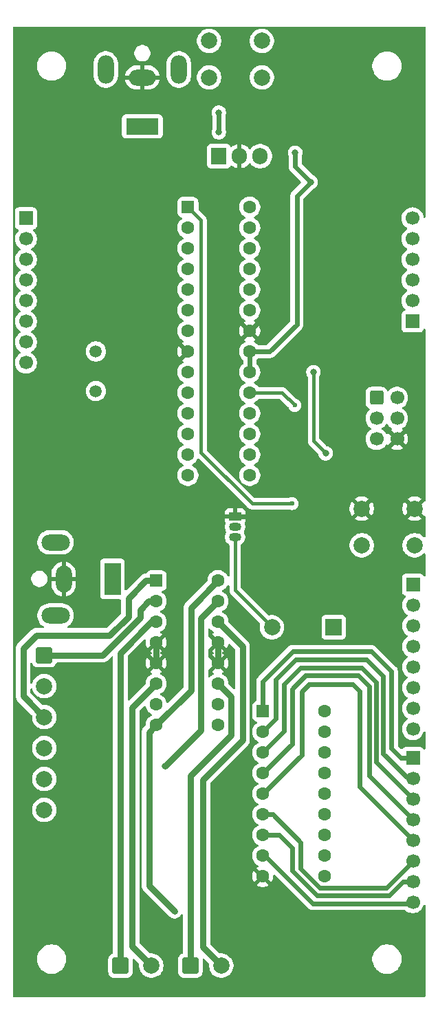
<source format=gbr>
%TF.GenerationSoftware,KiCad,Pcbnew,9.0.7*%
%TF.CreationDate,2026-02-28T16:38:49+05:30*%
%TF.ProjectId,E205 AVR Board design IPD task 1,45323035-2041-4565-9220-426f61726420,rev?*%
%TF.SameCoordinates,Original*%
%TF.FileFunction,Copper,L2,Bot*%
%TF.FilePolarity,Positive*%
%FSLAX46Y46*%
G04 Gerber Fmt 4.6, Leading zero omitted, Abs format (unit mm)*
G04 Created by KiCad (PCBNEW 9.0.7) date 2026-02-28 16:38:49*
%MOMM*%
%LPD*%
G01*
G04 APERTURE LIST*
G04 Aperture macros list*
%AMRoundRect*
0 Rectangle with rounded corners*
0 $1 Rounding radius*
0 $2 $3 $4 $5 $6 $7 $8 $9 X,Y pos of 4 corners*
0 Add a 4 corners polygon primitive as box body*
4,1,4,$2,$3,$4,$5,$6,$7,$8,$9,$2,$3,0*
0 Add four circle primitives for the rounded corners*
1,1,$1+$1,$2,$3*
1,1,$1+$1,$4,$5*
1,1,$1+$1,$6,$7*
1,1,$1+$1,$8,$9*
0 Add four rect primitives between the rounded corners*
20,1,$1+$1,$2,$3,$4,$5,0*
20,1,$1+$1,$4,$5,$6,$7,0*
20,1,$1+$1,$6,$7,$8,$9,0*
20,1,$1+$1,$8,$9,$2,$3,0*%
G04 Aperture macros list end*
%TA.AperFunction,ComponentPad*%
%ADD10R,1.700000X1.700000*%
%TD*%
%TA.AperFunction,ComponentPad*%
%ADD11C,1.700000*%
%TD*%
%TA.AperFunction,ComponentPad*%
%ADD12RoundRect,0.250000X-0.550000X-0.550000X0.550000X-0.550000X0.550000X0.550000X-0.550000X0.550000X0*%
%TD*%
%TA.AperFunction,ComponentPad*%
%ADD13C,1.600000*%
%TD*%
%TA.AperFunction,ComponentPad*%
%ADD14RoundRect,0.250000X-0.750000X-0.750000X0.750000X-0.750000X0.750000X0.750000X-0.750000X0.750000X0*%
%TD*%
%TA.AperFunction,ComponentPad*%
%ADD15C,2.000000*%
%TD*%
%TA.AperFunction,ComponentPad*%
%ADD16R,4.000000X2.000000*%
%TD*%
%TA.AperFunction,ComponentPad*%
%ADD17O,3.300000X2.000000*%
%TD*%
%TA.AperFunction,ComponentPad*%
%ADD18O,2.000000X3.500000*%
%TD*%
%TA.AperFunction,ComponentPad*%
%ADD19RoundRect,0.250000X-0.600000X-0.600000X0.600000X-0.600000X0.600000X0.600000X-0.600000X0.600000X0*%
%TD*%
%TA.AperFunction,ComponentPad*%
%ADD20R,2.000000X2.000000*%
%TD*%
%TA.AperFunction,ComponentPad*%
%ADD21R,1.905000X2.000000*%
%TD*%
%TA.AperFunction,ComponentPad*%
%ADD22O,1.905000X2.000000*%
%TD*%
%TA.AperFunction,ComponentPad*%
%ADD23R,2.000000X4.000000*%
%TD*%
%TA.AperFunction,ComponentPad*%
%ADD24O,2.000000X3.300000*%
%TD*%
%TA.AperFunction,ComponentPad*%
%ADD25O,3.500000X2.000000*%
%TD*%
%TA.AperFunction,ComponentPad*%
%ADD26C,1.500000*%
%TD*%
%TA.AperFunction,ComponentPad*%
%ADD27RoundRect,0.250000X-0.750000X0.750000X-0.750000X-0.750000X0.750000X-0.750000X0.750000X0.750000X0*%
%TD*%
%TA.AperFunction,ComponentPad*%
%ADD28R,1.500000X1.050000*%
%TD*%
%TA.AperFunction,ComponentPad*%
%ADD29O,1.500000X1.050000*%
%TD*%
%TA.AperFunction,ViaPad*%
%ADD30C,0.800000*%
%TD*%
%TA.AperFunction,ViaPad*%
%ADD31C,0.600000*%
%TD*%
%TA.AperFunction,Conductor*%
%ADD32C,0.400000*%
%TD*%
%TA.AperFunction,Conductor*%
%ADD33C,0.600000*%
%TD*%
%TA.AperFunction,Conductor*%
%ADD34C,0.800000*%
%TD*%
G04 APERTURE END LIST*
D10*
%TO.P,J9,1,Pin_1*%
%TO.N,Net-(J9-Pin_1)*%
X122600000Y-125270000D03*
D11*
%TO.P,J9,2,Pin_2*%
%TO.N,Net-(J9-Pin_2)*%
X122600000Y-127810000D03*
%TO.P,J9,3,Pin_3*%
%TO.N,Net-(J9-Pin_3)*%
X122600000Y-130350000D03*
%TO.P,J9,4,Pin_4*%
%TO.N,Net-(J9-Pin_4)*%
X122600000Y-132890000D03*
%TO.P,J9,5,Pin_5*%
%TO.N,Net-(J9-Pin_5)*%
X122600000Y-135430000D03*
%TO.P,J9,6,Pin_6*%
%TO.N,Net-(J9-Pin_6)*%
X122600000Y-137970000D03*
%TO.P,J9,7,Pin_7*%
%TO.N,Net-(J9-Pin_7)*%
X122600000Y-140510000D03*
%TO.P,J9,8,Pin_8*%
%TO.N,Net-(J9-Pin_8)*%
X122600000Y-143050000D03*
%TD*%
D12*
%TO.P,U1,1,~{RESET}/PC6*%
%TO.N,RESET*%
X94885000Y-57480000D03*
D13*
%TO.P,U1,2,PD0*%
%TO.N,Net-(J3-Pin_1)*%
X94885000Y-60020000D03*
%TO.P,U1,3,PD1*%
%TO.N,Net-(J3-Pin_2)*%
X94885000Y-62560000D03*
%TO.P,U1,4,PD2*%
%TO.N,Net-(J3-Pin_3)*%
X94885000Y-65100000D03*
%TO.P,U1,5,PD3*%
%TO.N,Net-(J3-Pin_4)*%
X94885000Y-67640000D03*
%TO.P,U1,6,PD4*%
%TO.N,Net-(J3-Pin_5)*%
X94885000Y-70180000D03*
%TO.P,U1,7,VCC*%
%TO.N,+5V*%
X94885000Y-72720000D03*
%TO.P,U1,8,GND*%
%TO.N,GND*%
X94885000Y-75260000D03*
%TO.P,U1,9,XTAL1/PB6*%
%TO.N,Net-(U1-XTAL1{slash}PB6)*%
X94885000Y-77800000D03*
%TO.P,U1,10,XTAL2/PB7*%
%TO.N,Net-(U1-XTAL2{slash}PB7)*%
X94885000Y-80340000D03*
%TO.P,U1,11,PD5*%
%TO.N,Net-(J3-Pin_6)*%
X94885000Y-82880000D03*
%TO.P,U1,12,PD6*%
%TO.N,Net-(J3-Pin_7)*%
X94885000Y-85420000D03*
%TO.P,U1,13,PD7*%
%TO.N,Net-(J3-Pin_8)*%
X94885000Y-87960000D03*
%TO.P,U1,14,PB0*%
%TO.N,GPIO_FLAG_1*%
X94885000Y-90500000D03*
%TO.P,U1,15,PB1*%
%TO.N,GPIO_FLAG_2*%
X102505000Y-90500000D03*
%TO.P,U1,16,PB2*%
%TO.N,PWM1*%
X102505000Y-87960000D03*
%TO.P,U1,17,PB3*%
%TO.N,MOSI*%
X102505000Y-85420000D03*
%TO.P,U1,18,PB4*%
%TO.N,MISO*%
X102505000Y-82880000D03*
%TO.P,U1,19,PB5*%
%TO.N,SCK*%
X102505000Y-80340000D03*
%TO.P,U1,20,AVCC*%
%TO.N,+5V*%
X102505000Y-77800000D03*
%TO.P,U1,21,AREF*%
X102505000Y-75260000D03*
%TO.P,U1,22,GND*%
%TO.N,GND*%
X102505000Y-72720000D03*
%TO.P,U1,23,PC0*%
%TO.N,Net-(J2-Pin_1)*%
X102505000Y-70180000D03*
%TO.P,U1,24,PC1*%
%TO.N,Net-(J2-Pin_2)*%
X102505000Y-67640000D03*
%TO.P,U1,25,PC2*%
%TO.N,Net-(J2-Pin_3)*%
X102505000Y-65100000D03*
%TO.P,U1,26,PC3*%
%TO.N,Net-(J2-Pin_4)*%
X102505000Y-62560000D03*
%TO.P,U1,27,PC4*%
%TO.N,Net-(J2-Pin_5)*%
X102505000Y-60020000D03*
%TO.P,U1,28,PC5*%
%TO.N,Net-(J2-Pin_6)*%
X102505000Y-57480000D03*
%TD*%
D14*
%TO.P,J7,1,Pin_1*%
%TO.N,Net-(J7-Pin_1)*%
X86580000Y-150850000D03*
D15*
%TO.P,J7,2,Pin_2*%
%TO.N,Net-(J7-Pin_2)*%
X90390000Y-150850000D03*
%TD*%
%TO.P,SW1,1,1*%
%TO.N,Net-(R1-Pad2)*%
X122800000Y-99100000D03*
X116300000Y-99100000D03*
%TO.P,SW1,2,2*%
%TO.N,GND*%
X122800000Y-94600000D03*
X116300000Y-94600000D03*
%TD*%
D16*
%TO.P,J4,1*%
%TO.N,Net-(J4-Pad1)*%
X89280000Y-47520000D03*
D17*
%TO.P,J4,2*%
%TO.N,GND*%
X89280000Y-41520000D03*
D18*
%TO.P,J4,MP*%
%TO.N,N/C*%
X93780000Y-40520000D03*
X84780000Y-40520000D03*
%TD*%
D12*
%TO.P,U5,1,I1*%
%TO.N,Net-(J9-Pin_1)*%
X104100000Y-119550000D03*
D13*
%TO.P,U5,2,I2*%
%TO.N,Net-(J9-Pin_2)*%
X104100000Y-122090000D03*
%TO.P,U5,3,I3*%
%TO.N,Net-(J9-Pin_3)*%
X104100000Y-124630000D03*
%TO.P,U5,4,I4*%
%TO.N,Net-(J9-Pin_4)*%
X104100000Y-127170000D03*
%TO.P,U5,5,I5*%
%TO.N,Net-(J9-Pin_5)*%
X104100000Y-129710000D03*
%TO.P,U5,6,I6*%
%TO.N,Net-(J9-Pin_6)*%
X104100000Y-132250000D03*
%TO.P,U5,7,I7*%
%TO.N,Net-(J9-Pin_7)*%
X104100000Y-134790000D03*
%TO.P,U5,8,I8*%
%TO.N,Net-(J9-Pin_8)*%
X104100000Y-137330000D03*
%TO.P,U5,9,GND*%
%TO.N,GND*%
X104100000Y-139870000D03*
%TO.P,U5,10,COM*%
%TO.N,+12V*%
X111720000Y-139870000D03*
%TO.P,U5,11,O8*%
%TO.N,Net-(J10-Pin_8)*%
X111720000Y-137330000D03*
%TO.P,U5,12,O7*%
%TO.N,Net-(J10-Pin_7)*%
X111720000Y-134790000D03*
%TO.P,U5,13,O6*%
%TO.N,Net-(J10-Pin_6)*%
X111720000Y-132250000D03*
%TO.P,U5,14,O5*%
%TO.N,Net-(J10-Pin_5)*%
X111720000Y-129710000D03*
%TO.P,U5,15,O4*%
%TO.N,Net-(J10-Pin_4)*%
X111720000Y-127170000D03*
%TO.P,U5,16,O3*%
%TO.N,Net-(J10-Pin_3)*%
X111720000Y-124630000D03*
%TO.P,U5,17,O2*%
%TO.N,Net-(J10-Pin_2)*%
X111720000Y-122090000D03*
%TO.P,U5,18,O1*%
%TO.N,Net-(J10-Pin_1)*%
X111720000Y-119550000D03*
%TD*%
D19*
%TO.P,J1,1,MISO*%
%TO.N,MISO*%
X118110000Y-80940000D03*
D11*
%TO.P,J1,2,VCC*%
%TO.N,+5V*%
X120650000Y-80940000D03*
%TO.P,J1,3,SCK*%
%TO.N,SCK*%
X118110000Y-83480000D03*
%TO.P,J1,4,MOSI*%
%TO.N,MOSI*%
X120650000Y-83480000D03*
%TO.P,J1,5,~{RST}*%
%TO.N,RESET*%
X118110000Y-86020000D03*
%TO.P,J1,6,GND*%
%TO.N,GND*%
X120650000Y-86020000D03*
%TD*%
D20*
%TO.P,BZ1,1,+*%
%TO.N,+5V*%
X112850000Y-109200000D03*
D15*
%TO.P,BZ1,2,-*%
%TO.N,Net-(BZ1--)*%
X105250000Y-109200000D03*
%TD*%
D10*
%TO.P,J3,1,Pin_1*%
%TO.N,Net-(J3-Pin_1)*%
X74950000Y-58850000D03*
D11*
%TO.P,J3,2,Pin_2*%
%TO.N,Net-(J3-Pin_2)*%
X74950000Y-61390000D03*
%TO.P,J3,3,Pin_3*%
%TO.N,Net-(J3-Pin_3)*%
X74950000Y-63930000D03*
%TO.P,J3,4,Pin_4*%
%TO.N,Net-(J3-Pin_4)*%
X74950000Y-66470000D03*
%TO.P,J3,5,Pin_5*%
%TO.N,Net-(J3-Pin_5)*%
X74950000Y-69010000D03*
%TO.P,J3,6,Pin_6*%
%TO.N,Net-(J3-Pin_6)*%
X74950000Y-71550000D03*
%TO.P,J3,7,Pin_7*%
%TO.N,Net-(J3-Pin_7)*%
X74950000Y-74090000D03*
%TO.P,J3,8,Pin_8*%
%TO.N,Net-(J3-Pin_8)*%
X74950000Y-76630000D03*
%TD*%
D10*
%TO.P,J10,1,Pin_1*%
%TO.N,Net-(J10-Pin_1)*%
X122600000Y-103940000D03*
D11*
%TO.P,J10,2,Pin_2*%
%TO.N,Net-(J10-Pin_2)*%
X122600000Y-106480000D03*
%TO.P,J10,3,Pin_3*%
%TO.N,Net-(J10-Pin_3)*%
X122600000Y-109020000D03*
%TO.P,J10,4,Pin_4*%
%TO.N,Net-(J10-Pin_4)*%
X122600000Y-111560000D03*
%TO.P,J10,5,Pin_5*%
%TO.N,Net-(J10-Pin_5)*%
X122600000Y-114100000D03*
%TO.P,J10,6,Pin_6*%
%TO.N,Net-(J10-Pin_6)*%
X122600000Y-116640000D03*
%TO.P,J10,7,Pin_7*%
%TO.N,Net-(J10-Pin_7)*%
X122600000Y-119180000D03*
%TO.P,J10,8,Pin_8*%
%TO.N,Net-(J10-Pin_8)*%
X122600000Y-121720000D03*
%TD*%
D21*
%TO.P,U2,1,IN*%
%TO.N,Net-(U2-IN)*%
X98710000Y-51200000D03*
D22*
%TO.P,U2,2,GND*%
%TO.N,GND*%
X101250000Y-51200000D03*
%TO.P,U2,3,OUT*%
%TO.N,Net-(Q1-D)*%
X103790000Y-51200000D03*
%TD*%
D14*
%TO.P,J8,1,Pin_1*%
%TO.N,Net-(J8-Pin_1)*%
X95190000Y-150850000D03*
D15*
%TO.P,J8,2,Pin_2*%
%TO.N,Net-(J8-Pin_2)*%
X99000000Y-150850000D03*
%TD*%
D23*
%TO.P,J5,1*%
%TO.N,+12V*%
X85600000Y-103250000D03*
D24*
%TO.P,J5,2*%
%TO.N,GND*%
X79600000Y-103250000D03*
D25*
%TO.P,J5,MP*%
%TO.N,N/C*%
X78600000Y-98750000D03*
X78600000Y-107750000D03*
%TD*%
D15*
%TO.P,SW2,1,1*%
%TO.N,Net-(J4-Pad1)*%
X97500000Y-37000000D03*
X104000000Y-37000000D03*
%TO.P,SW2,2,2*%
%TO.N,Net-(C9-Pad1)*%
X97500000Y-41500000D03*
X104000000Y-41500000D03*
%TD*%
D10*
%TO.P,J2,1,Pin_1*%
%TO.N,Net-(J2-Pin_1)*%
X122550000Y-71550000D03*
D11*
%TO.P,J2,2,Pin_2*%
%TO.N,Net-(J2-Pin_2)*%
X122550000Y-69010000D03*
%TO.P,J2,3,Pin_3*%
%TO.N,Net-(J2-Pin_3)*%
X122550000Y-66470000D03*
%TO.P,J2,4,Pin_4*%
%TO.N,Net-(J2-Pin_4)*%
X122550000Y-63930000D03*
%TO.P,J2,5,Pin_5*%
%TO.N,Net-(J2-Pin_5)*%
X122550000Y-61390000D03*
%TO.P,J2,6,Pin_6*%
%TO.N,Net-(J2-Pin_6)*%
X122550000Y-58850000D03*
%TD*%
D26*
%TO.P,Y1,1,1*%
%TO.N,Net-(U1-XTAL2{slash}PB7)*%
X83550000Y-80120000D03*
%TO.P,Y1,2,2*%
%TO.N,Net-(U1-XTAL1{slash}PB6)*%
X83550000Y-75240000D03*
%TD*%
D12*
%TO.P,U4,1,EN1\u002C2*%
%TO.N,Net-(J6-Pin_3)*%
X90980000Y-103460000D03*
D13*
%TO.P,U4,2,1A*%
%TO.N,Net-(J6-Pin_1)*%
X90980000Y-106000000D03*
%TO.P,U4,3,1Y*%
%TO.N,Net-(J7-Pin_1)*%
X90980000Y-108540000D03*
%TO.P,U4,4,GND*%
%TO.N,GND*%
X90980000Y-111080000D03*
%TO.P,U4,5,GND*%
X90980000Y-113620000D03*
%TO.P,U4,6,2Y*%
%TO.N,Net-(J7-Pin_2)*%
X90980000Y-116160000D03*
%TO.P,U4,7,2A*%
%TO.N,Net-(J6-Pin_2)*%
X90980000Y-118700000D03*
%TO.P,U4,8,VCC2*%
%TO.N,+12V*%
X90980000Y-121240000D03*
%TO.P,U4,9,EN3\u002C4*%
%TO.N,Net-(J6-Pin_6)*%
X98600000Y-121240000D03*
%TO.P,U4,10,3A*%
%TO.N,Net-(J6-Pin_4)*%
X98600000Y-118700000D03*
%TO.P,U4,11,3Y*%
%TO.N,Net-(J8-Pin_1)*%
X98600000Y-116160000D03*
%TO.P,U4,12,GND*%
%TO.N,GND*%
X98600000Y-113620000D03*
%TO.P,U4,13,GND*%
X98600000Y-111080000D03*
%TO.P,U4,14,4Y*%
%TO.N,Net-(J8-Pin_2)*%
X98600000Y-108540000D03*
%TO.P,U4,15,4A*%
%TO.N,Net-(J6-Pin_5)*%
X98600000Y-106000000D03*
%TO.P,U4,16,VCC1*%
%TO.N,+12V*%
X98600000Y-103460000D03*
%TD*%
D27*
%TO.P,J6,1,Pin_1*%
%TO.N,Net-(J6-Pin_1)*%
X77200000Y-112640000D03*
D15*
%TO.P,J6,2,Pin_2*%
%TO.N,Net-(J6-Pin_2)*%
X77200000Y-116450000D03*
%TO.P,J6,3,Pin_3*%
%TO.N,Net-(J6-Pin_3)*%
X77200000Y-120260000D03*
%TO.P,J6,4,Pin_4*%
%TO.N,Net-(J6-Pin_4)*%
X77200000Y-124070000D03*
%TO.P,J6,5,Pin_5*%
%TO.N,Net-(J6-Pin_5)*%
X77200000Y-127880000D03*
%TO.P,J6,6,Pin_6*%
%TO.N,Net-(J6-Pin_6)*%
X77200000Y-131690000D03*
%TD*%
D28*
%TO.P,Q2,1,S*%
%TO.N,GND*%
X100700000Y-95560000D03*
D29*
%TO.P,Q2,2,G*%
%TO.N,Net-(Q2-G)*%
X100700000Y-96830000D03*
%TO.P,Q2,3,D*%
%TO.N,Net-(BZ1--)*%
X100700000Y-98100000D03*
%TD*%
D30*
%TO.N,+5V*%
X108100000Y-50800000D03*
X111850000Y-87780000D03*
X110350000Y-77800000D03*
X110000000Y-54400000D03*
%TO.N,GND*%
X98250000Y-74330000D03*
D31*
X81750000Y-88080000D03*
D30*
X113650000Y-99730000D03*
X99650000Y-72930000D03*
X104900000Y-56580000D03*
%TO.N,Net-(U2-IN)*%
X98700000Y-45850000D03*
X98700000Y-48250000D03*
%TO.N,+12V*%
X93250000Y-144150000D03*
D31*
%TO.N,RESET*%
X107700000Y-93980000D03*
%TO.N,SCK*%
X108050000Y-81880000D03*
D30*
%TO.N,Net-(J6-Pin_5)*%
X92050000Y-126300000D03*
%TD*%
D32*
%TO.N,Net-(BZ1--)*%
X100700000Y-104650000D02*
X105250000Y-109200000D01*
X100700000Y-98100000D02*
X100700000Y-104650000D01*
%TO.N,+5V*%
X110350000Y-77800000D02*
X110350000Y-86280000D01*
D33*
X108100000Y-52500000D02*
X110000000Y-54400000D01*
D32*
X110350000Y-86280000D02*
X111850000Y-87780000D01*
D33*
X104940000Y-75260000D02*
X102505000Y-75260000D01*
X110000000Y-54400000D02*
X108300000Y-56100000D01*
X108100000Y-50800000D02*
X108100000Y-52500000D01*
X102505000Y-75260000D02*
X102505000Y-77800000D01*
X108300000Y-56100000D02*
X108300000Y-71900000D01*
X108300000Y-71900000D02*
X104940000Y-75260000D01*
%TO.N,GND*%
X102050000Y-95560000D02*
X105800000Y-99310000D01*
X106100000Y-57780000D02*
X104900000Y-56580000D01*
D34*
X90980000Y-111080000D02*
X90980000Y-113620000D01*
D33*
X111930000Y-101450000D02*
X113650000Y-99730000D01*
D32*
X113650000Y-99730000D02*
X113650000Y-97250000D01*
D33*
X105800000Y-99310000D02*
X105810000Y-99310000D01*
X106100000Y-69125000D02*
X106100000Y-65850000D01*
D34*
X98600000Y-113620000D02*
X98600000Y-111080000D01*
D33*
X105810000Y-99310000D02*
X107950000Y-101450000D01*
X100700000Y-95560000D02*
X102050000Y-95560000D01*
D32*
X113650000Y-97250000D02*
X116300000Y-94600000D01*
D33*
X102505000Y-72720000D02*
X106100000Y-69125000D01*
X107950000Y-101450000D02*
X111930000Y-101450000D01*
X106100000Y-65850000D02*
X106100000Y-57780000D01*
X99650000Y-72930000D02*
X98250000Y-74330000D01*
%TO.N,Net-(U2-IN)*%
X98700000Y-48250000D02*
X98700000Y-45850000D01*
D34*
%TO.N,+12V*%
X90980000Y-121240000D02*
X95250000Y-116970000D01*
X90100000Y-141000000D02*
X93250000Y-144150000D01*
X95250000Y-116970000D02*
X95250000Y-106810000D01*
X90980000Y-121240000D02*
X90100000Y-122120000D01*
X95250000Y-106810000D02*
X98600000Y-103460000D01*
X90100000Y-122120000D02*
X90100000Y-141000000D01*
D32*
%TO.N,RESET*%
X96500000Y-87680000D02*
X96500000Y-59095000D01*
X107700000Y-93980000D02*
X102800000Y-93980000D01*
X102800000Y-93980000D02*
X96500000Y-87680000D01*
X96500000Y-59095000D02*
X94885000Y-57480000D01*
%TO.N,SCK*%
X106510000Y-80340000D02*
X102505000Y-80340000D01*
X108050000Y-81880000D02*
X106510000Y-80340000D01*
D34*
%TO.N,Net-(J6-Pin_3)*%
X85250000Y-110200000D02*
X87550000Y-107900000D01*
X74600000Y-117660000D02*
X74600000Y-111800000D01*
X77200000Y-120260000D02*
X74600000Y-117660000D01*
X89740000Y-103460000D02*
X90980000Y-103460000D01*
X76200000Y-110200000D02*
X85250000Y-110200000D01*
X87550000Y-107900000D02*
X87550000Y-105650000D01*
X74600000Y-111800000D02*
X76200000Y-110200000D01*
X87550000Y-105650000D02*
X89740000Y-103460000D01*
%TO.N,Net-(J6-Pin_5)*%
X96500000Y-121850000D02*
X96500000Y-108100000D01*
X96500000Y-108100000D02*
X98600000Y-106000000D01*
X92050000Y-126300000D02*
X96500000Y-121850000D01*
%TO.N,Net-(J6-Pin_1)*%
X84360000Y-112640000D02*
X89000000Y-108000000D01*
X89000000Y-107050000D02*
X90050000Y-106000000D01*
X89000000Y-108000000D02*
X89000000Y-107050000D01*
X77200000Y-112640000D02*
X84360000Y-112640000D01*
X90050000Y-106000000D02*
X90980000Y-106000000D01*
%TO.N,Net-(J7-Pin_1)*%
X90980000Y-108540000D02*
X90410000Y-108540000D01*
X90410000Y-108540000D02*
X86580000Y-112370000D01*
X86580000Y-112370000D02*
X86580000Y-150850000D01*
%TO.N,Net-(J7-Pin_2)*%
X88050000Y-148510000D02*
X90390000Y-150850000D01*
X88050000Y-119090000D02*
X88050000Y-148510000D01*
X88050000Y-119090000D02*
X90980000Y-116160000D01*
%TO.N,Net-(J8-Pin_2)*%
X96750000Y-127950000D02*
X96750000Y-148600000D01*
X101600000Y-123100000D02*
X101600000Y-111540000D01*
X96750000Y-127950000D02*
X101600000Y-123100000D01*
X101600000Y-111540000D02*
X98600000Y-108540000D01*
X96750000Y-148600000D02*
X99000000Y-150850000D01*
%TO.N,Net-(J8-Pin_1)*%
X95190000Y-127510000D02*
X95190000Y-150850000D01*
X100200000Y-122500000D02*
X95190000Y-127510000D01*
X100200000Y-117760000D02*
X100200000Y-122500000D01*
X98600000Y-116160000D02*
X100200000Y-117760000D01*
D33*
%TO.N,Net-(J9-Pin_1)*%
X107800000Y-112150000D02*
X104100000Y-115850000D01*
X117450000Y-112150000D02*
X107800000Y-112150000D01*
X122600000Y-125270000D02*
X121120000Y-125270000D01*
X119950000Y-124100000D02*
X119950000Y-114650000D01*
X119950000Y-114650000D02*
X117450000Y-112150000D01*
X121120000Y-125270000D02*
X119950000Y-124100000D01*
X104100000Y-115850000D02*
X104100000Y-119550000D01*
%TO.N,Net-(J9-Pin_4)*%
X115850000Y-115150000D02*
X109350000Y-115150000D01*
X107700000Y-123570000D02*
X104100000Y-127170000D01*
X122600000Y-132890000D02*
X117200000Y-127490000D01*
X107700000Y-116800000D02*
X107700000Y-123570000D01*
X109350000Y-115150000D02*
X107700000Y-116800000D01*
X117200000Y-127490000D02*
X117200000Y-116500000D01*
X117200000Y-116500000D02*
X115850000Y-115150000D01*
%TO.N,Net-(J9-Pin_7)*%
X107700000Y-136400000D02*
X107700000Y-139200000D01*
X107700000Y-139200000D02*
X110750000Y-142250000D01*
X119650000Y-142250000D02*
X121390000Y-140510000D01*
X106090000Y-134790000D02*
X107700000Y-136400000D01*
X104100000Y-134790000D02*
X106090000Y-134790000D01*
X121390000Y-140510000D02*
X122600000Y-140510000D01*
X110750000Y-142250000D02*
X119650000Y-142250000D01*
%TO.N,Net-(J9-Pin_5)*%
X108900000Y-124910000D02*
X104100000Y-129710000D01*
X116000000Y-128830000D02*
X116000000Y-117050000D01*
X116000000Y-117050000D02*
X115200000Y-116250000D01*
X122600000Y-135430000D02*
X116000000Y-128830000D01*
X108900000Y-117150000D02*
X108900000Y-124910000D01*
X115200000Y-116250000D02*
X109800000Y-116250000D01*
X109800000Y-116250000D02*
X108900000Y-117150000D01*
%TO.N,Net-(J9-Pin_3)*%
X106750000Y-121980000D02*
X104100000Y-124630000D01*
X116300000Y-114200000D02*
X108750000Y-114200000D01*
X106750000Y-116200000D02*
X106750000Y-121980000D01*
X108750000Y-114200000D02*
X106750000Y-116200000D01*
X118050000Y-125800000D02*
X118050000Y-115950000D01*
X118050000Y-115950000D02*
X116300000Y-114200000D01*
X122600000Y-130350000D02*
X118050000Y-125800000D01*
%TO.N,Net-(J9-Pin_6)*%
X111100000Y-141250000D02*
X108750000Y-138900000D01*
X108750000Y-138900000D02*
X108750000Y-135650000D01*
X105350000Y-132250000D02*
X104100000Y-132250000D01*
X108750000Y-135650000D02*
X105350000Y-132250000D01*
X122600000Y-137970000D02*
X119320000Y-141250000D01*
X119320000Y-141250000D02*
X111100000Y-141250000D01*
%TO.N,Net-(J9-Pin_2)*%
X105700000Y-120490000D02*
X104100000Y-122090000D01*
X122600000Y-127810000D02*
X122010000Y-127810000D01*
X118950000Y-115200000D02*
X116900000Y-113150000D01*
X105700000Y-115650000D02*
X105700000Y-120490000D01*
X108200000Y-113150000D02*
X105700000Y-115650000D01*
X122010000Y-127810000D02*
X118950000Y-124750000D01*
X118950000Y-124750000D02*
X118950000Y-115200000D01*
X116900000Y-113150000D02*
X108200000Y-113150000D01*
%TO.N,Net-(J9-Pin_8)*%
X122450000Y-143200000D02*
X110250000Y-143200000D01*
X104380000Y-137330000D02*
X104100000Y-137330000D01*
X122600000Y-143050000D02*
X122450000Y-143200000D01*
X110250000Y-143200000D02*
X104380000Y-137330000D01*
%TD*%
%TA.AperFunction,Conductor*%
%TO.N,GND*%
G36*
X89622870Y-110703141D02*
G01*
X89678803Y-110745013D01*
X89703220Y-110810477D01*
X89702009Y-110838721D01*
X89680000Y-110977682D01*
X89680000Y-111182317D01*
X89712009Y-111384417D01*
X89775244Y-111579031D01*
X89868141Y-111761350D01*
X89868147Y-111761359D01*
X89900523Y-111805921D01*
X89900524Y-111805922D01*
X90580000Y-111126446D01*
X90580000Y-111132661D01*
X90607259Y-111234394D01*
X90659920Y-111325606D01*
X90734394Y-111400080D01*
X90825606Y-111452741D01*
X90927339Y-111480000D01*
X90933553Y-111480000D01*
X90254076Y-112159474D01*
X90298650Y-112191859D01*
X90392180Y-112239515D01*
X90442976Y-112287489D01*
X90459771Y-112355310D01*
X90437234Y-112421445D01*
X90392180Y-112460485D01*
X90298644Y-112508143D01*
X90254077Y-112540523D01*
X90254077Y-112540524D01*
X90933554Y-113220000D01*
X90927339Y-113220000D01*
X90825606Y-113247259D01*
X90734394Y-113299920D01*
X90659920Y-113374394D01*
X90607259Y-113465606D01*
X90580000Y-113567339D01*
X90580000Y-113573553D01*
X89900524Y-112894077D01*
X89900523Y-112894077D01*
X89868143Y-112938644D01*
X89775244Y-113120968D01*
X89712009Y-113315582D01*
X89680000Y-113517682D01*
X89680000Y-113722317D01*
X89712009Y-113924417D01*
X89775244Y-114119031D01*
X89868141Y-114301350D01*
X89868147Y-114301359D01*
X89900523Y-114345921D01*
X89900524Y-114345922D01*
X90580000Y-113666446D01*
X90580000Y-113672661D01*
X90607259Y-113774394D01*
X90659920Y-113865606D01*
X90734394Y-113940080D01*
X90825606Y-113992741D01*
X90927339Y-114020000D01*
X90933553Y-114020000D01*
X90254076Y-114699474D01*
X90298652Y-114731861D01*
X90391628Y-114779234D01*
X90442425Y-114827208D01*
X90459220Y-114895029D01*
X90436683Y-114961164D01*
X90391630Y-115000203D01*
X90298388Y-115047713D01*
X90132786Y-115168028D01*
X89988028Y-115312786D01*
X89867715Y-115478386D01*
X89774781Y-115660776D01*
X89711522Y-115855465D01*
X89679500Y-116057648D01*
X89679500Y-116135638D01*
X89659815Y-116202677D01*
X89643181Y-116223319D01*
X87692181Y-118174319D01*
X87630858Y-118207804D01*
X87561166Y-118202820D01*
X87505233Y-118160948D01*
X87480816Y-118095484D01*
X87480500Y-118086638D01*
X87480500Y-112794361D01*
X87500185Y-112727322D01*
X87516814Y-112706685D01*
X89491860Y-110731639D01*
X89553178Y-110698157D01*
X89622870Y-110703141D01*
G37*
%TD.AperFunction*%
%TA.AperFunction,Conductor*%
G36*
X99679474Y-111805921D02*
G01*
X99711859Y-111761349D01*
X99804755Y-111579031D01*
X99867988Y-111384421D01*
X99871337Y-111363278D01*
X99901264Y-111300142D01*
X99960575Y-111263209D01*
X100030437Y-111264205D01*
X100081492Y-111294991D01*
X100663181Y-111876680D01*
X100696666Y-111938003D01*
X100699500Y-111964361D01*
X100699500Y-116686638D01*
X100679815Y-116753677D01*
X100627011Y-116799432D01*
X100557853Y-116809376D01*
X100494297Y-116780351D01*
X100487819Y-116774319D01*
X99936819Y-116223319D01*
X99903334Y-116161996D01*
X99900500Y-116135638D01*
X99900500Y-116057648D01*
X99868477Y-115855465D01*
X99805218Y-115660776D01*
X99771503Y-115594607D01*
X99712287Y-115478390D01*
X99678955Y-115432512D01*
X99591971Y-115312786D01*
X99447213Y-115168028D01*
X99281611Y-115047713D01*
X99188369Y-115000203D01*
X99137574Y-114952229D01*
X99120779Y-114884407D01*
X99143317Y-114818273D01*
X99188371Y-114779234D01*
X99281346Y-114731861D01*
X99281347Y-114731861D01*
X99325921Y-114699474D01*
X98646447Y-114020000D01*
X98652661Y-114020000D01*
X98754394Y-113992741D01*
X98845606Y-113940080D01*
X98920080Y-113865606D01*
X98972741Y-113774394D01*
X99000000Y-113672661D01*
X99000000Y-113666448D01*
X99679474Y-114345922D01*
X99679474Y-114345921D01*
X99711859Y-114301349D01*
X99804755Y-114119031D01*
X99867990Y-113924417D01*
X99900000Y-113722317D01*
X99900000Y-113517682D01*
X99867990Y-113315582D01*
X99804755Y-113120968D01*
X99711859Y-112938650D01*
X99679474Y-112894077D01*
X99679474Y-112894076D01*
X99000000Y-113573551D01*
X99000000Y-113567339D01*
X98972741Y-113465606D01*
X98920080Y-113374394D01*
X98845606Y-113299920D01*
X98754394Y-113247259D01*
X98652661Y-113220000D01*
X98646446Y-113220000D01*
X99325922Y-112540524D01*
X99325921Y-112540523D01*
X99281359Y-112508147D01*
X99281350Y-112508141D01*
X99187819Y-112460485D01*
X99137023Y-112412511D01*
X99120228Y-112344690D01*
X99142765Y-112278555D01*
X99187820Y-112239515D01*
X99281346Y-112191861D01*
X99281347Y-112191861D01*
X99325921Y-112159474D01*
X98646447Y-111480000D01*
X98652661Y-111480000D01*
X98754394Y-111452741D01*
X98845606Y-111400080D01*
X98920080Y-111325606D01*
X98972741Y-111234394D01*
X99000000Y-111132661D01*
X99000000Y-111126446D01*
X99679474Y-111805921D01*
G37*
%TD.AperFunction*%
%TA.AperFunction,Conductor*%
G36*
X98200000Y-113672661D02*
G01*
X98227259Y-113774394D01*
X98279920Y-113865606D01*
X98354394Y-113940080D01*
X98445606Y-113992741D01*
X98547339Y-114020000D01*
X98553553Y-114020000D01*
X97874076Y-114699474D01*
X97918652Y-114731861D01*
X98011628Y-114779234D01*
X98062425Y-114827208D01*
X98079220Y-114895029D01*
X98056683Y-114961164D01*
X98011630Y-115000203D01*
X97918388Y-115047713D01*
X97752786Y-115168028D01*
X97752782Y-115168032D01*
X97612181Y-115308634D01*
X97550858Y-115342119D01*
X97481166Y-115337135D01*
X97425233Y-115295263D01*
X97400816Y-115229799D01*
X97400500Y-115220953D01*
X97400500Y-114470618D01*
X97420185Y-114403579D01*
X97472989Y-114357824D01*
X97516273Y-114350173D01*
X98200000Y-113666446D01*
X98200000Y-113672661D01*
G37*
%TD.AperFunction*%
%TA.AperFunction,Conductor*%
G36*
X98200000Y-111132661D02*
G01*
X98227259Y-111234394D01*
X98279920Y-111325606D01*
X98354394Y-111400080D01*
X98445606Y-111452741D01*
X98547339Y-111480000D01*
X98553553Y-111480000D01*
X97874076Y-112159474D01*
X97918650Y-112191859D01*
X98012180Y-112239515D01*
X98062976Y-112287489D01*
X98079771Y-112355310D01*
X98057234Y-112421445D01*
X98012180Y-112460485D01*
X97918644Y-112508143D01*
X97874077Y-112540523D01*
X97874077Y-112540524D01*
X98553554Y-113220000D01*
X98547339Y-113220000D01*
X98445606Y-113247259D01*
X98354394Y-113299920D01*
X98279920Y-113374394D01*
X98227259Y-113465606D01*
X98200000Y-113567339D01*
X98200000Y-113573553D01*
X97515513Y-112889066D01*
X97465851Y-112878633D01*
X97416094Y-112829581D01*
X97400500Y-112769380D01*
X97400500Y-111930618D01*
X97420185Y-111863579D01*
X97472989Y-111817824D01*
X97516273Y-111810173D01*
X98200000Y-111126446D01*
X98200000Y-111132661D01*
G37*
%TD.AperFunction*%
%TA.AperFunction,Conductor*%
G36*
X97528814Y-109358225D02*
G01*
X97542147Y-109356309D01*
X97562290Y-109365508D01*
X97583927Y-109370215D01*
X97601652Y-109383483D01*
X97605703Y-109385334D01*
X97612181Y-109391366D01*
X97752786Y-109531971D01*
X97918385Y-109652284D01*
X97918387Y-109652285D01*
X97918390Y-109652287D01*
X98011630Y-109699795D01*
X98062426Y-109747770D01*
X98079221Y-109815591D01*
X98056684Y-109881725D01*
X98011630Y-109920765D01*
X97918644Y-109968143D01*
X97874077Y-110000523D01*
X97874077Y-110000524D01*
X98553554Y-110680000D01*
X98547339Y-110680000D01*
X98445606Y-110707259D01*
X98354394Y-110759920D01*
X98279920Y-110834394D01*
X98227259Y-110925606D01*
X98200000Y-111027339D01*
X98200000Y-111033553D01*
X97515513Y-110349066D01*
X97465851Y-110338633D01*
X97416094Y-110289581D01*
X97400500Y-110229380D01*
X97400500Y-109479047D01*
X97406738Y-109457801D01*
X97408318Y-109435713D01*
X97416390Y-109424929D01*
X97420185Y-109412008D01*
X97436918Y-109397508D01*
X97450190Y-109379780D01*
X97462810Y-109375072D01*
X97472989Y-109366253D01*
X97494906Y-109363101D01*
X97515654Y-109355363D01*
X97528814Y-109358225D01*
G37*
%TD.AperFunction*%
%TA.AperFunction,Conductor*%
G36*
X119451444Y-84133999D02*
G01*
X119490486Y-84179056D01*
X119494951Y-84187820D01*
X119619890Y-84359786D01*
X119770213Y-84510109D01*
X119942179Y-84635048D01*
X119942181Y-84635049D01*
X119942184Y-84635051D01*
X119951493Y-84639794D01*
X120002290Y-84687766D01*
X120019087Y-84755587D01*
X119996552Y-84821722D01*
X119951505Y-84860760D01*
X119942446Y-84865376D01*
X119942440Y-84865380D01*
X119888282Y-84904727D01*
X119888282Y-84904728D01*
X120520591Y-85537037D01*
X120457007Y-85554075D01*
X120342993Y-85619901D01*
X120249901Y-85712993D01*
X120184075Y-85827007D01*
X120167037Y-85890591D01*
X119534728Y-85258282D01*
X119534727Y-85258282D01*
X119495380Y-85312440D01*
X119495376Y-85312446D01*
X119490760Y-85321505D01*
X119442781Y-85372297D01*
X119374959Y-85389087D01*
X119308826Y-85366543D01*
X119269794Y-85321493D01*
X119265051Y-85312184D01*
X119265049Y-85312181D01*
X119265048Y-85312179D01*
X119140109Y-85140213D01*
X118989786Y-84989890D01*
X118817820Y-84864951D01*
X118809600Y-84860763D01*
X118809054Y-84860485D01*
X118758259Y-84812512D01*
X118741463Y-84744692D01*
X118763999Y-84678556D01*
X118809054Y-84639515D01*
X118817816Y-84635051D01*
X118903524Y-84572781D01*
X118989786Y-84510109D01*
X118989788Y-84510106D01*
X118989792Y-84510104D01*
X119140104Y-84359792D01*
X119140106Y-84359788D01*
X119140109Y-84359786D01*
X119265048Y-84187820D01*
X119265047Y-84187820D01*
X119265051Y-84187816D01*
X119269514Y-84179054D01*
X119317488Y-84128259D01*
X119385308Y-84111463D01*
X119451444Y-84133999D01*
G37*
%TD.AperFunction*%
%TA.AperFunction,Conductor*%
G36*
X124082539Y-35260185D02*
G01*
X124128294Y-35312989D01*
X124139500Y-35364500D01*
X124139500Y-58677133D01*
X124119815Y-58744172D01*
X124067011Y-58789927D01*
X123997853Y-58799871D01*
X123934297Y-58770846D01*
X123896523Y-58712068D01*
X123893027Y-58696531D01*
X123891595Y-58687490D01*
X123867246Y-58533757D01*
X123801557Y-58331588D01*
X123705051Y-58142184D01*
X123705049Y-58142181D01*
X123705048Y-58142179D01*
X123580109Y-57970213D01*
X123429786Y-57819890D01*
X123257820Y-57694951D01*
X123068414Y-57598444D01*
X123068413Y-57598443D01*
X123068412Y-57598443D01*
X122866243Y-57532754D01*
X122866241Y-57532753D01*
X122866240Y-57532753D01*
X122704957Y-57507208D01*
X122656287Y-57499500D01*
X122443713Y-57499500D01*
X122395042Y-57507208D01*
X122233760Y-57532753D01*
X122031585Y-57598444D01*
X121842179Y-57694951D01*
X121670213Y-57819890D01*
X121519890Y-57970213D01*
X121394951Y-58142179D01*
X121298444Y-58331585D01*
X121232753Y-58533760D01*
X121204077Y-58714814D01*
X121199500Y-58743713D01*
X121199500Y-58956287D01*
X121232754Y-59166243D01*
X121288688Y-59338390D01*
X121298444Y-59368414D01*
X121394951Y-59557820D01*
X121519890Y-59729786D01*
X121670213Y-59880109D01*
X121842182Y-60005050D01*
X121850946Y-60009516D01*
X121901742Y-60057491D01*
X121918536Y-60125312D01*
X121895998Y-60191447D01*
X121850946Y-60230484D01*
X121842182Y-60234949D01*
X121670213Y-60359890D01*
X121519890Y-60510213D01*
X121394951Y-60682179D01*
X121298444Y-60871585D01*
X121232753Y-61073760D01*
X121216003Y-61179515D01*
X121199500Y-61283713D01*
X121199500Y-61496287D01*
X121232754Y-61706243D01*
X121288688Y-61878390D01*
X121298444Y-61908414D01*
X121394951Y-62097820D01*
X121519890Y-62269786D01*
X121670213Y-62420109D01*
X121842182Y-62545050D01*
X121850946Y-62549516D01*
X121901742Y-62597491D01*
X121918536Y-62665312D01*
X121895998Y-62731447D01*
X121850946Y-62770484D01*
X121842182Y-62774949D01*
X121670213Y-62899890D01*
X121519890Y-63050213D01*
X121394951Y-63222179D01*
X121298444Y-63411585D01*
X121232753Y-63613760D01*
X121216003Y-63719515D01*
X121199500Y-63823713D01*
X121199500Y-64036287D01*
X121232754Y-64246243D01*
X121288688Y-64418390D01*
X121298444Y-64448414D01*
X121394951Y-64637820D01*
X121519890Y-64809786D01*
X121670213Y-64960109D01*
X121842182Y-65085050D01*
X121850946Y-65089516D01*
X121901742Y-65137491D01*
X121918536Y-65205312D01*
X121895998Y-65271447D01*
X121850946Y-65310484D01*
X121842182Y-65314949D01*
X121670213Y-65439890D01*
X121519890Y-65590213D01*
X121394951Y-65762179D01*
X121298444Y-65951585D01*
X121232753Y-66153760D01*
X121216003Y-66259515D01*
X121199500Y-66363713D01*
X121199500Y-66576287D01*
X121232754Y-66786243D01*
X121288688Y-66958390D01*
X121298444Y-66988414D01*
X121394951Y-67177820D01*
X121519890Y-67349786D01*
X121670213Y-67500109D01*
X121842182Y-67625050D01*
X121850946Y-67629516D01*
X121901742Y-67677491D01*
X121918536Y-67745312D01*
X121895998Y-67811447D01*
X121850946Y-67850484D01*
X121842182Y-67854949D01*
X121670213Y-67979890D01*
X121519890Y-68130213D01*
X121394951Y-68302179D01*
X121298444Y-68491585D01*
X121232753Y-68693760D01*
X121216003Y-68799515D01*
X121199500Y-68903713D01*
X121199500Y-69116287D01*
X121232754Y-69326243D01*
X121288688Y-69498390D01*
X121298444Y-69528414D01*
X121394951Y-69717820D01*
X121519890Y-69889786D01*
X121633430Y-70003326D01*
X121666915Y-70064649D01*
X121661931Y-70134341D01*
X121620059Y-70190274D01*
X121589083Y-70207189D01*
X121457669Y-70256203D01*
X121457664Y-70256206D01*
X121342455Y-70342452D01*
X121342452Y-70342455D01*
X121256206Y-70457664D01*
X121256202Y-70457671D01*
X121205908Y-70592517D01*
X121199501Y-70652116D01*
X121199500Y-70652135D01*
X121199500Y-72447870D01*
X121199501Y-72447876D01*
X121205908Y-72507483D01*
X121256202Y-72642328D01*
X121256206Y-72642335D01*
X121342452Y-72757544D01*
X121342455Y-72757547D01*
X121457664Y-72843793D01*
X121457671Y-72843797D01*
X121592517Y-72894091D01*
X121592516Y-72894091D01*
X121599444Y-72894835D01*
X121652127Y-72900500D01*
X123447872Y-72900499D01*
X123507483Y-72894091D01*
X123642331Y-72843796D01*
X123757546Y-72757546D01*
X123843796Y-72642331D01*
X123894091Y-72507483D01*
X123894091Y-72507476D01*
X123894822Y-72504387D01*
X123896050Y-72502228D01*
X123896802Y-72500215D01*
X123897128Y-72500336D01*
X123929394Y-72443670D01*
X123991304Y-72411283D01*
X124060896Y-72417507D01*
X124116075Y-72460368D01*
X124139322Y-72526257D01*
X124139500Y-72532899D01*
X124139500Y-93605946D01*
X124119815Y-93672985D01*
X124067011Y-93718740D01*
X124027898Y-93725653D01*
X123323787Y-94429765D01*
X123312518Y-94387708D01*
X123240110Y-94262292D01*
X123137708Y-94159890D01*
X123012292Y-94087482D01*
X122970234Y-94076212D01*
X123669105Y-93377340D01*
X123669104Y-93377338D01*
X123586174Y-93317087D01*
X123375802Y-93209897D01*
X123151247Y-93136934D01*
X123151248Y-93136934D01*
X122918052Y-93100000D01*
X122681948Y-93100000D01*
X122448752Y-93136934D01*
X122224197Y-93209897D01*
X122013830Y-93317084D01*
X121930894Y-93377340D01*
X122629766Y-94076212D01*
X122587708Y-94087482D01*
X122462292Y-94159890D01*
X122359890Y-94262292D01*
X122287482Y-94387708D01*
X122276212Y-94429766D01*
X121577340Y-93730894D01*
X121517084Y-93813830D01*
X121409897Y-94024197D01*
X121336934Y-94248752D01*
X121300000Y-94481947D01*
X121300000Y-94718052D01*
X121336934Y-94951247D01*
X121409897Y-95175802D01*
X121517087Y-95386174D01*
X121577338Y-95469104D01*
X121577340Y-95469105D01*
X122276212Y-94770233D01*
X122287482Y-94812292D01*
X122359890Y-94937708D01*
X122462292Y-95040110D01*
X122587708Y-95112518D01*
X122629765Y-95123787D01*
X121930893Y-95822658D01*
X122013828Y-95882914D01*
X122224197Y-95990102D01*
X122448752Y-96063065D01*
X122448751Y-96063065D01*
X122681948Y-96100000D01*
X122918052Y-96100000D01*
X123151247Y-96063065D01*
X123375802Y-95990102D01*
X123586163Y-95882918D01*
X123586169Y-95882914D01*
X123669104Y-95822658D01*
X123669105Y-95822658D01*
X122970233Y-95123787D01*
X123012292Y-95112518D01*
X123137708Y-95040110D01*
X123240110Y-94937708D01*
X123312518Y-94812292D01*
X123323787Y-94770234D01*
X124028831Y-95475278D01*
X124074148Y-95484798D01*
X124123905Y-95533850D01*
X124139500Y-95594052D01*
X124139500Y-98018111D01*
X124119815Y-98085150D01*
X124067011Y-98130905D01*
X123997853Y-98140849D01*
X123934297Y-98111824D01*
X123927819Y-98105792D01*
X123777512Y-97955485D01*
X123777510Y-97955483D01*
X123586433Y-97816657D01*
X123555453Y-97800872D01*
X123375996Y-97709433D01*
X123151368Y-97636446D01*
X122918097Y-97599500D01*
X122918092Y-97599500D01*
X122681908Y-97599500D01*
X122681903Y-97599500D01*
X122448631Y-97636446D01*
X122224003Y-97709433D01*
X122013566Y-97816657D01*
X121904550Y-97895862D01*
X121822490Y-97955483D01*
X121822488Y-97955485D01*
X121822487Y-97955485D01*
X121655485Y-98122487D01*
X121655485Y-98122488D01*
X121655483Y-98122490D01*
X121618053Y-98174008D01*
X121516657Y-98313566D01*
X121409433Y-98524003D01*
X121336446Y-98748631D01*
X121299500Y-98981902D01*
X121299500Y-99218097D01*
X121336446Y-99451368D01*
X121409433Y-99675996D01*
X121516657Y-99886433D01*
X121655483Y-100077510D01*
X121822490Y-100244517D01*
X122013567Y-100383343D01*
X122112991Y-100434002D01*
X122224003Y-100490566D01*
X122224005Y-100490566D01*
X122224008Y-100490568D01*
X122344412Y-100529689D01*
X122448631Y-100563553D01*
X122681903Y-100600500D01*
X122681908Y-100600500D01*
X122918097Y-100600500D01*
X123151368Y-100563553D01*
X123375992Y-100490568D01*
X123586433Y-100383343D01*
X123777510Y-100244517D01*
X123927819Y-100094208D01*
X123989142Y-100060723D01*
X124058834Y-100065707D01*
X124114767Y-100107579D01*
X124139184Y-100173043D01*
X124139500Y-100181889D01*
X124139500Y-102819140D01*
X124119815Y-102886179D01*
X124067011Y-102931934D01*
X123997853Y-102941878D01*
X123934297Y-102912853D01*
X123899318Y-102862473D01*
X123893797Y-102847671D01*
X123893793Y-102847664D01*
X123807547Y-102732455D01*
X123807544Y-102732452D01*
X123692335Y-102646206D01*
X123692328Y-102646202D01*
X123557482Y-102595908D01*
X123557483Y-102595908D01*
X123497883Y-102589501D01*
X123497881Y-102589500D01*
X123497873Y-102589500D01*
X123497864Y-102589500D01*
X121702129Y-102589500D01*
X121702123Y-102589501D01*
X121642516Y-102595908D01*
X121507671Y-102646202D01*
X121507664Y-102646206D01*
X121392455Y-102732452D01*
X121392452Y-102732455D01*
X121306206Y-102847664D01*
X121306202Y-102847671D01*
X121255908Y-102982517D01*
X121249501Y-103042116D01*
X121249500Y-103042135D01*
X121249500Y-104837870D01*
X121249501Y-104837876D01*
X121255908Y-104897483D01*
X121306202Y-105032328D01*
X121306206Y-105032335D01*
X121392452Y-105147544D01*
X121392455Y-105147547D01*
X121507664Y-105233793D01*
X121507671Y-105233797D01*
X121639082Y-105282810D01*
X121695016Y-105324681D01*
X121719433Y-105390145D01*
X121704582Y-105458418D01*
X121683431Y-105486673D01*
X121569889Y-105600215D01*
X121444951Y-105772179D01*
X121348444Y-105961585D01*
X121282753Y-106163760D01*
X121249500Y-106373713D01*
X121249500Y-106586286D01*
X121278991Y-106772488D01*
X121282754Y-106796243D01*
X121346350Y-106991971D01*
X121348444Y-106998414D01*
X121444951Y-107187820D01*
X121569890Y-107359786D01*
X121720213Y-107510109D01*
X121892182Y-107635050D01*
X121900946Y-107639516D01*
X121951742Y-107687491D01*
X121968536Y-107755312D01*
X121945998Y-107821447D01*
X121900946Y-107860484D01*
X121892182Y-107864949D01*
X121720213Y-107989890D01*
X121569890Y-108140213D01*
X121444951Y-108312179D01*
X121348444Y-108501585D01*
X121282753Y-108703760D01*
X121249500Y-108913713D01*
X121249500Y-109126286D01*
X121282415Y-109334108D01*
X121282754Y-109336243D01*
X121346350Y-109531971D01*
X121348444Y-109538414D01*
X121444951Y-109727820D01*
X121569890Y-109899786D01*
X121720213Y-110050109D01*
X121892182Y-110175050D01*
X121900946Y-110179516D01*
X121951742Y-110227491D01*
X121968536Y-110295312D01*
X121945998Y-110361447D01*
X121900946Y-110400484D01*
X121892182Y-110404949D01*
X121720213Y-110529890D01*
X121569890Y-110680213D01*
X121444951Y-110852179D01*
X121348444Y-111041585D01*
X121282753Y-111243760D01*
X121262212Y-111373453D01*
X121249500Y-111453713D01*
X121249500Y-111666287D01*
X121256630Y-111711303D01*
X121278902Y-111851927D01*
X121282754Y-111876243D01*
X121311385Y-111964361D01*
X121348444Y-112078414D01*
X121444951Y-112267820D01*
X121569890Y-112439786D01*
X121720213Y-112590109D01*
X121892182Y-112715050D01*
X121900946Y-112719516D01*
X121951742Y-112767491D01*
X121968536Y-112835312D01*
X121945998Y-112901447D01*
X121900946Y-112940484D01*
X121892182Y-112944949D01*
X121720213Y-113069890D01*
X121569890Y-113220213D01*
X121444951Y-113392179D01*
X121348444Y-113581585D01*
X121282753Y-113783760D01*
X121249500Y-113993713D01*
X121249500Y-114206286D01*
X121278902Y-114391927D01*
X121282754Y-114416243D01*
X121333089Y-114571158D01*
X121348444Y-114618414D01*
X121444951Y-114807820D01*
X121569890Y-114979786D01*
X121720213Y-115130109D01*
X121892182Y-115255050D01*
X121900946Y-115259516D01*
X121951742Y-115307491D01*
X121968536Y-115375312D01*
X121945998Y-115441447D01*
X121900946Y-115480484D01*
X121892182Y-115484949D01*
X121720213Y-115609890D01*
X121569890Y-115760213D01*
X121444951Y-115932179D01*
X121348444Y-116121585D01*
X121282753Y-116323760D01*
X121260457Y-116464534D01*
X121249500Y-116533713D01*
X121249500Y-116746287D01*
X121253940Y-116774319D01*
X121278902Y-116931927D01*
X121282754Y-116956243D01*
X121346350Y-117151971D01*
X121348444Y-117158414D01*
X121444951Y-117347820D01*
X121569890Y-117519786D01*
X121720213Y-117670109D01*
X121892182Y-117795050D01*
X121900946Y-117799516D01*
X121951742Y-117847491D01*
X121968536Y-117915312D01*
X121945998Y-117981447D01*
X121900946Y-118020484D01*
X121892182Y-118024949D01*
X121720213Y-118149890D01*
X121569890Y-118300213D01*
X121444951Y-118472179D01*
X121348444Y-118661585D01*
X121282753Y-118863760D01*
X121249500Y-119073713D01*
X121249500Y-119286286D01*
X121278902Y-119471927D01*
X121282754Y-119496243D01*
X121346350Y-119691971D01*
X121348444Y-119698414D01*
X121444951Y-119887820D01*
X121569890Y-120059786D01*
X121720213Y-120210109D01*
X121892182Y-120335050D01*
X121900946Y-120339516D01*
X121951742Y-120387491D01*
X121968536Y-120455312D01*
X121945998Y-120521447D01*
X121900946Y-120560484D01*
X121892182Y-120564949D01*
X121720213Y-120689890D01*
X121569890Y-120840213D01*
X121444951Y-121012179D01*
X121348444Y-121201585D01*
X121282753Y-121403760D01*
X121249500Y-121613713D01*
X121249500Y-121826286D01*
X121281972Y-122031309D01*
X121282754Y-122036243D01*
X121346350Y-122231971D01*
X121348444Y-122238414D01*
X121444951Y-122427820D01*
X121569890Y-122599786D01*
X121720213Y-122750109D01*
X121892179Y-122875048D01*
X121892181Y-122875049D01*
X121892184Y-122875051D01*
X122081588Y-122971557D01*
X122283757Y-123037246D01*
X122493713Y-123070500D01*
X122493714Y-123070500D01*
X122706286Y-123070500D01*
X122706287Y-123070500D01*
X122916243Y-123037246D01*
X123118412Y-122971557D01*
X123307816Y-122875051D01*
X123429481Y-122786657D01*
X123479786Y-122750109D01*
X123479788Y-122750106D01*
X123479792Y-122750104D01*
X123630104Y-122599792D01*
X123630106Y-122599788D01*
X123630109Y-122599786D01*
X123755048Y-122427820D01*
X123755047Y-122427820D01*
X123755051Y-122427816D01*
X123851557Y-122238412D01*
X123897569Y-122096799D01*
X123937007Y-122039125D01*
X124001365Y-122011927D01*
X124070211Y-122023842D01*
X124121687Y-122071086D01*
X124139500Y-122135119D01*
X124139500Y-124149140D01*
X124119815Y-124216179D01*
X124067011Y-124261934D01*
X123997853Y-124271878D01*
X123934297Y-124242853D01*
X123899318Y-124192473D01*
X123893797Y-124177671D01*
X123893793Y-124177664D01*
X123807547Y-124062455D01*
X123807544Y-124062452D01*
X123692335Y-123976206D01*
X123692328Y-123976202D01*
X123557482Y-123925908D01*
X123557483Y-123925908D01*
X123497883Y-123919501D01*
X123497881Y-123919500D01*
X123497873Y-123919500D01*
X123497864Y-123919500D01*
X121702129Y-123919500D01*
X121702123Y-123919501D01*
X121642516Y-123925908D01*
X121507671Y-123976202D01*
X121507664Y-123976206D01*
X121392455Y-124062452D01*
X121329261Y-124146867D01*
X121273326Y-124188738D01*
X121203635Y-124193721D01*
X121142314Y-124160236D01*
X120786819Y-123804741D01*
X120753334Y-123743418D01*
X120750500Y-123717060D01*
X120750500Y-114571155D01*
X120750499Y-114571153D01*
X120726616Y-114451086D01*
X120719737Y-114416503D01*
X120714384Y-114403579D01*
X120659397Y-114270827D01*
X120659390Y-114270814D01*
X120571790Y-114139712D01*
X120551109Y-114119031D01*
X120460289Y-114028211D01*
X119226439Y-112794361D01*
X117960292Y-111528213D01*
X117960288Y-111528210D01*
X117829185Y-111440609D01*
X117829172Y-111440602D01*
X117683501Y-111380264D01*
X117683489Y-111380261D01*
X117528845Y-111349500D01*
X117528842Y-111349500D01*
X107878842Y-111349500D01*
X107721157Y-111349500D01*
X107721155Y-111349500D01*
X107651891Y-111363278D01*
X107600739Y-111373453D01*
X107575002Y-111378572D01*
X107566502Y-111380263D01*
X107566498Y-111380264D01*
X107420827Y-111440602D01*
X107420814Y-111440609D01*
X107325788Y-111504104D01*
X107325787Y-111504106D01*
X107290649Y-111527584D01*
X107289705Y-111528215D01*
X104472001Y-114345921D01*
X103589711Y-115228211D01*
X103558408Y-115259514D01*
X103478209Y-115339712D01*
X103390609Y-115470814D01*
X103390602Y-115470827D01*
X103330264Y-115616498D01*
X103330261Y-115616510D01*
X103299500Y-115771153D01*
X103299500Y-118204091D01*
X103279815Y-118271130D01*
X103235731Y-118309641D01*
X103236813Y-118311395D01*
X103230667Y-118315185D01*
X103230666Y-118315186D01*
X103182685Y-118344781D01*
X103081342Y-118407289D01*
X102957289Y-118531342D01*
X102865187Y-118680663D01*
X102865185Y-118680668D01*
X102839063Y-118759500D01*
X102810001Y-118847203D01*
X102810001Y-118847204D01*
X102810000Y-118847204D01*
X102799500Y-118949983D01*
X102799500Y-120150001D01*
X102799501Y-120150018D01*
X102810000Y-120252796D01*
X102810001Y-120252799D01*
X102837256Y-120335048D01*
X102865186Y-120419334D01*
X102957288Y-120568656D01*
X103081344Y-120692712D01*
X103230666Y-120784814D01*
X103312570Y-120811954D01*
X103370015Y-120851727D01*
X103396838Y-120916243D01*
X103384523Y-120985018D01*
X103346451Y-121029978D01*
X103252787Y-121098028D01*
X103252782Y-121098032D01*
X103108028Y-121242786D01*
X102987715Y-121408386D01*
X102894781Y-121590776D01*
X102831522Y-121785465D01*
X102799500Y-121987648D01*
X102799500Y-122192351D01*
X102831522Y-122394534D01*
X102894781Y-122589223D01*
X102906891Y-122612989D01*
X102977813Y-122752181D01*
X102987715Y-122771613D01*
X103108028Y-122937213D01*
X103252786Y-123081971D01*
X103399678Y-123188692D01*
X103418390Y-123202287D01*
X103489309Y-123238422D01*
X103511080Y-123249515D01*
X103561876Y-123297490D01*
X103578671Y-123365311D01*
X103556134Y-123431446D01*
X103511080Y-123470485D01*
X103418386Y-123517715D01*
X103252786Y-123638028D01*
X103108028Y-123782786D01*
X102987715Y-123948386D01*
X102894781Y-124130776D01*
X102831522Y-124325465D01*
X102799500Y-124527648D01*
X102799500Y-124732351D01*
X102831522Y-124934534D01*
X102894781Y-125129223D01*
X102958691Y-125254653D01*
X102976282Y-125289176D01*
X102987715Y-125311613D01*
X103108028Y-125477213D01*
X103252786Y-125621971D01*
X103395915Y-125725958D01*
X103418390Y-125742287D01*
X103509840Y-125788883D01*
X103511080Y-125789515D01*
X103561876Y-125837490D01*
X103578671Y-125905311D01*
X103556134Y-125971446D01*
X103511080Y-126010485D01*
X103418386Y-126057715D01*
X103252786Y-126178028D01*
X103108028Y-126322786D01*
X102987715Y-126488386D01*
X102894781Y-126670776D01*
X102831522Y-126865465D01*
X102799500Y-127067648D01*
X102799500Y-127272351D01*
X102831522Y-127474534D01*
X102894781Y-127669223D01*
X102987715Y-127851613D01*
X103108028Y-128017213D01*
X103252786Y-128161971D01*
X103339704Y-128225119D01*
X103418390Y-128282287D01*
X103498292Y-128322999D01*
X103511080Y-128329515D01*
X103561876Y-128377490D01*
X103578671Y-128445311D01*
X103556134Y-128511446D01*
X103511080Y-128550485D01*
X103418386Y-128597715D01*
X103252786Y-128718028D01*
X103108028Y-128862786D01*
X102987715Y-129028386D01*
X102894781Y-129210776D01*
X102831522Y-129405465D01*
X102799500Y-129607648D01*
X102799500Y-129812351D01*
X102831522Y-130014534D01*
X102894781Y-130209223D01*
X102987715Y-130391613D01*
X103108028Y-130557213D01*
X103252786Y-130701971D01*
X103339704Y-130765119D01*
X103418390Y-130822287D01*
X103508915Y-130868412D01*
X103511080Y-130869515D01*
X103561876Y-130917490D01*
X103578671Y-130985311D01*
X103556134Y-131051446D01*
X103511080Y-131090485D01*
X103418386Y-131137715D01*
X103252786Y-131258028D01*
X103108028Y-131402786D01*
X102987715Y-131568386D01*
X102894781Y-131750776D01*
X102831522Y-131945465D01*
X102799500Y-132147648D01*
X102799500Y-132352351D01*
X102831522Y-132554534D01*
X102894781Y-132749223D01*
X102987715Y-132931613D01*
X103108028Y-133097213D01*
X103252786Y-133241971D01*
X103339704Y-133305119D01*
X103418390Y-133362287D01*
X103508915Y-133408412D01*
X103511080Y-133409515D01*
X103561876Y-133457490D01*
X103578671Y-133525311D01*
X103556134Y-133591446D01*
X103511080Y-133630485D01*
X103418386Y-133677715D01*
X103252786Y-133798028D01*
X103108028Y-133942786D01*
X102987715Y-134108386D01*
X102894781Y-134290776D01*
X102831522Y-134485465D01*
X102799500Y-134687648D01*
X102799500Y-134892351D01*
X102831522Y-135094534D01*
X102894781Y-135289223D01*
X102987715Y-135471613D01*
X103108028Y-135637213D01*
X103252786Y-135781971D01*
X103339704Y-135845119D01*
X103418390Y-135902287D01*
X103508915Y-135948412D01*
X103511080Y-135949515D01*
X103561876Y-135997490D01*
X103578671Y-136065311D01*
X103556134Y-136131446D01*
X103511080Y-136170485D01*
X103418386Y-136217715D01*
X103252786Y-136338028D01*
X103108028Y-136482786D01*
X102987715Y-136648386D01*
X102894781Y-136830776D01*
X102831522Y-137025465D01*
X102799500Y-137227648D01*
X102799500Y-137432351D01*
X102831522Y-137634534D01*
X102894781Y-137829223D01*
X102987715Y-138011613D01*
X103108028Y-138177213D01*
X103252786Y-138321971D01*
X103418385Y-138442284D01*
X103418387Y-138442285D01*
X103418390Y-138442287D01*
X103511080Y-138489515D01*
X103511630Y-138489795D01*
X103562426Y-138537770D01*
X103579221Y-138605591D01*
X103556684Y-138671725D01*
X103511630Y-138710765D01*
X103418644Y-138758143D01*
X103374077Y-138790523D01*
X103374077Y-138790524D01*
X104053554Y-139470000D01*
X104047339Y-139470000D01*
X103945606Y-139497259D01*
X103854394Y-139549920D01*
X103779920Y-139624394D01*
X103727259Y-139715606D01*
X103700000Y-139817339D01*
X103700000Y-139823553D01*
X103020524Y-139144077D01*
X103020523Y-139144077D01*
X102988143Y-139188644D01*
X102895244Y-139370968D01*
X102832009Y-139565582D01*
X102800000Y-139767682D01*
X102800000Y-139972317D01*
X102832009Y-140174417D01*
X102895244Y-140369031D01*
X102988141Y-140551350D01*
X102988147Y-140551359D01*
X103020523Y-140595921D01*
X103020524Y-140595922D01*
X103700000Y-139916446D01*
X103700000Y-139922661D01*
X103727259Y-140024394D01*
X103779920Y-140115606D01*
X103854394Y-140190080D01*
X103945606Y-140242741D01*
X104047339Y-140270000D01*
X104053553Y-140270000D01*
X103374076Y-140949474D01*
X103418650Y-140981859D01*
X103600968Y-141074755D01*
X103795582Y-141137990D01*
X103997683Y-141170000D01*
X104202317Y-141170000D01*
X104404417Y-141137990D01*
X104599031Y-141074755D01*
X104781349Y-140981859D01*
X104825921Y-140949474D01*
X104146447Y-140270000D01*
X104152661Y-140270000D01*
X104254394Y-140242741D01*
X104345606Y-140190080D01*
X104420080Y-140115606D01*
X104472741Y-140024394D01*
X104500000Y-139922661D01*
X104500000Y-139916446D01*
X105179474Y-140595921D01*
X105211859Y-140551349D01*
X105304755Y-140369031D01*
X105367990Y-140174417D01*
X105400000Y-139972317D01*
X105400000Y-139781440D01*
X105419685Y-139714401D01*
X105472489Y-139668646D01*
X105541647Y-139658702D01*
X105605203Y-139687727D01*
X105611681Y-139693759D01*
X109739707Y-143821786D01*
X109739711Y-143821789D01*
X109870814Y-143909390D01*
X109870818Y-143909392D01*
X109870821Y-143909394D01*
X110016503Y-143969738D01*
X110171153Y-144000499D01*
X110171157Y-144000500D01*
X110171158Y-144000500D01*
X110328843Y-144000500D01*
X121589242Y-144000500D01*
X121656281Y-144020185D01*
X121676923Y-144036819D01*
X121720213Y-144080109D01*
X121892179Y-144205048D01*
X121892181Y-144205049D01*
X121892184Y-144205051D01*
X122081588Y-144301557D01*
X122283757Y-144367246D01*
X122493713Y-144400500D01*
X122493714Y-144400500D01*
X122706286Y-144400500D01*
X122706287Y-144400500D01*
X122916243Y-144367246D01*
X123118412Y-144301557D01*
X123307816Y-144205051D01*
X123329789Y-144189086D01*
X123479786Y-144080109D01*
X123479788Y-144080106D01*
X123479792Y-144080104D01*
X123630104Y-143929792D01*
X123630106Y-143929788D01*
X123630109Y-143929786D01*
X123755048Y-143757820D01*
X123755047Y-143757820D01*
X123755051Y-143757816D01*
X123851557Y-143568412D01*
X123897569Y-143426799D01*
X123937007Y-143369125D01*
X124001365Y-143341927D01*
X124070211Y-143353842D01*
X124121687Y-143401086D01*
X124139500Y-143465119D01*
X124139500Y-154615500D01*
X124119815Y-154682539D01*
X124067011Y-154728294D01*
X124015500Y-154739500D01*
X73464500Y-154739500D01*
X73397461Y-154719815D01*
X73351706Y-154667011D01*
X73340500Y-154615500D01*
X73340500Y-149931995D01*
X76299500Y-149931995D01*
X76299500Y-150168004D01*
X76299501Y-150168020D01*
X76330306Y-150402010D01*
X76391394Y-150629993D01*
X76481714Y-150848045D01*
X76481719Y-150848056D01*
X76551023Y-150968092D01*
X76599727Y-151052450D01*
X76599729Y-151052453D01*
X76599730Y-151052454D01*
X76743406Y-151239697D01*
X76743412Y-151239704D01*
X76910295Y-151406587D01*
X76910302Y-151406593D01*
X76935589Y-151425996D01*
X77097550Y-151550273D01*
X77228918Y-151626118D01*
X77301943Y-151668280D01*
X77301948Y-151668282D01*
X77301951Y-151668284D01*
X77520007Y-151758606D01*
X77747986Y-151819693D01*
X77981989Y-151850500D01*
X77981996Y-151850500D01*
X78218004Y-151850500D01*
X78218011Y-151850500D01*
X78452014Y-151819693D01*
X78679993Y-151758606D01*
X78898049Y-151668284D01*
X79102450Y-151550273D01*
X79289699Y-151406592D01*
X79456592Y-151239699D01*
X79600273Y-151052450D01*
X79718284Y-150848049D01*
X79808606Y-150629993D01*
X79869693Y-150402014D01*
X79900500Y-150168011D01*
X79900500Y-149931989D01*
X79869693Y-149697986D01*
X79808606Y-149470007D01*
X79718284Y-149251951D01*
X79718282Y-149251948D01*
X79718280Y-149251943D01*
X79676118Y-149178918D01*
X79600273Y-149047550D01*
X79456592Y-148860301D01*
X79456587Y-148860295D01*
X79289704Y-148693412D01*
X79289697Y-148693406D01*
X79102454Y-148549730D01*
X79102453Y-148549729D01*
X79102450Y-148549727D01*
X79020957Y-148502677D01*
X78898056Y-148431719D01*
X78898045Y-148431714D01*
X78679993Y-148341394D01*
X78452010Y-148280306D01*
X78218020Y-148249501D01*
X78218017Y-148249500D01*
X78218011Y-148249500D01*
X77981989Y-148249500D01*
X77981983Y-148249500D01*
X77981979Y-148249501D01*
X77747989Y-148280306D01*
X77520006Y-148341394D01*
X77301954Y-148431714D01*
X77301943Y-148431719D01*
X77097545Y-148549730D01*
X76910302Y-148693406D01*
X76910295Y-148693412D01*
X76743412Y-148860295D01*
X76743406Y-148860302D01*
X76599730Y-149047545D01*
X76481719Y-149251943D01*
X76481714Y-149251954D01*
X76391394Y-149470006D01*
X76330306Y-149697989D01*
X76299501Y-149931979D01*
X76299500Y-149931995D01*
X73340500Y-149931995D01*
X73340500Y-131571902D01*
X75699500Y-131571902D01*
X75699500Y-131808097D01*
X75736446Y-132041368D01*
X75809433Y-132265996D01*
X75915866Y-132474880D01*
X75916657Y-132476433D01*
X76055483Y-132667510D01*
X76222490Y-132834517D01*
X76413567Y-132973343D01*
X76512991Y-133024002D01*
X76624003Y-133080566D01*
X76624005Y-133080566D01*
X76624008Y-133080568D01*
X76716532Y-133110631D01*
X76848631Y-133153553D01*
X77081903Y-133190500D01*
X77081908Y-133190500D01*
X77318097Y-133190500D01*
X77551368Y-133153553D01*
X77775992Y-133080568D01*
X77986433Y-132973343D01*
X78177510Y-132834517D01*
X78344517Y-132667510D01*
X78483343Y-132476433D01*
X78590568Y-132265992D01*
X78663553Y-132041368D01*
X78700500Y-131808097D01*
X78700500Y-131571902D01*
X78663553Y-131338631D01*
X78590566Y-131114003D01*
X78524994Y-130985311D01*
X78483343Y-130903567D01*
X78344517Y-130712490D01*
X78177510Y-130545483D01*
X77986433Y-130406657D01*
X77775996Y-130299433D01*
X77551368Y-130226446D01*
X77318097Y-130189500D01*
X77318092Y-130189500D01*
X77081908Y-130189500D01*
X77081903Y-130189500D01*
X76848631Y-130226446D01*
X76624003Y-130299433D01*
X76413566Y-130406657D01*
X76345257Y-130456287D01*
X76222490Y-130545483D01*
X76222488Y-130545485D01*
X76222487Y-130545485D01*
X76055485Y-130712487D01*
X76055485Y-130712488D01*
X76055483Y-130712490D01*
X76017246Y-130765119D01*
X75916657Y-130903566D01*
X75809433Y-131114003D01*
X75736446Y-131338631D01*
X75699500Y-131571902D01*
X73340500Y-131571902D01*
X73340500Y-127761902D01*
X75699500Y-127761902D01*
X75699500Y-127998097D01*
X75736446Y-128231368D01*
X75809433Y-128455996D01*
X75881642Y-128597713D01*
X75916657Y-128666433D01*
X76055483Y-128857510D01*
X76222490Y-129024517D01*
X76413567Y-129163343D01*
X76503512Y-129209172D01*
X76624003Y-129270566D01*
X76624005Y-129270566D01*
X76624008Y-129270568D01*
X76744412Y-129309689D01*
X76848631Y-129343553D01*
X77081903Y-129380500D01*
X77081908Y-129380500D01*
X77318097Y-129380500D01*
X77551368Y-129343553D01*
X77561404Y-129340292D01*
X77775992Y-129270568D01*
X77986433Y-129163343D01*
X78177510Y-129024517D01*
X78344517Y-128857510D01*
X78483343Y-128666433D01*
X78590568Y-128455992D01*
X78663553Y-128231368D01*
X78670612Y-128186801D01*
X78700500Y-127998097D01*
X78700500Y-127761902D01*
X78663553Y-127528631D01*
X78616040Y-127382402D01*
X78590568Y-127304008D01*
X78590566Y-127304005D01*
X78590566Y-127304003D01*
X78520195Y-127165894D01*
X78483343Y-127093567D01*
X78344517Y-126902490D01*
X78177510Y-126735483D01*
X77986433Y-126596657D01*
X77921934Y-126563793D01*
X77775996Y-126489433D01*
X77551368Y-126416446D01*
X77318097Y-126379500D01*
X77318092Y-126379500D01*
X77081908Y-126379500D01*
X77081903Y-126379500D01*
X76848631Y-126416446D01*
X76624003Y-126489433D01*
X76413566Y-126596657D01*
X76333335Y-126654949D01*
X76222490Y-126735483D01*
X76222488Y-126735485D01*
X76222487Y-126735485D01*
X76055485Y-126902487D01*
X76055485Y-126902488D01*
X76055483Y-126902490D01*
X76035345Y-126930208D01*
X75916657Y-127093566D01*
X75809433Y-127304003D01*
X75736446Y-127528631D01*
X75699500Y-127761902D01*
X73340500Y-127761902D01*
X73340500Y-123951902D01*
X75699500Y-123951902D01*
X75699500Y-124188097D01*
X75736446Y-124421368D01*
X75809433Y-124645996D01*
X75916657Y-124856433D01*
X76055483Y-125047510D01*
X76222490Y-125214517D01*
X76413567Y-125353343D01*
X76504151Y-125399498D01*
X76624003Y-125460566D01*
X76624005Y-125460566D01*
X76624008Y-125460568D01*
X76744412Y-125499689D01*
X76848631Y-125533553D01*
X77081903Y-125570500D01*
X77081908Y-125570500D01*
X77318097Y-125570500D01*
X77551368Y-125533553D01*
X77775992Y-125460568D01*
X77986433Y-125353343D01*
X78177510Y-125214517D01*
X78344517Y-125047510D01*
X78483343Y-124856433D01*
X78590568Y-124645992D01*
X78663553Y-124421368D01*
X78671352Y-124372128D01*
X78700500Y-124188097D01*
X78700500Y-123951902D01*
X78663553Y-123718631D01*
X78629689Y-123614412D01*
X78590568Y-123494008D01*
X78590566Y-123494005D01*
X78590566Y-123494003D01*
X78523642Y-123362659D01*
X78483343Y-123283567D01*
X78344517Y-123092490D01*
X78177510Y-122925483D01*
X77986433Y-122786657D01*
X77775996Y-122679433D01*
X77551368Y-122606446D01*
X77318097Y-122569500D01*
X77318092Y-122569500D01*
X77081908Y-122569500D01*
X77081903Y-122569500D01*
X76848631Y-122606446D01*
X76624003Y-122679433D01*
X76413566Y-122786657D01*
X76304550Y-122865862D01*
X76222490Y-122925483D01*
X76222488Y-122925485D01*
X76222487Y-122925485D01*
X76055485Y-123092487D01*
X76055485Y-123092488D01*
X76055483Y-123092490D01*
X75995862Y-123174550D01*
X75916657Y-123283566D01*
X75809433Y-123494003D01*
X75736446Y-123718631D01*
X75699500Y-123951902D01*
X73340500Y-123951902D01*
X73340500Y-111711303D01*
X73699500Y-111711303D01*
X73699500Y-117748696D01*
X73734103Y-117922659D01*
X73734106Y-117922669D01*
X73745634Y-117950500D01*
X73748429Y-117957246D01*
X73801987Y-118086547D01*
X73844316Y-118149896D01*
X73848601Y-118156309D01*
X73900537Y-118234038D01*
X73900540Y-118234041D01*
X75669714Y-120003214D01*
X75703199Y-120064537D01*
X75704507Y-120110291D01*
X75699500Y-120141907D01*
X75699500Y-120378097D01*
X75736446Y-120611368D01*
X75809433Y-120835996D01*
X75899204Y-121012179D01*
X75916657Y-121046433D01*
X76055483Y-121237510D01*
X76222490Y-121404517D01*
X76413567Y-121543343D01*
X76506660Y-121590776D01*
X76624003Y-121650566D01*
X76624005Y-121650566D01*
X76624008Y-121650568D01*
X76744412Y-121689689D01*
X76848631Y-121723553D01*
X77081903Y-121760500D01*
X77081908Y-121760500D01*
X77318097Y-121760500D01*
X77551368Y-121723553D01*
X77775992Y-121650568D01*
X77986433Y-121543343D01*
X78177510Y-121404517D01*
X78344517Y-121237510D01*
X78483343Y-121046433D01*
X78590568Y-120835992D01*
X78663553Y-120611368D01*
X78671944Y-120558390D01*
X78700500Y-120378097D01*
X78700500Y-120141902D01*
X78663553Y-119908631D01*
X78628025Y-119799289D01*
X78590568Y-119684008D01*
X78590566Y-119684005D01*
X78590566Y-119684003D01*
X78525753Y-119556801D01*
X78483343Y-119473567D01*
X78344517Y-119282490D01*
X78177510Y-119115483D01*
X77986433Y-118976657D01*
X77775996Y-118869433D01*
X77551368Y-118796446D01*
X77318097Y-118759500D01*
X77318092Y-118759500D01*
X77081908Y-118759500D01*
X77081907Y-118759500D01*
X77050291Y-118764507D01*
X76980998Y-118755551D01*
X76943214Y-118729714D01*
X75536819Y-117323319D01*
X75503334Y-117261996D01*
X75500500Y-117235638D01*
X75500500Y-116858104D01*
X75520185Y-116791065D01*
X75572989Y-116745310D01*
X75642147Y-116735366D01*
X75705703Y-116764391D01*
X75742431Y-116819785D01*
X75809433Y-117025996D01*
X75846655Y-117099047D01*
X75916657Y-117236433D01*
X76055483Y-117427510D01*
X76222490Y-117594517D01*
X76413567Y-117733343D01*
X76467755Y-117760953D01*
X76624003Y-117840566D01*
X76624005Y-117840566D01*
X76624008Y-117840568D01*
X76736549Y-117877135D01*
X76848631Y-117913553D01*
X77081903Y-117950500D01*
X77081908Y-117950500D01*
X77318097Y-117950500D01*
X77551368Y-117913553D01*
X77578639Y-117904692D01*
X77775992Y-117840568D01*
X77986433Y-117733343D01*
X78177510Y-117594517D01*
X78344517Y-117427510D01*
X78483343Y-117236433D01*
X78590568Y-117025992D01*
X78663553Y-116801368D01*
X78669410Y-116764391D01*
X78700500Y-116568097D01*
X78700500Y-116331902D01*
X78663553Y-116098631D01*
X78629689Y-115994412D01*
X78590568Y-115874008D01*
X78590566Y-115874005D01*
X78590566Y-115874003D01*
X78483342Y-115663566D01*
X78473162Y-115649554D01*
X78344517Y-115472490D01*
X78177510Y-115305483D01*
X77986433Y-115166657D01*
X77775996Y-115059433D01*
X77551368Y-114986446D01*
X77318097Y-114949500D01*
X77318092Y-114949500D01*
X77081908Y-114949500D01*
X77081903Y-114949500D01*
X76848631Y-114986446D01*
X76624003Y-115059433D01*
X76413566Y-115166657D01*
X76338835Y-115220953D01*
X76222490Y-115305483D01*
X76222488Y-115305485D01*
X76222487Y-115305485D01*
X76055485Y-115472487D01*
X76055485Y-115472488D01*
X76055483Y-115472490D01*
X76049675Y-115480484D01*
X75916657Y-115663566D01*
X75809433Y-115874003D01*
X75742431Y-116080214D01*
X75702993Y-116137889D01*
X75638634Y-116165087D01*
X75569788Y-116153172D01*
X75518312Y-116105928D01*
X75500500Y-116041895D01*
X75500500Y-113678988D01*
X75520185Y-113611949D01*
X75572989Y-113566194D01*
X75642147Y-113556250D01*
X75705703Y-113585275D01*
X75742205Y-113639982D01*
X75765186Y-113709334D01*
X75857288Y-113858656D01*
X75981344Y-113982712D01*
X76130666Y-114074814D01*
X76297203Y-114129999D01*
X76399991Y-114140500D01*
X78000008Y-114140499D01*
X78102797Y-114129999D01*
X78269334Y-114074814D01*
X78418656Y-113982712D01*
X78542712Y-113858656D01*
X78634814Y-113709334D01*
X78662595Y-113625495D01*
X78702368Y-113568051D01*
X78766884Y-113541228D01*
X78780301Y-113540500D01*
X84448693Y-113540500D01*
X84448694Y-113540499D01*
X84622666Y-113505895D01*
X84728110Y-113462218D01*
X84786547Y-113438013D01*
X84874959Y-113378936D01*
X84934036Y-113339464D01*
X85467819Y-112805681D01*
X85529142Y-112772196D01*
X85598834Y-112777180D01*
X85654767Y-112819052D01*
X85679184Y-112884516D01*
X85679500Y-112893362D01*
X85679500Y-149269699D01*
X85659815Y-149336738D01*
X85607011Y-149382493D01*
X85594507Y-149387403D01*
X85561962Y-149398188D01*
X85510668Y-149415185D01*
X85510663Y-149415187D01*
X85361342Y-149507289D01*
X85237289Y-149631342D01*
X85145187Y-149780663D01*
X85145186Y-149780666D01*
X85090001Y-149947203D01*
X85090001Y-149947204D01*
X85090000Y-149947204D01*
X85079500Y-150049983D01*
X85079500Y-151650001D01*
X85079501Y-151650018D01*
X85090000Y-151752796D01*
X85090001Y-151752799D01*
X85145185Y-151919331D01*
X85145186Y-151919334D01*
X85237288Y-152068656D01*
X85361344Y-152192712D01*
X85510666Y-152284814D01*
X85677203Y-152339999D01*
X85779991Y-152350500D01*
X87380008Y-152350499D01*
X87482797Y-152339999D01*
X87649334Y-152284814D01*
X87798656Y-152192712D01*
X87922712Y-152068656D01*
X88014814Y-151919334D01*
X88069999Y-151752797D01*
X88080500Y-151650009D01*
X88080499Y-150113360D01*
X88100184Y-150046322D01*
X88152987Y-150000567D01*
X88222146Y-149990623D01*
X88285702Y-150019648D01*
X88292180Y-150025680D01*
X88859714Y-150593214D01*
X88893199Y-150654537D01*
X88894507Y-150700291D01*
X88889500Y-150731907D01*
X88889500Y-150968097D01*
X88926446Y-151201368D01*
X88999433Y-151425996D01*
X89062754Y-151550269D01*
X89106657Y-151636433D01*
X89245483Y-151827510D01*
X89412490Y-151994517D01*
X89603567Y-152133343D01*
X89702991Y-152184002D01*
X89814003Y-152240566D01*
X89814005Y-152240566D01*
X89814008Y-152240568D01*
X89934412Y-152279689D01*
X90038631Y-152313553D01*
X90271903Y-152350500D01*
X90271908Y-152350500D01*
X90508097Y-152350500D01*
X90741368Y-152313553D01*
X90965992Y-152240568D01*
X91176433Y-152133343D01*
X91367510Y-151994517D01*
X91534517Y-151827510D01*
X91673343Y-151636433D01*
X91780568Y-151425992D01*
X91853553Y-151201368D01*
X91890500Y-150968097D01*
X91890500Y-150731902D01*
X91853553Y-150498631D01*
X91780566Y-150274003D01*
X91673342Y-150063566D01*
X91663479Y-150049991D01*
X91534517Y-149872490D01*
X91367510Y-149705483D01*
X91176433Y-149566657D01*
X90965996Y-149459433D01*
X90741368Y-149386446D01*
X90508097Y-149349500D01*
X90508092Y-149349500D01*
X90271908Y-149349500D01*
X90271907Y-149349500D01*
X90240291Y-149354507D01*
X90170998Y-149345551D01*
X90133214Y-149319714D01*
X88986819Y-148173319D01*
X88953334Y-148111996D01*
X88950500Y-148085638D01*
X88950500Y-119514361D01*
X88970185Y-119447322D01*
X88986819Y-119426680D01*
X89214280Y-119199219D01*
X89498072Y-118915426D01*
X89559393Y-118881943D01*
X89629084Y-118886927D01*
X89685018Y-118928798D01*
X89708224Y-118983707D01*
X89711523Y-119004537D01*
X89774781Y-119199223D01*
X89867715Y-119381613D01*
X89988028Y-119547213D01*
X90132786Y-119691971D01*
X90280500Y-119799289D01*
X90298390Y-119812287D01*
X90381304Y-119854534D01*
X90391080Y-119859515D01*
X90441876Y-119907490D01*
X90458671Y-119975311D01*
X90436134Y-120041446D01*
X90391080Y-120080485D01*
X90298386Y-120127715D01*
X90132786Y-120248028D01*
X89988028Y-120392786D01*
X89867715Y-120558386D01*
X89774781Y-120740776D01*
X89711522Y-120935465D01*
X89679500Y-121137648D01*
X89679500Y-121215637D01*
X89659815Y-121282676D01*
X89643181Y-121303318D01*
X89400538Y-121545960D01*
X89400537Y-121545961D01*
X89377988Y-121579710D01*
X89377987Y-121579711D01*
X89301990Y-121693446D01*
X89301985Y-121693456D01*
X89268046Y-121775393D01*
X89234106Y-121857329D01*
X89234103Y-121857341D01*
X89199500Y-122031303D01*
X89199500Y-141088696D01*
X89234103Y-141262658D01*
X89234105Y-141262666D01*
X89253919Y-141310501D01*
X89301985Y-141426544D01*
X89301987Y-141426547D01*
X89340040Y-141483497D01*
X89340041Y-141483498D01*
X89400537Y-141574038D01*
X89400538Y-141574039D01*
X92550536Y-144724035D01*
X92675965Y-144849464D01*
X92823453Y-144948013D01*
X92871452Y-144967895D01*
X92987334Y-145015895D01*
X93161304Y-145050499D01*
X93161308Y-145050500D01*
X93161309Y-145050500D01*
X93338693Y-145050500D01*
X93338694Y-145050499D01*
X93512666Y-145015895D01*
X93676547Y-144948013D01*
X93824036Y-144849464D01*
X93949464Y-144724036D01*
X94048013Y-144576547D01*
X94050938Y-144569484D01*
X94094779Y-144515081D01*
X94161072Y-144493015D01*
X94228772Y-144510293D01*
X94276383Y-144561430D01*
X94289500Y-144616936D01*
X94289500Y-149269699D01*
X94269815Y-149336738D01*
X94217011Y-149382493D01*
X94204507Y-149387403D01*
X94171962Y-149398188D01*
X94120668Y-149415185D01*
X94120663Y-149415187D01*
X93971342Y-149507289D01*
X93847289Y-149631342D01*
X93755187Y-149780663D01*
X93755186Y-149780666D01*
X93700001Y-149947203D01*
X93700001Y-149947204D01*
X93700000Y-149947204D01*
X93689500Y-150049983D01*
X93689500Y-151650001D01*
X93689501Y-151650018D01*
X93700000Y-151752796D01*
X93700001Y-151752799D01*
X93755185Y-151919331D01*
X93755186Y-151919334D01*
X93847288Y-152068656D01*
X93971344Y-152192712D01*
X94120666Y-152284814D01*
X94287203Y-152339999D01*
X94389991Y-152350500D01*
X95990008Y-152350499D01*
X96092797Y-152339999D01*
X96259334Y-152284814D01*
X96408656Y-152192712D01*
X96532712Y-152068656D01*
X96624814Y-151919334D01*
X96679999Y-151752797D01*
X96690500Y-151650009D01*
X96690499Y-150113360D01*
X96710184Y-150046322D01*
X96762987Y-150000567D01*
X96832146Y-149990623D01*
X96895702Y-150019648D01*
X96902180Y-150025680D01*
X97469714Y-150593214D01*
X97503199Y-150654537D01*
X97504507Y-150700291D01*
X97499500Y-150731907D01*
X97499500Y-150968097D01*
X97536446Y-151201368D01*
X97609433Y-151425996D01*
X97672754Y-151550269D01*
X97716657Y-151636433D01*
X97855483Y-151827510D01*
X98022490Y-151994517D01*
X98213567Y-152133343D01*
X98312991Y-152184002D01*
X98424003Y-152240566D01*
X98424005Y-152240566D01*
X98424008Y-152240568D01*
X98544412Y-152279689D01*
X98648631Y-152313553D01*
X98881903Y-152350500D01*
X98881908Y-152350500D01*
X99118097Y-152350500D01*
X99351368Y-152313553D01*
X99575992Y-152240568D01*
X99786433Y-152133343D01*
X99977510Y-151994517D01*
X100144517Y-151827510D01*
X100283343Y-151636433D01*
X100390568Y-151425992D01*
X100463553Y-151201368D01*
X100500500Y-150968097D01*
X100500500Y-150731902D01*
X100463553Y-150498631D01*
X100390566Y-150274003D01*
X100283342Y-150063566D01*
X100273479Y-150049991D01*
X100187750Y-149931995D01*
X117599500Y-149931995D01*
X117599500Y-150168004D01*
X117599501Y-150168020D01*
X117630306Y-150402010D01*
X117691394Y-150629993D01*
X117781714Y-150848045D01*
X117781719Y-150848056D01*
X117851023Y-150968092D01*
X117899727Y-151052450D01*
X117899729Y-151052453D01*
X117899730Y-151052454D01*
X118043406Y-151239697D01*
X118043412Y-151239704D01*
X118210295Y-151406587D01*
X118210302Y-151406593D01*
X118235589Y-151425996D01*
X118397550Y-151550273D01*
X118528918Y-151626118D01*
X118601943Y-151668280D01*
X118601948Y-151668282D01*
X118601951Y-151668284D01*
X118820007Y-151758606D01*
X119047986Y-151819693D01*
X119281989Y-151850500D01*
X119281996Y-151850500D01*
X119518004Y-151850500D01*
X119518011Y-151850500D01*
X119752014Y-151819693D01*
X119979993Y-151758606D01*
X120198049Y-151668284D01*
X120402450Y-151550273D01*
X120589699Y-151406592D01*
X120756592Y-151239699D01*
X120900273Y-151052450D01*
X121018284Y-150848049D01*
X121108606Y-150629993D01*
X121169693Y-150402014D01*
X121200500Y-150168011D01*
X121200500Y-149931989D01*
X121169693Y-149697986D01*
X121108606Y-149470007D01*
X121018284Y-149251951D01*
X121018282Y-149251948D01*
X121018280Y-149251943D01*
X120976118Y-149178918D01*
X120900273Y-149047550D01*
X120756592Y-148860301D01*
X120756587Y-148860295D01*
X120589704Y-148693412D01*
X120589697Y-148693406D01*
X120402454Y-148549730D01*
X120402453Y-148549729D01*
X120402450Y-148549727D01*
X120320957Y-148502677D01*
X120198056Y-148431719D01*
X120198045Y-148431714D01*
X119979993Y-148341394D01*
X119752010Y-148280306D01*
X119518020Y-148249501D01*
X119518017Y-148249500D01*
X119518011Y-148249500D01*
X119281989Y-148249500D01*
X119281983Y-148249500D01*
X119281979Y-148249501D01*
X119047989Y-148280306D01*
X118820006Y-148341394D01*
X118601954Y-148431714D01*
X118601943Y-148431719D01*
X118397545Y-148549730D01*
X118210302Y-148693406D01*
X118210295Y-148693412D01*
X118043412Y-148860295D01*
X118043406Y-148860302D01*
X117899730Y-149047545D01*
X117781719Y-149251943D01*
X117781714Y-149251954D01*
X117691394Y-149470006D01*
X117630306Y-149697989D01*
X117599501Y-149931979D01*
X117599500Y-149931995D01*
X100187750Y-149931995D01*
X100144517Y-149872490D01*
X99977510Y-149705483D01*
X99786433Y-149566657D01*
X99575996Y-149459433D01*
X99351368Y-149386446D01*
X99118097Y-149349500D01*
X99118092Y-149349500D01*
X98881908Y-149349500D01*
X98881907Y-149349500D01*
X98850291Y-149354507D01*
X98780998Y-149345551D01*
X98743214Y-149319714D01*
X97686819Y-148263319D01*
X97653334Y-148201996D01*
X97650500Y-148175638D01*
X97650500Y-128374361D01*
X97670185Y-128307322D01*
X97686819Y-128286680D01*
X102299461Y-123674038D01*
X102299464Y-123674035D01*
X102398013Y-123526547D01*
X102450223Y-123400500D01*
X102465895Y-123362666D01*
X102500500Y-123188692D01*
X102500500Y-123011308D01*
X102500500Y-111451309D01*
X102499716Y-111447370D01*
X102487194Y-111384417D01*
X102486368Y-111380263D01*
X102485013Y-111373453D01*
X102465895Y-111277334D01*
X102417895Y-111161452D01*
X102405969Y-111132661D01*
X102398014Y-111113455D01*
X102375659Y-111079999D01*
X102299464Y-110965965D01*
X102174035Y-110840536D01*
X99936819Y-108603319D01*
X99903334Y-108541996D01*
X99900500Y-108515638D01*
X99900500Y-108437648D01*
X99868477Y-108235465D01*
X99822030Y-108092516D01*
X99805220Y-108040781D01*
X99805218Y-108040778D01*
X99805218Y-108040776D01*
X99762870Y-107957664D01*
X99712287Y-107858390D01*
X99700709Y-107842454D01*
X99591971Y-107692786D01*
X99447213Y-107548028D01*
X99281614Y-107427715D01*
X99224533Y-107398631D01*
X99188917Y-107380483D01*
X99138123Y-107332511D01*
X99121328Y-107264690D01*
X99143865Y-107198555D01*
X99188917Y-107159516D01*
X99281610Y-107112287D01*
X99332103Y-107075602D01*
X99447213Y-106991971D01*
X99447215Y-106991968D01*
X99447219Y-106991966D01*
X99591966Y-106847219D01*
X99591968Y-106847215D01*
X99591971Y-106847213D01*
X99683444Y-106721309D01*
X99712287Y-106681610D01*
X99805220Y-106499219D01*
X99868477Y-106304534D01*
X99900500Y-106102352D01*
X99900500Y-105897648D01*
X99868477Y-105695465D01*
X99805218Y-105500776D01*
X99748848Y-105390145D01*
X99712287Y-105318390D01*
X99697380Y-105297872D01*
X99591971Y-105152786D01*
X99447213Y-105008028D01*
X99281614Y-104887715D01*
X99275006Y-104884348D01*
X99188917Y-104840483D01*
X99138123Y-104792511D01*
X99121328Y-104724690D01*
X99143865Y-104658555D01*
X99188917Y-104619516D01*
X99281610Y-104572287D01*
X99302770Y-104556913D01*
X99447213Y-104451971D01*
X99447215Y-104451968D01*
X99447219Y-104451966D01*
X99591966Y-104307219D01*
X99591968Y-104307215D01*
X99591971Y-104307213D01*
X99712284Y-104141614D01*
X99712283Y-104141614D01*
X99712287Y-104141610D01*
X99765015Y-104038124D01*
X99812989Y-103987329D01*
X99880810Y-103970534D01*
X99946945Y-103993071D01*
X99990397Y-104047786D01*
X99999500Y-104094420D01*
X99999500Y-104581006D01*
X99999500Y-104718994D01*
X99999500Y-104718996D01*
X99999499Y-104718996D01*
X100026418Y-104854322D01*
X100026421Y-104854332D01*
X100079222Y-104981807D01*
X100155887Y-105096545D01*
X100155888Y-105096546D01*
X103762518Y-108703175D01*
X103796003Y-108764498D01*
X103792769Y-108829170D01*
X103786447Y-108848627D01*
X103786447Y-108848628D01*
X103749500Y-109081902D01*
X103749500Y-109318097D01*
X103786446Y-109551368D01*
X103859433Y-109775996D01*
X103922508Y-109899786D01*
X103966657Y-109986433D01*
X104105483Y-110177510D01*
X104272490Y-110344517D01*
X104463567Y-110483343D01*
X104562991Y-110534002D01*
X104674003Y-110590566D01*
X104674005Y-110590566D01*
X104674008Y-110590568D01*
X104794412Y-110629689D01*
X104898631Y-110663553D01*
X105131903Y-110700500D01*
X105131908Y-110700500D01*
X105368097Y-110700500D01*
X105601368Y-110663553D01*
X105825992Y-110590568D01*
X106036433Y-110483343D01*
X106227510Y-110344517D01*
X106394517Y-110177510D01*
X106533343Y-109986433D01*
X106640568Y-109775992D01*
X106713553Y-109551368D01*
X106721604Y-109500535D01*
X106750500Y-109318097D01*
X106750500Y-109081902D01*
X106713553Y-108848631D01*
X106640566Y-108624003D01*
X106533342Y-108413566D01*
X106394517Y-108222490D01*
X106324162Y-108152135D01*
X111349500Y-108152135D01*
X111349500Y-110247870D01*
X111349501Y-110247876D01*
X111355908Y-110307483D01*
X111406202Y-110442328D01*
X111406206Y-110442335D01*
X111492452Y-110557544D01*
X111492455Y-110557547D01*
X111607664Y-110643793D01*
X111607671Y-110643797D01*
X111742517Y-110694091D01*
X111742516Y-110694091D01*
X111749444Y-110694835D01*
X111802127Y-110700500D01*
X113897872Y-110700499D01*
X113957483Y-110694091D01*
X114092331Y-110643796D01*
X114207546Y-110557546D01*
X114293796Y-110442331D01*
X114344091Y-110307483D01*
X114350500Y-110247873D01*
X114350499Y-108152128D01*
X114344091Y-108092517D01*
X114330278Y-108055483D01*
X114293797Y-107957671D01*
X114293793Y-107957664D01*
X114207547Y-107842455D01*
X114207544Y-107842452D01*
X114092335Y-107756206D01*
X114092328Y-107756202D01*
X113957482Y-107705908D01*
X113957483Y-107705908D01*
X113897883Y-107699501D01*
X113897881Y-107699500D01*
X113897873Y-107699500D01*
X113897864Y-107699500D01*
X111802129Y-107699500D01*
X111802123Y-107699501D01*
X111742516Y-107705908D01*
X111607671Y-107756202D01*
X111607664Y-107756206D01*
X111492455Y-107842452D01*
X111492452Y-107842455D01*
X111406206Y-107957664D01*
X111406202Y-107957671D01*
X111355908Y-108092517D01*
X111354957Y-108101368D01*
X111349501Y-108152123D01*
X111349500Y-108152135D01*
X106324162Y-108152135D01*
X106227510Y-108055483D01*
X106036433Y-107916657D01*
X105825996Y-107809433D01*
X105601368Y-107736446D01*
X105368097Y-107699500D01*
X105368092Y-107699500D01*
X105131908Y-107699500D01*
X105131903Y-107699500D01*
X104898628Y-107736447D01*
X104898627Y-107736447D01*
X104879170Y-107742769D01*
X104809329Y-107744762D01*
X104753175Y-107712518D01*
X101436819Y-104396162D01*
X101403334Y-104334839D01*
X101400500Y-104308481D01*
X101400500Y-99081918D01*
X101402313Y-99075743D01*
X101401132Y-99069418D01*
X101412036Y-99042628D01*
X101420185Y-99014879D01*
X101425653Y-99009176D01*
X101427474Y-99004704D01*
X101448467Y-98985387D01*
X101451809Y-98981902D01*
X114799500Y-98981902D01*
X114799500Y-99218097D01*
X114836446Y-99451368D01*
X114909433Y-99675996D01*
X115016657Y-99886433D01*
X115155483Y-100077510D01*
X115322490Y-100244517D01*
X115513567Y-100383343D01*
X115612991Y-100434002D01*
X115724003Y-100490566D01*
X115724005Y-100490566D01*
X115724008Y-100490568D01*
X115844412Y-100529689D01*
X115948631Y-100563553D01*
X116181903Y-100600500D01*
X116181908Y-100600500D01*
X116418097Y-100600500D01*
X116651368Y-100563553D01*
X116875992Y-100490568D01*
X117086433Y-100383343D01*
X117277510Y-100244517D01*
X117444517Y-100077510D01*
X117583343Y-99886433D01*
X117690568Y-99675992D01*
X117763553Y-99451368D01*
X117783410Y-99325996D01*
X117800500Y-99218097D01*
X117800500Y-98981902D01*
X117763553Y-98748631D01*
X117690566Y-98524003D01*
X117583342Y-98313566D01*
X117444517Y-98122490D01*
X117277510Y-97955483D01*
X117086433Y-97816657D01*
X117055453Y-97800872D01*
X116875996Y-97709433D01*
X116651368Y-97636446D01*
X116418097Y-97599500D01*
X116418092Y-97599500D01*
X116181908Y-97599500D01*
X116181903Y-97599500D01*
X115948631Y-97636446D01*
X115724003Y-97709433D01*
X115513566Y-97816657D01*
X115404550Y-97895862D01*
X115322490Y-97955483D01*
X115322488Y-97955485D01*
X115322487Y-97955485D01*
X115155485Y-98122487D01*
X115155485Y-98122488D01*
X115155483Y-98122490D01*
X115118053Y-98174008D01*
X115016657Y-98313566D01*
X114909433Y-98524003D01*
X114836446Y-98748631D01*
X114799500Y-98981902D01*
X101451809Y-98981902D01*
X101453158Y-98980496D01*
X101454348Y-98979658D01*
X101578718Y-98896558D01*
X101721558Y-98753718D01*
X101833786Y-98585756D01*
X101911091Y-98399127D01*
X101950500Y-98201003D01*
X101950500Y-97998997D01*
X101911091Y-97800873D01*
X101842983Y-97636447D01*
X101833787Y-97614246D01*
X101823934Y-97599500D01*
X101780094Y-97533889D01*
X101759217Y-97467214D01*
X101777701Y-97399834D01*
X101780078Y-97396134D01*
X101833786Y-97315756D01*
X101911091Y-97129127D01*
X101950500Y-96931003D01*
X101950500Y-96728997D01*
X101911091Y-96530873D01*
X101877451Y-96449661D01*
X101869983Y-96380194D01*
X101889592Y-96335144D01*
X101889101Y-96334876D01*
X101892102Y-96329379D01*
X101892748Y-96327896D01*
X101893352Y-96327089D01*
X101943597Y-96192376D01*
X101943598Y-96192372D01*
X101949999Y-96132844D01*
X101950000Y-96132827D01*
X101950000Y-95810000D01*
X101065866Y-95810000D01*
X101041674Y-95807617D01*
X101026004Y-95804500D01*
X101026003Y-95804500D01*
X100985830Y-95804500D01*
X101000075Y-95790255D01*
X101049444Y-95704745D01*
X101075000Y-95609370D01*
X101075000Y-95510630D01*
X101049444Y-95415255D01*
X101000075Y-95329745D01*
X100980330Y-95310000D01*
X101950000Y-95310000D01*
X101950000Y-94987172D01*
X101949999Y-94987155D01*
X101943598Y-94927627D01*
X101943596Y-94927620D01*
X101893354Y-94792913D01*
X101893350Y-94792906D01*
X101807190Y-94677812D01*
X101807187Y-94677809D01*
X101692093Y-94591649D01*
X101692086Y-94591645D01*
X101557379Y-94541403D01*
X101557372Y-94541401D01*
X101497844Y-94535000D01*
X100950000Y-94535000D01*
X100950000Y-95279670D01*
X100930255Y-95259925D01*
X100844745Y-95210556D01*
X100749370Y-95185000D01*
X100650630Y-95185000D01*
X100555255Y-95210556D01*
X100469745Y-95259925D01*
X100450000Y-95279670D01*
X100450000Y-94535000D01*
X99902155Y-94535000D01*
X99842627Y-94541401D01*
X99842620Y-94541403D01*
X99707913Y-94591645D01*
X99707906Y-94591649D01*
X99592812Y-94677809D01*
X99592809Y-94677812D01*
X99506649Y-94792906D01*
X99506645Y-94792913D01*
X99456403Y-94927620D01*
X99456401Y-94927627D01*
X99450000Y-94987155D01*
X99450000Y-95310000D01*
X100419670Y-95310000D01*
X100399925Y-95329745D01*
X100350556Y-95415255D01*
X100325000Y-95510630D01*
X100325000Y-95609370D01*
X100350556Y-95704745D01*
X100399925Y-95790255D01*
X100414170Y-95804500D01*
X100373997Y-95804500D01*
X100373996Y-95804500D01*
X100358326Y-95807617D01*
X100334134Y-95810000D01*
X99450000Y-95810000D01*
X99450000Y-96132844D01*
X99456401Y-96192372D01*
X99456403Y-96192379D01*
X99506645Y-96327086D01*
X99507251Y-96327895D01*
X99507604Y-96328841D01*
X99510897Y-96334872D01*
X99510030Y-96335345D01*
X99531670Y-96393359D01*
X99522547Y-96449661D01*
X99488910Y-96530868D01*
X99488907Y-96530880D01*
X99449500Y-96728992D01*
X99449500Y-96931007D01*
X99488907Y-97129119D01*
X99488909Y-97129127D01*
X99566213Y-97315755D01*
X99619904Y-97396109D01*
X99640782Y-97462787D01*
X99622297Y-97530167D01*
X99619904Y-97533891D01*
X99566213Y-97614244D01*
X99488909Y-97800872D01*
X99488907Y-97800880D01*
X99449500Y-97998992D01*
X99449500Y-98201007D01*
X99488907Y-98399119D01*
X99488909Y-98399127D01*
X99566212Y-98585752D01*
X99566217Y-98585762D01*
X99678441Y-98753718D01*
X99821279Y-98896556D01*
X99821282Y-98896558D01*
X99944391Y-98978816D01*
X99989196Y-99032427D01*
X99999500Y-99081918D01*
X99999500Y-102825579D01*
X99979815Y-102892618D01*
X99927011Y-102938373D01*
X99857853Y-102948317D01*
X99794297Y-102919292D01*
X99765015Y-102881874D01*
X99733050Y-102819140D01*
X99712287Y-102778390D01*
X99678913Y-102732454D01*
X99591971Y-102612786D01*
X99447213Y-102468028D01*
X99281613Y-102347715D01*
X99281612Y-102347714D01*
X99281610Y-102347713D01*
X99221898Y-102317288D01*
X99099223Y-102254781D01*
X98904534Y-102191522D01*
X98729995Y-102163878D01*
X98702352Y-102159500D01*
X98497648Y-102159500D01*
X98473329Y-102163351D01*
X98295465Y-102191522D01*
X98100776Y-102254781D01*
X97918386Y-102347715D01*
X97752786Y-102468028D01*
X97608028Y-102612786D01*
X97487715Y-102778386D01*
X97394781Y-102960776D01*
X97331522Y-103155465D01*
X97299500Y-103357648D01*
X97299500Y-103435637D01*
X97279815Y-103502676D01*
X97263181Y-103523318D01*
X94550540Y-106235958D01*
X94550539Y-106235959D01*
X94519432Y-106282515D01*
X94516805Y-106286447D01*
X94451987Y-106383453D01*
X94425246Y-106448012D01*
X94422396Y-106454890D01*
X94422396Y-106454892D01*
X94384105Y-106547333D01*
X94384103Y-106547341D01*
X94353844Y-106699462D01*
X94353845Y-106699463D01*
X94349500Y-106721308D01*
X94349500Y-116545638D01*
X94329815Y-116612677D01*
X94313181Y-116633319D01*
X92461929Y-118484570D01*
X92400606Y-118518055D01*
X92330914Y-118513071D01*
X92274981Y-118471199D01*
X92251775Y-118416287D01*
X92248477Y-118395465D01*
X92186295Y-118204091D01*
X92185220Y-118200781D01*
X92185218Y-118200778D01*
X92185218Y-118200776D01*
X92127061Y-118086638D01*
X92092287Y-118018390D01*
X92047864Y-117957246D01*
X91971971Y-117852786D01*
X91827213Y-117708028D01*
X91661614Y-117587715D01*
X91629413Y-117571308D01*
X91568917Y-117540483D01*
X91518123Y-117492511D01*
X91501328Y-117424690D01*
X91523865Y-117358555D01*
X91568917Y-117319516D01*
X91661610Y-117272287D01*
X91710959Y-117236433D01*
X91827213Y-117151971D01*
X91827215Y-117151968D01*
X91827219Y-117151966D01*
X91971966Y-117007219D01*
X91971968Y-117007215D01*
X91971971Y-117007213D01*
X92026668Y-116931927D01*
X92092287Y-116841610D01*
X92185220Y-116659219D01*
X92248477Y-116464534D01*
X92280500Y-116262352D01*
X92280500Y-116057648D01*
X92248477Y-115855466D01*
X92185220Y-115660781D01*
X92185218Y-115660778D01*
X92185218Y-115660776D01*
X92151503Y-115594607D01*
X92092287Y-115478390D01*
X92058955Y-115432512D01*
X91971971Y-115312786D01*
X91827213Y-115168028D01*
X91661611Y-115047713D01*
X91568369Y-115000203D01*
X91517574Y-114952229D01*
X91500779Y-114884407D01*
X91523317Y-114818273D01*
X91568371Y-114779234D01*
X91661346Y-114731861D01*
X91661347Y-114731861D01*
X91705921Y-114699474D01*
X91026447Y-114020000D01*
X91032661Y-114020000D01*
X91134394Y-113992741D01*
X91225606Y-113940080D01*
X91300080Y-113865606D01*
X91352741Y-113774394D01*
X91380000Y-113672661D01*
X91380000Y-113666447D01*
X92059474Y-114345921D01*
X92091859Y-114301349D01*
X92184755Y-114119031D01*
X92247990Y-113924417D01*
X92280000Y-113722317D01*
X92280000Y-113517682D01*
X92247990Y-113315582D01*
X92184755Y-113120968D01*
X92091859Y-112938650D01*
X92059474Y-112894077D01*
X92059474Y-112894076D01*
X91380000Y-113573551D01*
X91380000Y-113567339D01*
X91352741Y-113465606D01*
X91300080Y-113374394D01*
X91225606Y-113299920D01*
X91134394Y-113247259D01*
X91032661Y-113220000D01*
X91026446Y-113220000D01*
X91705922Y-112540524D01*
X91705921Y-112540523D01*
X91661359Y-112508147D01*
X91661350Y-112508141D01*
X91567819Y-112460485D01*
X91517023Y-112412511D01*
X91500228Y-112344690D01*
X91522765Y-112278555D01*
X91567820Y-112239515D01*
X91661346Y-112191861D01*
X91661347Y-112191861D01*
X91705921Y-112159474D01*
X91026447Y-111480000D01*
X91032661Y-111480000D01*
X91134394Y-111452741D01*
X91225606Y-111400080D01*
X91300080Y-111325606D01*
X91352741Y-111234394D01*
X91380000Y-111132661D01*
X91380000Y-111126447D01*
X92059474Y-111805921D01*
X92091859Y-111761349D01*
X92184755Y-111579031D01*
X92247990Y-111384417D01*
X92280000Y-111182317D01*
X92280000Y-110977682D01*
X92247990Y-110775582D01*
X92184755Y-110580968D01*
X92091859Y-110398650D01*
X92059474Y-110354077D01*
X92059474Y-110354076D01*
X91380000Y-111033551D01*
X91380000Y-111027339D01*
X91352741Y-110925606D01*
X91300080Y-110834394D01*
X91225606Y-110759920D01*
X91134394Y-110707259D01*
X91032661Y-110680000D01*
X91026446Y-110680000D01*
X91705922Y-110000524D01*
X91705921Y-110000523D01*
X91661359Y-109968147D01*
X91661350Y-109968141D01*
X91568369Y-109920765D01*
X91517573Y-109872790D01*
X91500778Y-109804969D01*
X91523315Y-109738835D01*
X91568370Y-109699795D01*
X91661610Y-109652287D01*
X91711144Y-109616298D01*
X91827213Y-109531971D01*
X91827215Y-109531968D01*
X91827219Y-109531966D01*
X91971966Y-109387219D01*
X91971968Y-109387215D01*
X91971971Y-109387213D01*
X92073879Y-109246946D01*
X92092287Y-109221610D01*
X92185220Y-109039219D01*
X92248477Y-108844534D01*
X92280500Y-108642352D01*
X92280500Y-108437648D01*
X92248477Y-108235466D01*
X92185220Y-108040781D01*
X92185218Y-108040778D01*
X92185218Y-108040776D01*
X92142870Y-107957664D01*
X92092287Y-107858390D01*
X92080709Y-107842454D01*
X91971971Y-107692786D01*
X91827213Y-107548028D01*
X91661614Y-107427715D01*
X91604533Y-107398631D01*
X91568917Y-107380483D01*
X91518123Y-107332511D01*
X91501328Y-107264690D01*
X91523865Y-107198555D01*
X91568917Y-107159516D01*
X91661610Y-107112287D01*
X91712103Y-107075602D01*
X91827213Y-106991971D01*
X91827215Y-106991968D01*
X91827219Y-106991966D01*
X91971966Y-106847219D01*
X91971968Y-106847215D01*
X91971971Y-106847213D01*
X92063444Y-106721309D01*
X92092287Y-106681610D01*
X92185220Y-106499219D01*
X92248477Y-106304534D01*
X92280500Y-106102352D01*
X92280500Y-105897648D01*
X92248477Y-105695465D01*
X92185218Y-105500776D01*
X92128848Y-105390145D01*
X92092287Y-105318390D01*
X92077380Y-105297872D01*
X91971971Y-105152786D01*
X91827219Y-105008034D01*
X91750130Y-104952026D01*
X91733547Y-104939978D01*
X91690882Y-104884649D01*
X91684903Y-104815036D01*
X91717508Y-104753240D01*
X91767426Y-104721955D01*
X91849334Y-104694814D01*
X91998656Y-104602712D01*
X92122712Y-104478656D01*
X92214814Y-104329334D01*
X92269999Y-104162797D01*
X92280500Y-104060009D01*
X92280499Y-102859992D01*
X92279240Y-102847671D01*
X92269999Y-102757203D01*
X92269998Y-102757199D01*
X92233218Y-102646206D01*
X92214814Y-102590666D01*
X92122712Y-102441344D01*
X91998656Y-102317288D01*
X91849334Y-102225186D01*
X91682797Y-102170001D01*
X91682795Y-102170000D01*
X91580010Y-102159500D01*
X90379998Y-102159500D01*
X90379981Y-102159501D01*
X90277203Y-102170000D01*
X90277200Y-102170001D01*
X90110668Y-102225185D01*
X90110663Y-102225187D01*
X89961342Y-102317289D01*
X89837289Y-102441342D01*
X89800741Y-102500597D01*
X89748793Y-102547321D01*
X89695202Y-102559500D01*
X89651304Y-102559500D01*
X89477339Y-102594103D01*
X89477323Y-102594108D01*
X89361453Y-102642102D01*
X89361454Y-102642103D01*
X89313451Y-102661987D01*
X89170956Y-102757198D01*
X89170957Y-102757199D01*
X89165974Y-102760528D01*
X89165962Y-102760538D01*
X87312180Y-104614319D01*
X87250857Y-104647804D01*
X87181165Y-104642820D01*
X87125232Y-104600948D01*
X87100815Y-104535484D01*
X87100499Y-104526638D01*
X87100499Y-101202129D01*
X87100498Y-101202123D01*
X87100497Y-101202116D01*
X87094091Y-101142517D01*
X87086027Y-101120897D01*
X87043797Y-101007671D01*
X87043793Y-101007664D01*
X86957547Y-100892455D01*
X86957544Y-100892452D01*
X86842335Y-100806206D01*
X86842328Y-100806202D01*
X86707482Y-100755908D01*
X86707483Y-100755908D01*
X86647883Y-100749501D01*
X86647881Y-100749500D01*
X86647873Y-100749500D01*
X86647864Y-100749500D01*
X84552129Y-100749500D01*
X84552123Y-100749501D01*
X84492516Y-100755908D01*
X84357671Y-100806202D01*
X84357664Y-100806206D01*
X84242455Y-100892452D01*
X84242452Y-100892455D01*
X84156206Y-101007664D01*
X84156202Y-101007671D01*
X84105908Y-101142517D01*
X84099501Y-101202116D01*
X84099501Y-101202123D01*
X84099500Y-101202135D01*
X84099500Y-105297870D01*
X84099501Y-105297876D01*
X84105908Y-105357483D01*
X84156202Y-105492328D01*
X84156206Y-105492335D01*
X84242452Y-105607544D01*
X84242455Y-105607547D01*
X84357664Y-105693793D01*
X84357671Y-105693797D01*
X84492517Y-105744091D01*
X84492516Y-105744091D01*
X84499444Y-105744835D01*
X84552127Y-105750500D01*
X86525500Y-105750499D01*
X86592539Y-105770184D01*
X86638294Y-105822987D01*
X86649500Y-105874499D01*
X86649500Y-107475638D01*
X86629815Y-107542677D01*
X86613181Y-107563319D01*
X84913319Y-109263181D01*
X84851996Y-109296666D01*
X84825638Y-109299500D01*
X80130568Y-109299500D01*
X80063529Y-109279815D01*
X80017774Y-109227011D01*
X80007830Y-109157853D01*
X80036855Y-109094297D01*
X80074273Y-109065015D01*
X80136433Y-109033343D01*
X80327510Y-108894517D01*
X80494517Y-108727510D01*
X80633343Y-108536433D01*
X80740568Y-108325992D01*
X80813553Y-108101368D01*
X80820820Y-108055485D01*
X80850500Y-107868097D01*
X80850500Y-107631902D01*
X80813553Y-107398631D01*
X80748544Y-107198555D01*
X80740568Y-107174008D01*
X80740566Y-107174005D01*
X80740566Y-107174003D01*
X80651097Y-106998412D01*
X80633343Y-106963567D01*
X80494517Y-106772490D01*
X80327510Y-106605483D01*
X80136433Y-106466657D01*
X80099840Y-106448012D01*
X79925996Y-106359433D01*
X79701368Y-106286446D01*
X79468097Y-106249500D01*
X79468092Y-106249500D01*
X77731908Y-106249500D01*
X77731903Y-106249500D01*
X77498631Y-106286446D01*
X77274003Y-106359433D01*
X77063566Y-106466657D01*
X76954550Y-106545862D01*
X76872490Y-106605483D01*
X76872488Y-106605485D01*
X76872487Y-106605485D01*
X76705485Y-106772487D01*
X76705485Y-106772488D01*
X76705483Y-106772490D01*
X76651193Y-106847213D01*
X76566657Y-106963566D01*
X76459433Y-107174003D01*
X76386446Y-107398631D01*
X76349500Y-107631902D01*
X76349500Y-107868097D01*
X76386446Y-108101368D01*
X76459433Y-108325996D01*
X76556061Y-108515638D01*
X76566657Y-108536433D01*
X76705483Y-108727510D01*
X76872490Y-108894517D01*
X77063567Y-109033343D01*
X77097132Y-109050445D01*
X77125727Y-109065015D01*
X77176523Y-109112990D01*
X77193318Y-109180811D01*
X77170781Y-109246946D01*
X77116066Y-109290397D01*
X77069432Y-109299500D01*
X76111304Y-109299500D01*
X75937339Y-109334103D01*
X75937323Y-109334108D01*
X75821453Y-109382102D01*
X75821454Y-109382103D01*
X75773454Y-109401986D01*
X75625965Y-109500535D01*
X75625961Y-109500538D01*
X73900540Y-111225958D01*
X73900537Y-111225961D01*
X73868907Y-111273299D01*
X73868901Y-111273308D01*
X73866212Y-111277334D01*
X73801987Y-111373453D01*
X73774172Y-111440606D01*
X73771373Y-111447361D01*
X73771369Y-111447370D01*
X73734105Y-111537333D01*
X73734103Y-111537341D01*
X73699500Y-111711303D01*
X73340500Y-111711303D01*
X73340500Y-103348543D01*
X75599499Y-103348543D01*
X75637947Y-103541829D01*
X75637950Y-103541839D01*
X75713364Y-103723907D01*
X75713371Y-103723920D01*
X75822860Y-103887781D01*
X75822863Y-103887785D01*
X75962214Y-104027136D01*
X75962218Y-104027139D01*
X76126079Y-104136628D01*
X76126092Y-104136635D01*
X76308160Y-104212049D01*
X76308165Y-104212051D01*
X76308169Y-104212051D01*
X76308170Y-104212052D01*
X76501456Y-104250500D01*
X76501459Y-104250500D01*
X76698543Y-104250500D01*
X76828582Y-104224632D01*
X76891835Y-104212051D01*
X77073914Y-104136632D01*
X77237782Y-104027139D01*
X77377139Y-103887782D01*
X77486632Y-103723914D01*
X77562051Y-103541835D01*
X77570373Y-103500000D01*
X77585402Y-103424446D01*
X77585402Y-103424445D01*
X77600499Y-103348545D01*
X77600500Y-103348543D01*
X77600500Y-103151456D01*
X77562052Y-102958170D01*
X77562051Y-102958169D01*
X77562051Y-102958165D01*
X77551186Y-102931934D01*
X77486635Y-102776092D01*
X77486628Y-102776079D01*
X77377139Y-102612218D01*
X77377136Y-102612214D01*
X77246869Y-102481947D01*
X78100000Y-102481947D01*
X78100000Y-103000000D01*
X79100000Y-103000000D01*
X79100000Y-103500000D01*
X78100000Y-103500000D01*
X78100000Y-104018052D01*
X78136934Y-104251247D01*
X78209897Y-104475802D01*
X78317085Y-104686171D01*
X78455866Y-104877186D01*
X78622813Y-105044133D01*
X78813828Y-105182914D01*
X79024195Y-105290102D01*
X79248744Y-105363063D01*
X79248750Y-105363065D01*
X79350000Y-105379101D01*
X79350000Y-104333012D01*
X79407007Y-104365925D01*
X79534174Y-104400000D01*
X79665826Y-104400000D01*
X79792993Y-104365925D01*
X79850000Y-104333012D01*
X79850000Y-105379100D01*
X79951249Y-105363065D01*
X79951255Y-105363063D01*
X80175804Y-105290102D01*
X80386171Y-105182914D01*
X80577186Y-105044133D01*
X80744133Y-104877186D01*
X80882914Y-104686171D01*
X80990102Y-104475802D01*
X81063065Y-104251247D01*
X81100000Y-104018052D01*
X81100000Y-103500000D01*
X80100000Y-103500000D01*
X80100000Y-103000000D01*
X81100000Y-103000000D01*
X81100000Y-102481947D01*
X81063065Y-102248752D01*
X80990102Y-102024197D01*
X80882914Y-101813828D01*
X80744133Y-101622813D01*
X80577186Y-101455866D01*
X80386171Y-101317085D01*
X80175802Y-101209897D01*
X79951247Y-101136934D01*
X79850000Y-101120897D01*
X79850000Y-102166988D01*
X79792993Y-102134075D01*
X79665826Y-102100000D01*
X79534174Y-102100000D01*
X79407007Y-102134075D01*
X79350000Y-102166988D01*
X79350000Y-101120897D01*
X79248752Y-101136934D01*
X79024197Y-101209897D01*
X78813828Y-101317085D01*
X78622813Y-101455866D01*
X78455866Y-101622813D01*
X78317085Y-101813828D01*
X78209897Y-102024197D01*
X78136934Y-102248752D01*
X78100000Y-102481947D01*
X77246869Y-102481947D01*
X77237785Y-102472863D01*
X77237781Y-102472860D01*
X77073920Y-102363371D01*
X77073907Y-102363364D01*
X76891839Y-102287950D01*
X76891829Y-102287947D01*
X76698543Y-102249500D01*
X76698541Y-102249500D01*
X76501459Y-102249500D01*
X76501457Y-102249500D01*
X76308170Y-102287947D01*
X76308160Y-102287950D01*
X76126092Y-102363364D01*
X76126079Y-102363371D01*
X75962218Y-102472860D01*
X75962214Y-102472863D01*
X75822863Y-102612214D01*
X75822860Y-102612218D01*
X75713371Y-102776079D01*
X75713364Y-102776092D01*
X75637950Y-102958160D01*
X75637947Y-102958170D01*
X75599500Y-103151456D01*
X75599500Y-103151459D01*
X75599500Y-103348541D01*
X75599500Y-103348543D01*
X75599499Y-103348543D01*
X73340500Y-103348543D01*
X73340500Y-98631902D01*
X76349500Y-98631902D01*
X76349500Y-98868097D01*
X76386446Y-99101368D01*
X76459433Y-99325996D01*
X76523314Y-99451368D01*
X76566657Y-99536433D01*
X76705483Y-99727510D01*
X76872490Y-99894517D01*
X77063567Y-100033343D01*
X77127085Y-100065707D01*
X77274003Y-100140566D01*
X77274005Y-100140566D01*
X77274008Y-100140568D01*
X77394412Y-100179689D01*
X77498631Y-100213553D01*
X77731903Y-100250500D01*
X77731908Y-100250500D01*
X79468097Y-100250500D01*
X79701368Y-100213553D01*
X79798819Y-100181889D01*
X79925992Y-100140568D01*
X80136433Y-100033343D01*
X80327510Y-99894517D01*
X80494517Y-99727510D01*
X80633343Y-99536433D01*
X80740568Y-99325992D01*
X80813553Y-99101368D01*
X80818613Y-99069418D01*
X80850500Y-98868097D01*
X80850500Y-98631902D01*
X80813553Y-98398631D01*
X80779689Y-98294412D01*
X80740568Y-98174008D01*
X80740566Y-98174005D01*
X80740566Y-98174003D01*
X80684002Y-98062991D01*
X80633343Y-97963567D01*
X80494517Y-97772490D01*
X80327510Y-97605483D01*
X80136433Y-97466657D01*
X80128838Y-97462787D01*
X79925996Y-97359433D01*
X79701368Y-97286446D01*
X79468097Y-97249500D01*
X79468092Y-97249500D01*
X77731908Y-97249500D01*
X77731903Y-97249500D01*
X77498631Y-97286446D01*
X77274003Y-97359433D01*
X77063566Y-97466657D01*
X76954550Y-97545862D01*
X76872490Y-97605483D01*
X76872488Y-97605485D01*
X76872487Y-97605485D01*
X76705485Y-97772487D01*
X76705485Y-97772488D01*
X76705483Y-97772490D01*
X76673394Y-97816657D01*
X76566657Y-97963566D01*
X76459433Y-98174003D01*
X76386446Y-98398631D01*
X76349500Y-98631902D01*
X73340500Y-98631902D01*
X73340500Y-80021577D01*
X82299500Y-80021577D01*
X82299500Y-80218422D01*
X82330290Y-80412826D01*
X82391117Y-80600029D01*
X82413794Y-80644534D01*
X82480476Y-80775405D01*
X82596172Y-80934646D01*
X82735354Y-81073828D01*
X82894595Y-81189524D01*
X82977455Y-81231743D01*
X83069970Y-81278882D01*
X83069972Y-81278882D01*
X83069975Y-81278884D01*
X83170317Y-81311487D01*
X83257173Y-81339709D01*
X83451578Y-81370500D01*
X83451583Y-81370500D01*
X83648422Y-81370500D01*
X83842826Y-81339709D01*
X83866656Y-81331966D01*
X84030025Y-81278884D01*
X84205405Y-81189524D01*
X84364646Y-81073828D01*
X84503828Y-80934646D01*
X84619524Y-80775405D01*
X84708884Y-80600025D01*
X84769709Y-80412826D01*
X84789164Y-80289991D01*
X84800500Y-80218422D01*
X84800500Y-80021577D01*
X84769709Y-79827173D01*
X84734633Y-79719222D01*
X84708884Y-79639975D01*
X84708882Y-79639972D01*
X84708882Y-79639970D01*
X84619523Y-79464594D01*
X84503828Y-79305354D01*
X84364646Y-79166172D01*
X84205405Y-79050476D01*
X84030029Y-78961117D01*
X83842826Y-78900290D01*
X83648422Y-78869500D01*
X83648417Y-78869500D01*
X83451583Y-78869500D01*
X83451578Y-78869500D01*
X83257173Y-78900290D01*
X83069970Y-78961117D01*
X82894594Y-79050476D01*
X82803741Y-79116485D01*
X82735354Y-79166172D01*
X82735352Y-79166174D01*
X82735351Y-79166174D01*
X82596174Y-79305351D01*
X82596174Y-79305352D01*
X82596172Y-79305354D01*
X82565163Y-79348034D01*
X82480476Y-79464594D01*
X82391117Y-79639970D01*
X82330290Y-79827173D01*
X82299500Y-80021577D01*
X73340500Y-80021577D01*
X73340500Y-57952135D01*
X73599500Y-57952135D01*
X73599500Y-59747870D01*
X73599501Y-59747876D01*
X73605908Y-59807483D01*
X73656202Y-59942328D01*
X73656206Y-59942335D01*
X73742452Y-60057544D01*
X73742455Y-60057547D01*
X73857664Y-60143793D01*
X73857671Y-60143797D01*
X73989082Y-60192810D01*
X74045016Y-60234681D01*
X74069433Y-60300145D01*
X74054582Y-60368418D01*
X74033431Y-60396673D01*
X73919889Y-60510215D01*
X73794951Y-60682179D01*
X73698444Y-60871585D01*
X73632753Y-61073760D01*
X73616003Y-61179515D01*
X73599500Y-61283713D01*
X73599500Y-61496287D01*
X73632754Y-61706243D01*
X73688688Y-61878390D01*
X73698444Y-61908414D01*
X73794951Y-62097820D01*
X73919890Y-62269786D01*
X74070213Y-62420109D01*
X74242182Y-62545050D01*
X74250946Y-62549516D01*
X74301742Y-62597491D01*
X74318536Y-62665312D01*
X74295998Y-62731447D01*
X74250946Y-62770484D01*
X74242182Y-62774949D01*
X74070213Y-62899890D01*
X73919890Y-63050213D01*
X73794951Y-63222179D01*
X73698444Y-63411585D01*
X73632753Y-63613760D01*
X73616003Y-63719515D01*
X73599500Y-63823713D01*
X73599500Y-64036287D01*
X73632754Y-64246243D01*
X73688688Y-64418390D01*
X73698444Y-64448414D01*
X73794951Y-64637820D01*
X73919890Y-64809786D01*
X74070213Y-64960109D01*
X74242182Y-65085050D01*
X74250946Y-65089516D01*
X74301742Y-65137491D01*
X74318536Y-65205312D01*
X74295998Y-65271447D01*
X74250946Y-65310484D01*
X74242182Y-65314949D01*
X74070213Y-65439890D01*
X73919890Y-65590213D01*
X73794951Y-65762179D01*
X73698444Y-65951585D01*
X73632753Y-66153760D01*
X73616003Y-66259515D01*
X73599500Y-66363713D01*
X73599500Y-66576287D01*
X73632754Y-66786243D01*
X73688688Y-66958390D01*
X73698444Y-66988414D01*
X73794951Y-67177820D01*
X73919890Y-67349786D01*
X74070213Y-67500109D01*
X74242182Y-67625050D01*
X74250946Y-67629516D01*
X74301742Y-67677491D01*
X74318536Y-67745312D01*
X74295998Y-67811447D01*
X74250946Y-67850484D01*
X74242182Y-67854949D01*
X74070213Y-67979890D01*
X73919890Y-68130213D01*
X73794951Y-68302179D01*
X73698444Y-68491585D01*
X73632753Y-68693760D01*
X73616003Y-68799515D01*
X73599500Y-68903713D01*
X73599500Y-69116287D01*
X73632754Y-69326243D01*
X73688688Y-69498390D01*
X73698444Y-69528414D01*
X73794951Y-69717820D01*
X73919890Y-69889786D01*
X74070213Y-70040109D01*
X74242182Y-70165050D01*
X74250946Y-70169516D01*
X74301742Y-70217491D01*
X74318536Y-70285312D01*
X74295998Y-70351447D01*
X74250946Y-70390484D01*
X74242182Y-70394949D01*
X74070213Y-70519890D01*
X73919890Y-70670213D01*
X73794951Y-70842179D01*
X73698444Y-71031585D01*
X73632753Y-71233760D01*
X73599500Y-71443713D01*
X73599500Y-71656287D01*
X73632754Y-71866243D01*
X73688688Y-72038390D01*
X73698444Y-72068414D01*
X73794951Y-72257820D01*
X73919890Y-72429786D01*
X74070213Y-72580109D01*
X74242182Y-72705050D01*
X74250946Y-72709516D01*
X74301742Y-72757491D01*
X74318536Y-72825312D01*
X74295998Y-72891447D01*
X74250946Y-72930484D01*
X74242182Y-72934949D01*
X74070213Y-73059890D01*
X73919890Y-73210213D01*
X73794951Y-73382179D01*
X73698444Y-73571585D01*
X73632753Y-73773760D01*
X73603335Y-73959500D01*
X73599500Y-73983713D01*
X73599500Y-74196287D01*
X73632754Y-74406243D01*
X73690704Y-74584595D01*
X73698444Y-74608414D01*
X73794951Y-74797820D01*
X73919890Y-74969786D01*
X74070213Y-75120109D01*
X74242182Y-75245050D01*
X74250946Y-75249516D01*
X74301742Y-75297491D01*
X74318536Y-75365312D01*
X74295998Y-75431447D01*
X74250946Y-75470484D01*
X74242182Y-75474949D01*
X74070213Y-75599890D01*
X73919890Y-75750213D01*
X73794951Y-75922179D01*
X73698444Y-76111585D01*
X73632753Y-76313760D01*
X73604760Y-76490500D01*
X73599500Y-76523713D01*
X73599500Y-76736287D01*
X73606108Y-76778005D01*
X73630831Y-76934106D01*
X73632754Y-76946243D01*
X73688688Y-77118390D01*
X73698444Y-77148414D01*
X73794951Y-77337820D01*
X73919890Y-77509786D01*
X74070213Y-77660109D01*
X74242179Y-77785048D01*
X74242181Y-77785049D01*
X74242184Y-77785051D01*
X74431588Y-77881557D01*
X74633757Y-77947246D01*
X74843713Y-77980500D01*
X74843714Y-77980500D01*
X75056286Y-77980500D01*
X75056287Y-77980500D01*
X75266243Y-77947246D01*
X75468412Y-77881557D01*
X75657816Y-77785051D01*
X75778117Y-77697648D01*
X75829786Y-77660109D01*
X75829788Y-77660106D01*
X75829792Y-77660104D01*
X75980104Y-77509792D01*
X75980106Y-77509788D01*
X75980109Y-77509786D01*
X76105048Y-77337820D01*
X76105047Y-77337820D01*
X76105051Y-77337816D01*
X76201557Y-77148412D01*
X76267246Y-76946243D01*
X76300500Y-76736287D01*
X76300500Y-76523713D01*
X76267246Y-76313757D01*
X76201557Y-76111588D01*
X76105051Y-75922184D01*
X76105049Y-75922181D01*
X76105048Y-75922179D01*
X75980109Y-75750213D01*
X75829786Y-75599890D01*
X75657820Y-75474951D01*
X75657115Y-75474591D01*
X75649054Y-75470485D01*
X75598259Y-75422512D01*
X75581463Y-75354692D01*
X75603999Y-75288556D01*
X75649054Y-75249515D01*
X75657816Y-75245051D01*
X75679789Y-75229086D01*
X75800237Y-75141577D01*
X82299500Y-75141577D01*
X82299500Y-75338422D01*
X82330290Y-75532826D01*
X82391117Y-75720029D01*
X82473537Y-75881786D01*
X82480476Y-75895405D01*
X82596172Y-76054646D01*
X82735354Y-76193828D01*
X82894595Y-76309524D01*
X82914355Y-76319592D01*
X83069970Y-76398882D01*
X83069972Y-76398882D01*
X83069975Y-76398884D01*
X83170317Y-76431487D01*
X83257173Y-76459709D01*
X83451578Y-76490500D01*
X83451583Y-76490500D01*
X83648422Y-76490500D01*
X83842826Y-76459709D01*
X84030025Y-76398884D01*
X84205405Y-76309524D01*
X84364646Y-76193828D01*
X84503828Y-76054646D01*
X84619524Y-75895405D01*
X84708884Y-75720025D01*
X84769709Y-75532826D01*
X84774020Y-75505606D01*
X84800500Y-75338422D01*
X84800500Y-75141577D01*
X84769709Y-74947173D01*
X84741384Y-74860000D01*
X84708884Y-74759975D01*
X84708882Y-74759972D01*
X84708882Y-74759970D01*
X84619523Y-74584594D01*
X84615200Y-74578644D01*
X84503828Y-74425354D01*
X84364646Y-74286172D01*
X84205405Y-74170476D01*
X84160730Y-74147713D01*
X84030029Y-74081117D01*
X83842826Y-74020290D01*
X83648422Y-73989500D01*
X83648417Y-73989500D01*
X83451583Y-73989500D01*
X83451578Y-73989500D01*
X83257173Y-74020290D01*
X83069970Y-74081117D01*
X82894594Y-74170476D01*
X82859069Y-74196287D01*
X82735354Y-74286172D01*
X82735352Y-74286174D01*
X82735351Y-74286174D01*
X82596174Y-74425351D01*
X82596174Y-74425352D01*
X82596172Y-74425354D01*
X82546485Y-74493741D01*
X82480476Y-74584594D01*
X82391117Y-74759970D01*
X82330290Y-74947173D01*
X82299500Y-75141577D01*
X75800237Y-75141577D01*
X75829786Y-75120109D01*
X75829788Y-75120106D01*
X75829792Y-75120104D01*
X75980104Y-74969792D01*
X75980106Y-74969788D01*
X75980109Y-74969786D01*
X76105048Y-74797820D01*
X76105047Y-74797820D01*
X76105051Y-74797816D01*
X76201557Y-74608412D01*
X76267246Y-74406243D01*
X76300500Y-74196287D01*
X76300500Y-73983713D01*
X76267246Y-73773757D01*
X76201557Y-73571588D01*
X76105051Y-73382184D01*
X76105049Y-73382181D01*
X76105048Y-73382179D01*
X75980109Y-73210213D01*
X75829786Y-73059890D01*
X75657820Y-72934951D01*
X75657115Y-72934591D01*
X75649054Y-72930485D01*
X75598259Y-72882512D01*
X75581463Y-72814692D01*
X75603999Y-72748556D01*
X75649054Y-72709515D01*
X75657816Y-72705051D01*
X75679789Y-72689086D01*
X75829786Y-72580109D01*
X75829788Y-72580106D01*
X75829792Y-72580104D01*
X75980104Y-72429792D01*
X75980106Y-72429788D01*
X75980109Y-72429786D01*
X76105048Y-72257820D01*
X76105047Y-72257820D01*
X76105051Y-72257816D01*
X76201557Y-72068412D01*
X76267246Y-71866243D01*
X76300500Y-71656287D01*
X76300500Y-71443713D01*
X76267246Y-71233757D01*
X76201557Y-71031588D01*
X76105051Y-70842184D01*
X76105049Y-70842181D01*
X76105048Y-70842179D01*
X75980109Y-70670213D01*
X75829786Y-70519890D01*
X75657820Y-70394951D01*
X75657115Y-70394591D01*
X75649054Y-70390485D01*
X75598259Y-70342512D01*
X75581463Y-70274692D01*
X75603999Y-70208556D01*
X75649054Y-70169515D01*
X75657816Y-70165051D01*
X75778117Y-70077648D01*
X75829786Y-70040109D01*
X75829788Y-70040106D01*
X75829792Y-70040104D01*
X75980104Y-69889792D01*
X75980106Y-69889788D01*
X75980109Y-69889786D01*
X76105048Y-69717820D01*
X76105047Y-69717820D01*
X76105051Y-69717816D01*
X76201557Y-69528412D01*
X76267246Y-69326243D01*
X76300500Y-69116287D01*
X76300500Y-68903713D01*
X76267246Y-68693757D01*
X76201557Y-68491588D01*
X76105051Y-68302184D01*
X76105049Y-68302181D01*
X76105048Y-68302179D01*
X75980109Y-68130213D01*
X75829786Y-67979890D01*
X75657820Y-67854951D01*
X75657115Y-67854591D01*
X75649054Y-67850485D01*
X75598259Y-67802512D01*
X75581463Y-67734692D01*
X75603999Y-67668556D01*
X75649054Y-67629515D01*
X75657816Y-67625051D01*
X75778117Y-67537648D01*
X75829786Y-67500109D01*
X75829788Y-67500106D01*
X75829792Y-67500104D01*
X75980104Y-67349792D01*
X75980106Y-67349788D01*
X75980109Y-67349786D01*
X76105048Y-67177820D01*
X76105047Y-67177820D01*
X76105051Y-67177816D01*
X76201557Y-66988412D01*
X76267246Y-66786243D01*
X76300500Y-66576287D01*
X76300500Y-66363713D01*
X76267246Y-66153757D01*
X76201557Y-65951588D01*
X76105051Y-65762184D01*
X76105049Y-65762181D01*
X76105048Y-65762179D01*
X75980109Y-65590213D01*
X75829786Y-65439890D01*
X75657820Y-65314951D01*
X75657115Y-65314591D01*
X75649054Y-65310485D01*
X75598259Y-65262512D01*
X75581463Y-65194692D01*
X75603999Y-65128556D01*
X75649054Y-65089515D01*
X75657816Y-65085051D01*
X75778117Y-64997648D01*
X75829786Y-64960109D01*
X75829788Y-64960106D01*
X75829792Y-64960104D01*
X75980104Y-64809792D01*
X75980106Y-64809788D01*
X75980109Y-64809786D01*
X76105048Y-64637820D01*
X76105047Y-64637820D01*
X76105051Y-64637816D01*
X76201557Y-64448412D01*
X76267246Y-64246243D01*
X76300500Y-64036287D01*
X76300500Y-63823713D01*
X76267246Y-63613757D01*
X76201557Y-63411588D01*
X76105051Y-63222184D01*
X76105049Y-63222181D01*
X76105048Y-63222179D01*
X75980109Y-63050213D01*
X75829786Y-62899890D01*
X75657820Y-62774951D01*
X75657115Y-62774591D01*
X75649054Y-62770485D01*
X75598259Y-62722512D01*
X75581463Y-62654692D01*
X75603999Y-62588556D01*
X75649054Y-62549515D01*
X75657816Y-62545051D01*
X75778117Y-62457648D01*
X75829786Y-62420109D01*
X75829788Y-62420106D01*
X75829792Y-62420104D01*
X75980104Y-62269792D01*
X75980106Y-62269788D01*
X75980109Y-62269786D01*
X76105048Y-62097820D01*
X76105047Y-62097820D01*
X76105051Y-62097816D01*
X76201557Y-61908412D01*
X76267246Y-61706243D01*
X76300500Y-61496287D01*
X76300500Y-61283713D01*
X76267246Y-61073757D01*
X76201557Y-60871588D01*
X76105051Y-60682184D01*
X76105049Y-60682181D01*
X76105048Y-60682179D01*
X75980109Y-60510213D01*
X75866569Y-60396673D01*
X75833084Y-60335350D01*
X75838068Y-60265658D01*
X75879940Y-60209725D01*
X75910915Y-60192810D01*
X76042331Y-60143796D01*
X76157546Y-60057546D01*
X76243796Y-59942331D01*
X76294091Y-59807483D01*
X76300500Y-59747873D01*
X76300499Y-57952128D01*
X76294091Y-57892517D01*
X76269341Y-57826160D01*
X76243797Y-57757671D01*
X76243793Y-57757664D01*
X76157547Y-57642455D01*
X76157544Y-57642452D01*
X76042335Y-57556206D01*
X76042328Y-57556202D01*
X75907482Y-57505908D01*
X75907483Y-57505908D01*
X75847883Y-57499501D01*
X75847881Y-57499500D01*
X75847873Y-57499500D01*
X75847864Y-57499500D01*
X74052129Y-57499500D01*
X74052123Y-57499501D01*
X73992516Y-57505908D01*
X73857671Y-57556202D01*
X73857664Y-57556206D01*
X73742455Y-57642452D01*
X73742452Y-57642455D01*
X73656206Y-57757664D01*
X73656202Y-57757671D01*
X73605908Y-57892517D01*
X73599501Y-57952116D01*
X73599501Y-57952123D01*
X73599500Y-57952135D01*
X73340500Y-57952135D01*
X73340500Y-56879983D01*
X93584500Y-56879983D01*
X93584500Y-58080001D01*
X93584501Y-58080018D01*
X93595000Y-58182796D01*
X93595001Y-58182799D01*
X93650185Y-58349331D01*
X93650186Y-58349334D01*
X93742288Y-58498656D01*
X93866344Y-58622712D01*
X94015666Y-58714814D01*
X94097570Y-58741954D01*
X94155015Y-58781727D01*
X94181838Y-58846243D01*
X94169523Y-58915018D01*
X94131451Y-58959978D01*
X94037787Y-59028028D01*
X94037782Y-59028032D01*
X93893028Y-59172786D01*
X93772715Y-59338386D01*
X93679781Y-59520776D01*
X93616522Y-59715465D01*
X93584500Y-59917648D01*
X93584500Y-60122351D01*
X93616522Y-60324534D01*
X93679781Y-60519223D01*
X93743691Y-60644653D01*
X93762812Y-60682179D01*
X93772715Y-60701613D01*
X93893028Y-60867213D01*
X94037786Y-61011971D01*
X94192749Y-61124556D01*
X94203390Y-61132287D01*
X94294840Y-61178883D01*
X94296080Y-61179515D01*
X94346876Y-61227490D01*
X94363671Y-61295311D01*
X94341134Y-61361446D01*
X94296080Y-61400485D01*
X94203386Y-61447715D01*
X94037786Y-61568028D01*
X93893028Y-61712786D01*
X93772715Y-61878386D01*
X93679781Y-62060776D01*
X93616522Y-62255465D01*
X93584500Y-62457648D01*
X93584500Y-62662351D01*
X93616522Y-62864534D01*
X93679781Y-63059223D01*
X93743691Y-63184653D01*
X93762812Y-63222179D01*
X93772715Y-63241613D01*
X93893028Y-63407213D01*
X94037786Y-63551971D01*
X94192749Y-63664556D01*
X94203390Y-63672287D01*
X94294840Y-63718883D01*
X94296080Y-63719515D01*
X94346876Y-63767490D01*
X94363671Y-63835311D01*
X94341134Y-63901446D01*
X94296080Y-63940485D01*
X94203386Y-63987715D01*
X94037786Y-64108028D01*
X93893028Y-64252786D01*
X93772715Y-64418386D01*
X93679781Y-64600776D01*
X93616522Y-64795465D01*
X93584500Y-64997648D01*
X93584500Y-65202351D01*
X93616522Y-65404534D01*
X93679781Y-65599223D01*
X93743691Y-65724653D01*
X93762812Y-65762179D01*
X93772715Y-65781613D01*
X93893028Y-65947213D01*
X94037786Y-66091971D01*
X94192749Y-66204556D01*
X94203390Y-66212287D01*
X94294840Y-66258883D01*
X94296080Y-66259515D01*
X94346876Y-66307490D01*
X94363671Y-66375311D01*
X94341134Y-66441446D01*
X94296080Y-66480485D01*
X94203386Y-66527715D01*
X94037786Y-66648028D01*
X93893028Y-66792786D01*
X93772715Y-66958386D01*
X93679781Y-67140776D01*
X93616522Y-67335465D01*
X93584500Y-67537648D01*
X93584500Y-67742351D01*
X93616522Y-67944534D01*
X93679781Y-68139223D01*
X93743691Y-68264653D01*
X93762812Y-68302179D01*
X93772715Y-68321613D01*
X93893028Y-68487213D01*
X94037786Y-68631971D01*
X94192749Y-68744556D01*
X94203390Y-68752287D01*
X94294840Y-68798883D01*
X94296080Y-68799515D01*
X94346876Y-68847490D01*
X94363671Y-68915311D01*
X94341134Y-68981446D01*
X94296080Y-69020485D01*
X94203386Y-69067715D01*
X94037786Y-69188028D01*
X93893028Y-69332786D01*
X93772715Y-69498386D01*
X93679781Y-69680776D01*
X93616522Y-69875465D01*
X93584500Y-70077648D01*
X93584500Y-70282351D01*
X93616522Y-70484534D01*
X93679781Y-70679223D01*
X93743691Y-70804653D01*
X93762812Y-70842179D01*
X93772715Y-70861613D01*
X93893028Y-71027213D01*
X94037786Y-71171971D01*
X94192749Y-71284556D01*
X94203390Y-71292287D01*
X94294840Y-71338883D01*
X94296080Y-71339515D01*
X94346876Y-71387490D01*
X94363671Y-71455311D01*
X94341134Y-71521446D01*
X94296080Y-71560485D01*
X94203386Y-71607715D01*
X94037786Y-71728028D01*
X93893028Y-71872786D01*
X93772715Y-72038386D01*
X93679781Y-72220776D01*
X93616522Y-72415465D01*
X93584500Y-72617648D01*
X93584500Y-72822351D01*
X93616522Y-73024534D01*
X93679781Y-73219223D01*
X93743691Y-73344653D01*
X93772585Y-73401359D01*
X93772715Y-73401613D01*
X93893028Y-73567213D01*
X94037786Y-73711971D01*
X94203385Y-73832284D01*
X94203387Y-73832285D01*
X94203390Y-73832287D01*
X94295529Y-73879234D01*
X94296630Y-73879795D01*
X94347426Y-73927770D01*
X94364221Y-73995591D01*
X94341684Y-74061725D01*
X94296630Y-74100765D01*
X94203644Y-74148143D01*
X94159077Y-74180523D01*
X94159077Y-74180524D01*
X94838553Y-74860000D01*
X94832339Y-74860000D01*
X94730606Y-74887259D01*
X94639394Y-74939920D01*
X94564920Y-75014394D01*
X94512259Y-75105606D01*
X94485000Y-75207339D01*
X94485000Y-75213553D01*
X93805524Y-74534077D01*
X93805523Y-74534077D01*
X93773143Y-74578644D01*
X93680244Y-74760968D01*
X93617009Y-74955582D01*
X93585000Y-75157682D01*
X93585000Y-75362317D01*
X93617009Y-75564417D01*
X93680244Y-75759031D01*
X93773141Y-75941350D01*
X93773147Y-75941359D01*
X93805523Y-75985921D01*
X93805524Y-75985922D01*
X94485000Y-75306446D01*
X94485000Y-75312661D01*
X94512259Y-75414394D01*
X94564920Y-75505606D01*
X94639394Y-75580080D01*
X94730606Y-75632741D01*
X94832339Y-75660000D01*
X94838552Y-75660000D01*
X94159076Y-76339474D01*
X94203652Y-76371861D01*
X94296628Y-76419234D01*
X94347425Y-76467208D01*
X94364220Y-76535029D01*
X94341683Y-76601164D01*
X94296630Y-76640203D01*
X94203388Y-76687713D01*
X94037786Y-76808028D01*
X93893028Y-76952786D01*
X93772715Y-77118386D01*
X93679781Y-77300776D01*
X93616522Y-77495465D01*
X93584500Y-77697648D01*
X93584500Y-77902351D01*
X93616522Y-78104534D01*
X93679781Y-78299223D01*
X93772715Y-78481613D01*
X93893028Y-78647213D01*
X94037786Y-78791971D01*
X94144498Y-78869500D01*
X94203390Y-78912287D01*
X94294840Y-78958883D01*
X94296080Y-78959515D01*
X94346876Y-79007490D01*
X94363671Y-79075311D01*
X94341134Y-79141446D01*
X94296080Y-79180485D01*
X94203386Y-79227715D01*
X94037786Y-79348028D01*
X93893028Y-79492786D01*
X93772715Y-79658386D01*
X93679781Y-79840776D01*
X93616522Y-80035465D01*
X93584500Y-80237648D01*
X93584500Y-80442351D01*
X93616522Y-80644534D01*
X93679781Y-80839223D01*
X93772715Y-81021613D01*
X93893028Y-81187213D01*
X94037786Y-81331971D01*
X94192749Y-81444556D01*
X94203390Y-81452287D01*
X94294840Y-81498883D01*
X94296080Y-81499515D01*
X94346876Y-81547490D01*
X94363671Y-81615311D01*
X94341134Y-81681446D01*
X94296080Y-81720485D01*
X94203386Y-81767715D01*
X94037786Y-81888028D01*
X93893028Y-82032786D01*
X93772715Y-82198386D01*
X93679781Y-82380776D01*
X93616522Y-82575465D01*
X93584500Y-82777648D01*
X93584500Y-82982351D01*
X93616522Y-83184534D01*
X93679781Y-83379223D01*
X93772715Y-83561613D01*
X93893028Y-83727213D01*
X94037786Y-83871971D01*
X94192749Y-83984556D01*
X94203390Y-83992287D01*
X94294840Y-84038883D01*
X94296080Y-84039515D01*
X94346876Y-84087490D01*
X94363671Y-84155311D01*
X94341134Y-84221446D01*
X94296080Y-84260485D01*
X94203386Y-84307715D01*
X94037786Y-84428028D01*
X93893028Y-84572786D01*
X93772715Y-84738386D01*
X93679781Y-84920776D01*
X93616522Y-85115465D01*
X93584500Y-85317648D01*
X93584500Y-85522351D01*
X93616522Y-85724534D01*
X93679781Y-85919223D01*
X93772715Y-86101613D01*
X93893028Y-86267213D01*
X94037786Y-86411971D01*
X94186478Y-86520000D01*
X94203390Y-86532287D01*
X94294840Y-86578883D01*
X94296080Y-86579515D01*
X94346876Y-86627490D01*
X94363671Y-86695311D01*
X94341134Y-86761446D01*
X94296080Y-86800485D01*
X94203386Y-86847715D01*
X94037786Y-86968028D01*
X93893028Y-87112786D01*
X93772715Y-87278386D01*
X93679781Y-87460776D01*
X93616522Y-87655465D01*
X93584500Y-87857648D01*
X93584500Y-88062351D01*
X93616522Y-88264534D01*
X93679781Y-88459223D01*
X93772715Y-88641613D01*
X93893028Y-88807213D01*
X94037786Y-88951971D01*
X94192749Y-89064556D01*
X94203390Y-89072287D01*
X94294840Y-89118883D01*
X94296080Y-89119515D01*
X94346876Y-89167490D01*
X94363671Y-89235311D01*
X94341134Y-89301446D01*
X94296080Y-89340485D01*
X94203386Y-89387715D01*
X94037786Y-89508028D01*
X93893028Y-89652786D01*
X93772715Y-89818386D01*
X93679781Y-90000776D01*
X93616522Y-90195465D01*
X93584500Y-90397648D01*
X93584500Y-90602351D01*
X93616522Y-90804534D01*
X93679781Y-90999223D01*
X93772715Y-91181613D01*
X93893028Y-91347213D01*
X94037786Y-91491971D01*
X94192749Y-91604556D01*
X94203390Y-91612287D01*
X94319607Y-91671503D01*
X94385776Y-91705218D01*
X94385778Y-91705218D01*
X94385781Y-91705220D01*
X94490137Y-91739127D01*
X94580465Y-91768477D01*
X94681557Y-91784488D01*
X94782648Y-91800500D01*
X94782649Y-91800500D01*
X94987351Y-91800500D01*
X94987352Y-91800500D01*
X95189534Y-91768477D01*
X95384219Y-91705220D01*
X95566610Y-91612287D01*
X95659590Y-91544732D01*
X95732213Y-91491971D01*
X95732215Y-91491968D01*
X95732219Y-91491966D01*
X95876966Y-91347219D01*
X95876968Y-91347215D01*
X95876971Y-91347213D01*
X95929732Y-91274590D01*
X95997287Y-91181610D01*
X96090220Y-90999219D01*
X96153477Y-90804534D01*
X96185500Y-90602352D01*
X96185500Y-90397648D01*
X96153477Y-90195466D01*
X96090220Y-90000781D01*
X96090218Y-90000778D01*
X96090218Y-90000776D01*
X96056503Y-89934607D01*
X95997287Y-89818390D01*
X95989556Y-89807749D01*
X95876971Y-89652786D01*
X95732213Y-89508028D01*
X95566614Y-89387715D01*
X95560006Y-89384348D01*
X95473917Y-89340483D01*
X95423123Y-89292511D01*
X95406328Y-89224690D01*
X95428865Y-89158555D01*
X95473917Y-89119516D01*
X95566610Y-89072287D01*
X95587770Y-89056913D01*
X95732213Y-88951971D01*
X95732215Y-88951968D01*
X95732219Y-88951966D01*
X95876966Y-88807219D01*
X95876968Y-88807215D01*
X95876971Y-88807213D01*
X95994173Y-88645896D01*
X95997287Y-88641610D01*
X96079686Y-88479892D01*
X96127659Y-88429098D01*
X96195480Y-88412303D01*
X96261615Y-88434840D01*
X96277851Y-88448508D01*
X102255886Y-94426542D01*
X102311291Y-94481947D01*
X102353459Y-94524115D01*
X102468182Y-94600771D01*
X102468189Y-94600775D01*
X102539952Y-94630500D01*
X102595671Y-94653580D01*
X102622591Y-94658934D01*
X102717479Y-94677809D01*
X102731006Y-94680500D01*
X102731007Y-94680500D01*
X107274684Y-94680500D01*
X107322136Y-94689939D01*
X107390008Y-94718052D01*
X107466503Y-94749737D01*
X107621153Y-94780499D01*
X107621156Y-94780500D01*
X107621158Y-94780500D01*
X107778844Y-94780500D01*
X107778845Y-94780499D01*
X107933497Y-94749737D01*
X108079179Y-94689394D01*
X108210289Y-94601789D01*
X108321789Y-94490289D01*
X108327363Y-94481947D01*
X114800000Y-94481947D01*
X114800000Y-94718052D01*
X114836934Y-94951247D01*
X114909897Y-95175802D01*
X115017087Y-95386174D01*
X115077338Y-95469104D01*
X115077340Y-95469105D01*
X115776212Y-94770233D01*
X115787482Y-94812292D01*
X115859890Y-94937708D01*
X115962292Y-95040110D01*
X116087708Y-95112518D01*
X116129765Y-95123787D01*
X115430893Y-95822658D01*
X115513828Y-95882914D01*
X115724197Y-95990102D01*
X115948752Y-96063065D01*
X115948751Y-96063065D01*
X116181948Y-96100000D01*
X116418052Y-96100000D01*
X116651247Y-96063065D01*
X116875802Y-95990102D01*
X117086163Y-95882918D01*
X117086169Y-95882914D01*
X117169104Y-95822658D01*
X117169105Y-95822658D01*
X116470233Y-95123787D01*
X116512292Y-95112518D01*
X116637708Y-95040110D01*
X116740110Y-94937708D01*
X116812518Y-94812292D01*
X116823787Y-94770234D01*
X117522658Y-95469105D01*
X117522658Y-95469104D01*
X117582914Y-95386169D01*
X117582918Y-95386163D01*
X117690102Y-95175802D01*
X117763065Y-94951247D01*
X117800000Y-94718052D01*
X117800000Y-94481947D01*
X117763065Y-94248752D01*
X117690102Y-94024197D01*
X117582914Y-93813828D01*
X117522658Y-93730894D01*
X117522658Y-93730893D01*
X116823787Y-94429765D01*
X116812518Y-94387708D01*
X116740110Y-94262292D01*
X116637708Y-94159890D01*
X116512292Y-94087482D01*
X116470234Y-94076212D01*
X117169105Y-93377340D01*
X117169104Y-93377339D01*
X117086174Y-93317087D01*
X116875802Y-93209897D01*
X116651247Y-93136934D01*
X116651248Y-93136934D01*
X116418052Y-93100000D01*
X116181948Y-93100000D01*
X115948752Y-93136934D01*
X115724197Y-93209897D01*
X115513830Y-93317084D01*
X115430894Y-93377340D01*
X116129766Y-94076212D01*
X116087708Y-94087482D01*
X115962292Y-94159890D01*
X115859890Y-94262292D01*
X115787482Y-94387708D01*
X115776212Y-94429766D01*
X115077340Y-93730894D01*
X115017084Y-93813830D01*
X114909897Y-94024197D01*
X114836934Y-94248752D01*
X114800000Y-94481947D01*
X108327363Y-94481947D01*
X108376650Y-94408184D01*
X108382080Y-94400055D01*
X108409394Y-94359179D01*
X108469737Y-94213497D01*
X108500500Y-94058842D01*
X108500500Y-93901158D01*
X108500500Y-93901155D01*
X108500499Y-93901153D01*
X108469738Y-93746510D01*
X108469737Y-93746503D01*
X108411517Y-93605946D01*
X108409397Y-93600827D01*
X108409390Y-93600814D01*
X108337678Y-93493490D01*
X108321789Y-93469711D01*
X108321786Y-93469707D01*
X108210292Y-93358213D01*
X108210288Y-93358210D01*
X108079185Y-93270609D01*
X108079172Y-93270602D01*
X107933501Y-93210264D01*
X107933489Y-93210261D01*
X107778845Y-93179500D01*
X107778842Y-93179500D01*
X107621158Y-93179500D01*
X107621155Y-93179500D01*
X107466510Y-93210261D01*
X107466498Y-93210264D01*
X107322136Y-93270061D01*
X107274684Y-93279500D01*
X103141518Y-93279500D01*
X103074479Y-93259815D01*
X103053837Y-93243181D01*
X97236819Y-87426162D01*
X97203334Y-87364839D01*
X97200500Y-87338481D01*
X97200500Y-59026004D01*
X97173581Y-58890677D01*
X97173580Y-58890676D01*
X97173580Y-58890672D01*
X97128454Y-58781727D01*
X97120776Y-58763191D01*
X97107761Y-58743713D01*
X97068678Y-58685220D01*
X97044114Y-58648457D01*
X97044112Y-58648454D01*
X96221818Y-57826160D01*
X96188333Y-57764837D01*
X96185499Y-57738479D01*
X96185499Y-57377648D01*
X101204500Y-57377648D01*
X101204500Y-57582351D01*
X101236522Y-57784534D01*
X101299781Y-57979223D01*
X101351140Y-58080018D01*
X101382812Y-58142179D01*
X101392715Y-58161613D01*
X101513028Y-58327213D01*
X101657786Y-58471971D01*
X101812749Y-58584556D01*
X101823390Y-58592287D01*
X101914840Y-58638883D01*
X101916080Y-58639515D01*
X101966876Y-58687490D01*
X101983671Y-58755311D01*
X101961134Y-58821446D01*
X101916080Y-58860485D01*
X101823386Y-58907715D01*
X101657786Y-59028028D01*
X101513028Y-59172786D01*
X101392715Y-59338386D01*
X101299781Y-59520776D01*
X101236522Y-59715465D01*
X101204500Y-59917648D01*
X101204500Y-60122351D01*
X101236522Y-60324534D01*
X101299781Y-60519223D01*
X101363691Y-60644653D01*
X101382812Y-60682179D01*
X101392715Y-60701613D01*
X101513028Y-60867213D01*
X101657786Y-61011971D01*
X101812749Y-61124556D01*
X101823390Y-61132287D01*
X101914840Y-61178883D01*
X101916080Y-61179515D01*
X101966876Y-61227490D01*
X101983671Y-61295311D01*
X101961134Y-61361446D01*
X101916080Y-61400485D01*
X101823386Y-61447715D01*
X101657786Y-61568028D01*
X101513028Y-61712786D01*
X101392715Y-61878386D01*
X101299781Y-62060776D01*
X101236522Y-62255465D01*
X101204500Y-62457648D01*
X101204500Y-62662351D01*
X101236522Y-62864534D01*
X101299781Y-63059223D01*
X101363691Y-63184653D01*
X101382812Y-63222179D01*
X101392715Y-63241613D01*
X101513028Y-63407213D01*
X101657786Y-63551971D01*
X101812749Y-63664556D01*
X101823390Y-63672287D01*
X101914840Y-63718883D01*
X101916080Y-63719515D01*
X101966876Y-63767490D01*
X101983671Y-63835311D01*
X101961134Y-63901446D01*
X101916080Y-63940485D01*
X101823386Y-63987715D01*
X101657786Y-64108028D01*
X101513028Y-64252786D01*
X101392715Y-64418386D01*
X101299781Y-64600776D01*
X101236522Y-64795465D01*
X101204500Y-64997648D01*
X101204500Y-65202351D01*
X101236522Y-65404534D01*
X101299781Y-65599223D01*
X101363691Y-65724653D01*
X101382812Y-65762179D01*
X101392715Y-65781613D01*
X101513028Y-65947213D01*
X101657786Y-66091971D01*
X101812749Y-66204556D01*
X101823390Y-66212287D01*
X101914840Y-66258883D01*
X101916080Y-66259515D01*
X101966876Y-66307490D01*
X101983671Y-66375311D01*
X101961134Y-66441446D01*
X101916080Y-66480485D01*
X101823386Y-66527715D01*
X101657786Y-66648028D01*
X101513028Y-66792786D01*
X101392715Y-66958386D01*
X101299781Y-67140776D01*
X101236522Y-67335465D01*
X101204500Y-67537648D01*
X101204500Y-67742351D01*
X101236522Y-67944534D01*
X101299781Y-68139223D01*
X101363691Y-68264653D01*
X101382812Y-68302179D01*
X101392715Y-68321613D01*
X101513028Y-68487213D01*
X101657786Y-68631971D01*
X101812749Y-68744556D01*
X101823390Y-68752287D01*
X101914840Y-68798883D01*
X101916080Y-68799515D01*
X101966876Y-68847490D01*
X101983671Y-68915311D01*
X101961134Y-68981446D01*
X101916080Y-69020485D01*
X101823386Y-69067715D01*
X101657786Y-69188028D01*
X101513028Y-69332786D01*
X101392715Y-69498386D01*
X101299781Y-69680776D01*
X101236522Y-69875465D01*
X101204500Y-70077648D01*
X101204500Y-70282351D01*
X101236522Y-70484534D01*
X101299781Y-70679223D01*
X101363691Y-70804653D01*
X101382812Y-70842179D01*
X101392715Y-70861613D01*
X101513028Y-71027213D01*
X101657786Y-71171971D01*
X101823385Y-71292284D01*
X101823387Y-71292285D01*
X101823390Y-71292287D01*
X101916080Y-71339515D01*
X101916630Y-71339795D01*
X101967426Y-71387770D01*
X101984221Y-71455591D01*
X101961684Y-71521725D01*
X101916630Y-71560765D01*
X101823644Y-71608143D01*
X101779077Y-71640523D01*
X101779077Y-71640524D01*
X102458554Y-72320000D01*
X102452339Y-72320000D01*
X102350606Y-72347259D01*
X102259394Y-72399920D01*
X102184920Y-72474394D01*
X102132259Y-72565606D01*
X102105000Y-72667339D01*
X102105000Y-72673553D01*
X101425524Y-71994077D01*
X101425523Y-71994077D01*
X101393143Y-72038644D01*
X101300244Y-72220968D01*
X101237009Y-72415582D01*
X101205000Y-72617682D01*
X101205000Y-72822317D01*
X101237009Y-73024417D01*
X101300244Y-73219031D01*
X101393141Y-73401350D01*
X101393147Y-73401359D01*
X101425523Y-73445921D01*
X101425524Y-73445922D01*
X102105000Y-72766446D01*
X102105000Y-72772661D01*
X102132259Y-72874394D01*
X102184920Y-72965606D01*
X102259394Y-73040080D01*
X102350606Y-73092741D01*
X102452339Y-73120000D01*
X102458553Y-73120000D01*
X101779076Y-73799474D01*
X101823652Y-73831861D01*
X101916628Y-73879234D01*
X101967425Y-73927208D01*
X101984220Y-73995029D01*
X101961683Y-74061164D01*
X101916630Y-74100203D01*
X101823388Y-74147713D01*
X101657786Y-74268028D01*
X101513028Y-74412786D01*
X101392715Y-74578386D01*
X101299781Y-74760776D01*
X101236522Y-74955465D01*
X101204500Y-75157648D01*
X101204500Y-75362351D01*
X101236522Y-75564534D01*
X101299781Y-75759223D01*
X101362231Y-75881786D01*
X101392585Y-75941359D01*
X101392715Y-75941613D01*
X101513028Y-76107213D01*
X101657779Y-76251964D01*
X101661038Y-76254748D01*
X101699227Y-76313258D01*
X101704500Y-76349033D01*
X101704500Y-76710966D01*
X101684815Y-76778005D01*
X101661046Y-76805244D01*
X101657784Y-76808030D01*
X101513028Y-76952786D01*
X101392715Y-77118386D01*
X101299781Y-77300776D01*
X101236522Y-77495465D01*
X101204500Y-77697648D01*
X101204500Y-77902351D01*
X101236522Y-78104534D01*
X101299781Y-78299223D01*
X101392715Y-78481613D01*
X101513028Y-78647213D01*
X101657786Y-78791971D01*
X101764498Y-78869500D01*
X101823390Y-78912287D01*
X101914840Y-78958883D01*
X101916080Y-78959515D01*
X101966876Y-79007490D01*
X101983671Y-79075311D01*
X101961134Y-79141446D01*
X101916080Y-79180485D01*
X101823386Y-79227715D01*
X101657786Y-79348028D01*
X101513028Y-79492786D01*
X101392715Y-79658386D01*
X101299781Y-79840776D01*
X101236522Y-80035465D01*
X101204500Y-80237648D01*
X101204500Y-80442351D01*
X101236522Y-80644534D01*
X101299781Y-80839223D01*
X101392715Y-81021613D01*
X101513028Y-81187213D01*
X101657786Y-81331971D01*
X101812749Y-81444556D01*
X101823390Y-81452287D01*
X101914840Y-81498883D01*
X101916080Y-81499515D01*
X101966876Y-81547490D01*
X101983671Y-81615311D01*
X101961134Y-81681446D01*
X101916080Y-81720485D01*
X101823386Y-81767715D01*
X101657786Y-81888028D01*
X101513028Y-82032786D01*
X101392715Y-82198386D01*
X101299781Y-82380776D01*
X101236522Y-82575465D01*
X101204500Y-82777648D01*
X101204500Y-82982351D01*
X101236522Y-83184534D01*
X101299781Y-83379223D01*
X101392715Y-83561613D01*
X101513028Y-83727213D01*
X101657786Y-83871971D01*
X101812749Y-83984556D01*
X101823390Y-83992287D01*
X101914840Y-84038883D01*
X101916080Y-84039515D01*
X101966876Y-84087490D01*
X101983671Y-84155311D01*
X101961134Y-84221446D01*
X101916080Y-84260485D01*
X101823386Y-84307715D01*
X101657786Y-84428028D01*
X101513028Y-84572786D01*
X101392715Y-84738386D01*
X101299781Y-84920776D01*
X101236522Y-85115465D01*
X101204500Y-85317648D01*
X101204500Y-85522351D01*
X101236522Y-85724534D01*
X101299781Y-85919223D01*
X101392715Y-86101613D01*
X101513028Y-86267213D01*
X101657786Y-86411971D01*
X101806478Y-86520000D01*
X101823390Y-86532287D01*
X101914840Y-86578883D01*
X101916080Y-86579515D01*
X101966876Y-86627490D01*
X101983671Y-86695311D01*
X101961134Y-86761446D01*
X101916080Y-86800485D01*
X101823386Y-86847715D01*
X101657786Y-86968028D01*
X101513028Y-87112786D01*
X101392715Y-87278386D01*
X101299781Y-87460776D01*
X101236522Y-87655465D01*
X101204500Y-87857648D01*
X101204500Y-88062351D01*
X101236522Y-88264534D01*
X101299781Y-88459223D01*
X101392715Y-88641613D01*
X101513028Y-88807213D01*
X101657786Y-88951971D01*
X101812749Y-89064556D01*
X101823390Y-89072287D01*
X101914840Y-89118883D01*
X101916080Y-89119515D01*
X101966876Y-89167490D01*
X101983671Y-89235311D01*
X101961134Y-89301446D01*
X101916080Y-89340485D01*
X101823386Y-89387715D01*
X101657786Y-89508028D01*
X101513028Y-89652786D01*
X101392715Y-89818386D01*
X101299781Y-90000776D01*
X101236522Y-90195465D01*
X101204500Y-90397648D01*
X101204500Y-90602351D01*
X101236522Y-90804534D01*
X101299781Y-90999223D01*
X101392715Y-91181613D01*
X101513028Y-91347213D01*
X101657786Y-91491971D01*
X101812749Y-91604556D01*
X101823390Y-91612287D01*
X101939607Y-91671503D01*
X102005776Y-91705218D01*
X102005778Y-91705218D01*
X102005781Y-91705220D01*
X102110137Y-91739127D01*
X102200465Y-91768477D01*
X102301557Y-91784488D01*
X102402648Y-91800500D01*
X102402649Y-91800500D01*
X102607351Y-91800500D01*
X102607352Y-91800500D01*
X102809534Y-91768477D01*
X103004219Y-91705220D01*
X103186610Y-91612287D01*
X103279590Y-91544732D01*
X103352213Y-91491971D01*
X103352215Y-91491968D01*
X103352219Y-91491966D01*
X103496966Y-91347219D01*
X103496968Y-91347215D01*
X103496971Y-91347213D01*
X103549732Y-91274590D01*
X103617287Y-91181610D01*
X103710220Y-90999219D01*
X103773477Y-90804534D01*
X103805500Y-90602352D01*
X103805500Y-90397648D01*
X103773477Y-90195466D01*
X103710220Y-90000781D01*
X103710218Y-90000778D01*
X103710218Y-90000776D01*
X103676503Y-89934607D01*
X103617287Y-89818390D01*
X103609556Y-89807749D01*
X103496971Y-89652786D01*
X103352213Y-89508028D01*
X103186614Y-89387715D01*
X103180006Y-89384348D01*
X103093917Y-89340483D01*
X103043123Y-89292511D01*
X103026328Y-89224690D01*
X103048865Y-89158555D01*
X103093917Y-89119516D01*
X103186610Y-89072287D01*
X103207770Y-89056913D01*
X103352213Y-88951971D01*
X103352215Y-88951968D01*
X103352219Y-88951966D01*
X103496966Y-88807219D01*
X103496968Y-88807215D01*
X103496971Y-88807213D01*
X103589032Y-88680500D01*
X103617287Y-88641610D01*
X103710220Y-88459219D01*
X103773477Y-88264534D01*
X103805500Y-88062352D01*
X103805500Y-87857648D01*
X103773477Y-87655466D01*
X103710220Y-87460781D01*
X103710218Y-87460778D01*
X103710218Y-87460776D01*
X103664219Y-87370500D01*
X103617287Y-87278390D01*
X103564665Y-87205961D01*
X103496971Y-87112786D01*
X103352213Y-86968028D01*
X103186614Y-86847715D01*
X103180006Y-86844348D01*
X103093917Y-86800483D01*
X103043123Y-86752511D01*
X103026328Y-86684690D01*
X103048865Y-86618555D01*
X103093917Y-86579516D01*
X103186610Y-86532287D01*
X103207770Y-86516913D01*
X103352213Y-86411971D01*
X103352215Y-86411968D01*
X103352219Y-86411966D01*
X103496966Y-86267219D01*
X103496968Y-86267215D01*
X103496971Y-86267213D01*
X103599358Y-86126287D01*
X103617287Y-86101610D01*
X103710220Y-85919219D01*
X103773477Y-85724534D01*
X103805500Y-85522352D01*
X103805500Y-85317648D01*
X103773477Y-85115466D01*
X103710220Y-84920781D01*
X103710218Y-84920778D01*
X103710218Y-84920776D01*
X103659747Y-84821722D01*
X103617287Y-84738390D01*
X103574016Y-84678832D01*
X103496971Y-84572786D01*
X103352213Y-84428028D01*
X103186614Y-84307715D01*
X103180006Y-84304348D01*
X103093917Y-84260483D01*
X103043123Y-84212511D01*
X103026328Y-84144690D01*
X103048865Y-84078555D01*
X103093917Y-84039516D01*
X103186610Y-83992287D01*
X103207770Y-83976913D01*
X103352213Y-83871971D01*
X103352215Y-83871968D01*
X103352219Y-83871966D01*
X103496966Y-83727219D01*
X103496968Y-83727215D01*
X103496971Y-83727213D01*
X103599358Y-83586287D01*
X103617287Y-83561610D01*
X103710220Y-83379219D01*
X103773477Y-83184534D01*
X103805500Y-82982352D01*
X103805500Y-82777648D01*
X103777396Y-82600208D01*
X103773477Y-82575465D01*
X103731518Y-82446330D01*
X103710220Y-82380781D01*
X103710218Y-82380778D01*
X103710218Y-82380776D01*
X103664219Y-82290499D01*
X103617287Y-82198390D01*
X103580307Y-82147491D01*
X103496971Y-82032786D01*
X103352213Y-81888028D01*
X103186614Y-81767715D01*
X103180006Y-81764348D01*
X103093917Y-81720483D01*
X103043123Y-81672511D01*
X103026328Y-81604690D01*
X103048865Y-81538555D01*
X103093917Y-81499516D01*
X103186610Y-81452287D01*
X103207770Y-81436913D01*
X103352213Y-81331971D01*
X103352215Y-81331968D01*
X103352219Y-81331966D01*
X103496966Y-81187219D01*
X103566425Y-81091615D01*
X103621755Y-81048949D01*
X103666744Y-81040500D01*
X106168481Y-81040500D01*
X106235520Y-81060185D01*
X106256162Y-81076819D01*
X107253928Y-82074585D01*
X107280808Y-82114814D01*
X107340602Y-82259172D01*
X107340609Y-82259185D01*
X107428210Y-82390288D01*
X107428213Y-82390292D01*
X107539707Y-82501786D01*
X107539711Y-82501789D01*
X107670814Y-82589390D01*
X107670827Y-82589397D01*
X107816498Y-82649735D01*
X107816503Y-82649737D01*
X107971153Y-82680499D01*
X107971156Y-82680500D01*
X107971158Y-82680500D01*
X108128844Y-82680500D01*
X108128845Y-82680499D01*
X108283497Y-82649737D01*
X108403059Y-82600213D01*
X108429172Y-82589397D01*
X108429172Y-82589396D01*
X108429179Y-82589394D01*
X108560289Y-82501789D01*
X108671789Y-82390289D01*
X108759394Y-82259179D01*
X108819737Y-82113497D01*
X108850500Y-81958842D01*
X108850500Y-81801158D01*
X108850500Y-81801155D01*
X108850499Y-81801153D01*
X108828946Y-81692799D01*
X108819737Y-81646503D01*
X108802418Y-81604690D01*
X108759397Y-81500827D01*
X108759390Y-81500814D01*
X108671789Y-81369711D01*
X108671786Y-81369707D01*
X108560292Y-81258213D01*
X108560288Y-81258210D01*
X108429185Y-81170609D01*
X108429172Y-81170602D01*
X108284814Y-81110808D01*
X108244585Y-81083928D01*
X106956546Y-79795888D01*
X106956545Y-79795887D01*
X106841807Y-79719222D01*
X106714332Y-79666421D01*
X106714322Y-79666418D01*
X106578996Y-79639500D01*
X106578994Y-79639500D01*
X106578993Y-79639500D01*
X103666744Y-79639500D01*
X103599705Y-79619815D01*
X103566425Y-79588384D01*
X103496969Y-79492784D01*
X103352213Y-79348028D01*
X103186614Y-79227715D01*
X103180006Y-79224348D01*
X103093917Y-79180483D01*
X103043123Y-79132511D01*
X103026328Y-79064690D01*
X103048865Y-78998555D01*
X103093917Y-78959516D01*
X103186610Y-78912287D01*
X103245502Y-78869500D01*
X103352213Y-78791971D01*
X103352215Y-78791968D01*
X103352219Y-78791966D01*
X103496966Y-78647219D01*
X103496968Y-78647215D01*
X103496971Y-78647213D01*
X103549732Y-78574590D01*
X103617287Y-78481610D01*
X103710220Y-78299219D01*
X103773477Y-78104534D01*
X103805500Y-77902352D01*
X103805500Y-77711304D01*
X109449500Y-77711304D01*
X109449500Y-77888695D01*
X109484103Y-78062658D01*
X109484106Y-78062667D01*
X109551984Y-78226542D01*
X109551985Y-78226543D01*
X109551987Y-78226547D01*
X109600548Y-78299223D01*
X109628602Y-78341208D01*
X109649480Y-78407885D01*
X109649500Y-78410099D01*
X109649500Y-86211006D01*
X109649500Y-86348994D01*
X109649500Y-86348996D01*
X109649499Y-86348996D01*
X109676418Y-86484322D01*
X109676421Y-86484332D01*
X109729222Y-86611807D01*
X109805887Y-86726545D01*
X109805888Y-86726546D01*
X110923265Y-87843922D01*
X110956750Y-87905245D01*
X110957201Y-87907411D01*
X110984104Y-88042660D01*
X110984107Y-88042670D01*
X111051983Y-88206540D01*
X111051990Y-88206553D01*
X111150535Y-88354034D01*
X111150538Y-88354038D01*
X111275961Y-88479461D01*
X111275965Y-88479464D01*
X111423446Y-88578009D01*
X111423459Y-88578016D01*
X111546363Y-88628923D01*
X111587334Y-88645894D01*
X111587336Y-88645894D01*
X111587341Y-88645896D01*
X111761304Y-88680499D01*
X111761307Y-88680500D01*
X111761309Y-88680500D01*
X111938693Y-88680500D01*
X111938694Y-88680499D01*
X111996682Y-88668964D01*
X112112658Y-88645896D01*
X112112661Y-88645894D01*
X112112666Y-88645894D01*
X112276547Y-88578013D01*
X112424035Y-88479464D01*
X112549464Y-88354035D01*
X112648013Y-88206547D01*
X112715894Y-88042666D01*
X112750500Y-87868691D01*
X112750500Y-87691309D01*
X112750500Y-87691306D01*
X112750499Y-87691304D01*
X112715896Y-87517341D01*
X112715893Y-87517332D01*
X112648016Y-87353459D01*
X112648009Y-87353446D01*
X112549464Y-87205965D01*
X112549461Y-87205961D01*
X112424038Y-87080538D01*
X112424034Y-87080535D01*
X112276553Y-86981990D01*
X112276540Y-86981983D01*
X112112670Y-86914107D01*
X112112660Y-86914104D01*
X111977411Y-86887201D01*
X111915500Y-86854816D01*
X111913922Y-86853265D01*
X111086819Y-86026162D01*
X111053334Y-85964839D01*
X111050500Y-85938481D01*
X111050500Y-80289983D01*
X116759500Y-80289983D01*
X116759500Y-81590001D01*
X116759501Y-81590018D01*
X116770000Y-81692796D01*
X116770001Y-81692799D01*
X116805907Y-81801155D01*
X116825186Y-81859334D01*
X116917288Y-82008656D01*
X117041344Y-82132712D01*
X117190666Y-82224814D01*
X117201223Y-82228312D01*
X117258668Y-82268084D01*
X117285492Y-82332600D01*
X117273177Y-82401376D01*
X117235113Y-82446330D01*
X117230219Y-82449885D01*
X117230209Y-82449894D01*
X117079890Y-82600213D01*
X116954951Y-82772179D01*
X116858444Y-82961585D01*
X116792753Y-83163760D01*
X116759500Y-83373713D01*
X116759500Y-83586286D01*
X116792753Y-83796239D01*
X116858444Y-83998414D01*
X116954951Y-84187820D01*
X117079890Y-84359786D01*
X117230213Y-84510109D01*
X117402182Y-84635050D01*
X117410946Y-84639516D01*
X117461742Y-84687491D01*
X117478536Y-84755312D01*
X117455998Y-84821447D01*
X117410946Y-84860484D01*
X117402182Y-84864949D01*
X117230213Y-84989890D01*
X117079890Y-85140213D01*
X116954951Y-85312179D01*
X116858444Y-85501585D01*
X116792753Y-85703760D01*
X116759500Y-85913713D01*
X116759500Y-86126286D01*
X116792735Y-86336127D01*
X116792754Y-86336243D01*
X116840871Y-86484332D01*
X116858444Y-86538414D01*
X116954951Y-86727820D01*
X117079890Y-86899786D01*
X117230213Y-87050109D01*
X117402179Y-87175048D01*
X117402181Y-87175049D01*
X117402184Y-87175051D01*
X117591588Y-87271557D01*
X117793757Y-87337246D01*
X118003713Y-87370500D01*
X118003714Y-87370500D01*
X118216286Y-87370500D01*
X118216287Y-87370500D01*
X118426243Y-87337246D01*
X118628412Y-87271557D01*
X118817816Y-87175051D01*
X118903524Y-87112781D01*
X118989786Y-87050109D01*
X118989788Y-87050106D01*
X118989792Y-87050104D01*
X119140104Y-86899792D01*
X119140106Y-86899788D01*
X119140109Y-86899786D01*
X119225890Y-86781717D01*
X119265051Y-86727816D01*
X119269793Y-86718508D01*
X119317763Y-86667711D01*
X119385583Y-86650911D01*
X119451719Y-86673445D01*
X119490763Y-86718500D01*
X119495373Y-86727547D01*
X119534728Y-86781716D01*
X120167037Y-86149408D01*
X120184075Y-86212993D01*
X120249901Y-86327007D01*
X120342993Y-86420099D01*
X120457007Y-86485925D01*
X120520590Y-86502962D01*
X119888282Y-87135269D01*
X119888282Y-87135270D01*
X119942449Y-87174624D01*
X120131782Y-87271095D01*
X120333870Y-87336757D01*
X120543754Y-87370000D01*
X120756246Y-87370000D01*
X120966127Y-87336757D01*
X120966130Y-87336757D01*
X121168217Y-87271095D01*
X121357554Y-87174622D01*
X121411716Y-87135270D01*
X121411717Y-87135270D01*
X120779408Y-86502962D01*
X120842993Y-86485925D01*
X120957007Y-86420099D01*
X121050099Y-86327007D01*
X121115925Y-86212993D01*
X121132962Y-86149409D01*
X121765270Y-86781717D01*
X121765270Y-86781716D01*
X121804622Y-86727554D01*
X121901095Y-86538217D01*
X121966757Y-86336130D01*
X121966757Y-86336127D01*
X122000000Y-86126246D01*
X122000000Y-85913753D01*
X121966757Y-85703872D01*
X121966757Y-85703869D01*
X121901095Y-85501782D01*
X121804624Y-85312449D01*
X121765270Y-85258282D01*
X121765269Y-85258282D01*
X121132962Y-85890590D01*
X121115925Y-85827007D01*
X121050099Y-85712993D01*
X120957007Y-85619901D01*
X120842993Y-85554075D01*
X120779409Y-85537037D01*
X121411716Y-84904728D01*
X121357547Y-84865373D01*
X121357547Y-84865372D01*
X121348500Y-84860763D01*
X121297706Y-84812788D01*
X121280912Y-84744966D01*
X121303451Y-84678832D01*
X121348508Y-84639793D01*
X121357816Y-84635051D01*
X121443524Y-84572781D01*
X121529786Y-84510109D01*
X121529788Y-84510106D01*
X121529792Y-84510104D01*
X121680104Y-84359792D01*
X121680106Y-84359788D01*
X121680109Y-84359786D01*
X121805048Y-84187820D01*
X121805047Y-84187820D01*
X121805051Y-84187816D01*
X121901557Y-83998412D01*
X121967246Y-83796243D01*
X122000500Y-83586287D01*
X122000500Y-83373713D01*
X121967246Y-83163757D01*
X121901557Y-82961588D01*
X121805051Y-82772184D01*
X121805049Y-82772181D01*
X121805048Y-82772179D01*
X121680109Y-82600213D01*
X121529786Y-82449890D01*
X121357820Y-82324951D01*
X121357115Y-82324591D01*
X121349054Y-82320485D01*
X121298259Y-82272512D01*
X121281463Y-82204692D01*
X121303999Y-82138556D01*
X121349054Y-82099515D01*
X121357816Y-82095051D01*
X121443524Y-82032781D01*
X121529786Y-81970109D01*
X121529788Y-81970106D01*
X121529792Y-81970104D01*
X121680104Y-81819792D01*
X121680106Y-81819788D01*
X121680109Y-81819786D01*
X121805048Y-81647820D01*
X121805047Y-81647820D01*
X121805051Y-81647816D01*
X121901557Y-81458412D01*
X121967246Y-81256243D01*
X122000500Y-81046287D01*
X122000500Y-80833713D01*
X121967246Y-80623757D01*
X121901557Y-80421588D01*
X121805051Y-80232184D01*
X121805049Y-80232181D01*
X121805048Y-80232179D01*
X121680109Y-80060213D01*
X121529786Y-79909890D01*
X121357820Y-79784951D01*
X121168414Y-79688444D01*
X121168413Y-79688443D01*
X121168412Y-79688443D01*
X120966243Y-79622754D01*
X120966241Y-79622753D01*
X120966240Y-79622753D01*
X120804957Y-79597208D01*
X120756287Y-79589500D01*
X120543713Y-79589500D01*
X120495042Y-79597208D01*
X120333760Y-79622753D01*
X120333757Y-79622754D01*
X120224094Y-79658386D01*
X120131585Y-79688444D01*
X119942179Y-79784951D01*
X119770213Y-79909890D01*
X119619894Y-80060209D01*
X119619885Y-80060219D01*
X119616330Y-80065113D01*
X119560997Y-80107775D01*
X119491383Y-80113748D01*
X119429591Y-80081137D01*
X119398312Y-80031223D01*
X119394815Y-80020670D01*
X119394814Y-80020666D01*
X119302712Y-79871344D01*
X119178656Y-79747288D01*
X119047549Y-79666421D01*
X119029336Y-79655187D01*
X119029331Y-79655185D01*
X118983415Y-79639970D01*
X118862797Y-79600001D01*
X118862795Y-79600000D01*
X118760010Y-79589500D01*
X117459998Y-79589500D01*
X117459981Y-79589501D01*
X117357203Y-79600000D01*
X117357200Y-79600001D01*
X117190668Y-79655185D01*
X117190663Y-79655187D01*
X117041342Y-79747289D01*
X116917289Y-79871342D01*
X116825187Y-80020663D01*
X116825185Y-80020668D01*
X116812083Y-80060208D01*
X116770001Y-80187203D01*
X116770001Y-80187204D01*
X116770000Y-80187204D01*
X116759500Y-80289983D01*
X111050500Y-80289983D01*
X111050500Y-78410099D01*
X111070185Y-78343060D01*
X111071398Y-78341208D01*
X111148013Y-78226547D01*
X111215894Y-78062666D01*
X111250500Y-77888691D01*
X111250500Y-77711309D01*
X111250500Y-77711306D01*
X111250499Y-77711304D01*
X111215896Y-77537341D01*
X111215893Y-77537332D01*
X111148016Y-77373459D01*
X111148009Y-77373446D01*
X111049464Y-77225965D01*
X111049461Y-77225961D01*
X110924038Y-77100538D01*
X110924034Y-77100535D01*
X110776553Y-77001990D01*
X110776540Y-77001983D01*
X110612667Y-76934106D01*
X110612658Y-76934103D01*
X110438694Y-76899500D01*
X110438691Y-76899500D01*
X110261309Y-76899500D01*
X110261306Y-76899500D01*
X110087341Y-76934103D01*
X110087332Y-76934106D01*
X109923459Y-77001983D01*
X109923446Y-77001990D01*
X109775965Y-77100535D01*
X109775961Y-77100538D01*
X109650538Y-77225961D01*
X109650535Y-77225965D01*
X109551990Y-77373446D01*
X109551983Y-77373459D01*
X109484106Y-77537332D01*
X109484103Y-77537341D01*
X109449500Y-77711304D01*
X103805500Y-77711304D01*
X103805500Y-77697648D01*
X103799554Y-77660104D01*
X103773477Y-77495465D01*
X103744127Y-77405137D01*
X103710220Y-77300781D01*
X103710218Y-77300778D01*
X103710218Y-77300776D01*
X103672097Y-77225961D01*
X103617287Y-77118390D01*
X103604315Y-77100535D01*
X103496971Y-76952786D01*
X103352215Y-76808030D01*
X103348954Y-76805244D01*
X103310770Y-76746731D01*
X103305500Y-76710966D01*
X103305500Y-76349033D01*
X103314144Y-76319592D01*
X103320668Y-76289606D01*
X103324243Y-76285201D01*
X103325185Y-76281994D01*
X103341819Y-76261352D01*
X103348511Y-76254659D01*
X103352219Y-76251966D01*
X103496966Y-76107219D01*
X103499659Y-76103511D01*
X103506352Y-76096819D01*
X103532912Y-76082315D01*
X103558258Y-76065773D01*
X103565038Y-76064773D01*
X103567675Y-76063334D01*
X103572476Y-76063677D01*
X103594033Y-76060500D01*
X105018844Y-76060500D01*
X105018845Y-76060499D01*
X105173497Y-76029737D01*
X105319179Y-75969394D01*
X105450289Y-75881789D01*
X108921789Y-72410289D01*
X109009394Y-72279179D01*
X109069738Y-72133497D01*
X109100500Y-71978842D01*
X109100500Y-71821157D01*
X109100500Y-56482939D01*
X109120185Y-56415900D01*
X109136814Y-56395262D01*
X110251232Y-55280844D01*
X110291454Y-55253968D01*
X110426547Y-55198013D01*
X110574035Y-55099464D01*
X110699464Y-54974035D01*
X110798013Y-54826547D01*
X110865894Y-54662666D01*
X110900500Y-54488691D01*
X110900500Y-54311309D01*
X110900500Y-54311306D01*
X110900499Y-54311304D01*
X110865896Y-54137341D01*
X110865893Y-54137332D01*
X110798016Y-53973459D01*
X110798009Y-53973446D01*
X110699464Y-53825965D01*
X110699461Y-53825961D01*
X110574038Y-53700538D01*
X110574034Y-53700535D01*
X110426553Y-53601990D01*
X110426544Y-53601985D01*
X110291457Y-53546031D01*
X110251229Y-53519151D01*
X108936819Y-52204741D01*
X108903334Y-52143418D01*
X108900500Y-52117060D01*
X108900500Y-51245207D01*
X108909939Y-51197755D01*
X108965892Y-51062670D01*
X108965894Y-51062666D01*
X109000500Y-50888691D01*
X109000500Y-50711309D01*
X109000500Y-50711306D01*
X109000499Y-50711304D01*
X108965896Y-50537341D01*
X108965893Y-50537332D01*
X108898016Y-50373459D01*
X108898009Y-50373446D01*
X108799464Y-50225965D01*
X108799461Y-50225961D01*
X108674038Y-50100538D01*
X108674034Y-50100535D01*
X108526553Y-50001990D01*
X108526540Y-50001983D01*
X108362667Y-49934106D01*
X108362658Y-49934103D01*
X108188694Y-49899500D01*
X108188691Y-49899500D01*
X108011309Y-49899500D01*
X108011306Y-49899500D01*
X107837341Y-49934103D01*
X107837332Y-49934106D01*
X107673459Y-50001983D01*
X107673446Y-50001990D01*
X107525965Y-50100535D01*
X107525961Y-50100538D01*
X107400538Y-50225961D01*
X107400535Y-50225965D01*
X107301990Y-50373446D01*
X107301983Y-50373459D01*
X107234106Y-50537332D01*
X107234103Y-50537341D01*
X107199500Y-50711304D01*
X107199500Y-50888695D01*
X107234104Y-51062658D01*
X107234107Y-51062670D01*
X107290061Y-51197755D01*
X107299500Y-51245207D01*
X107299500Y-52578846D01*
X107330261Y-52733489D01*
X107330264Y-52733501D01*
X107390602Y-52879172D01*
X107390609Y-52879185D01*
X107478210Y-53010288D01*
X107478213Y-53010292D01*
X108780240Y-54312319D01*
X108813725Y-54373642D01*
X108808741Y-54443334D01*
X108780240Y-54487681D01*
X108168461Y-55099461D01*
X107789711Y-55478211D01*
X107733960Y-55533962D01*
X107678209Y-55589712D01*
X107590609Y-55720814D01*
X107590602Y-55720827D01*
X107530264Y-55866498D01*
X107530261Y-55866510D01*
X107499500Y-56021153D01*
X107499500Y-71517060D01*
X107479815Y-71584099D01*
X107463181Y-71604741D01*
X104644741Y-74423181D01*
X104583418Y-74456666D01*
X104557060Y-74459500D01*
X103594033Y-74459500D01*
X103526994Y-74439815D01*
X103499748Y-74416038D01*
X103496964Y-74412779D01*
X103352213Y-74268028D01*
X103186611Y-74147713D01*
X103093369Y-74100203D01*
X103042574Y-74052229D01*
X103025779Y-73984407D01*
X103048317Y-73918273D01*
X103093371Y-73879234D01*
X103186346Y-73831861D01*
X103186347Y-73831861D01*
X103230921Y-73799474D01*
X102551447Y-73120000D01*
X102557661Y-73120000D01*
X102659394Y-73092741D01*
X102750606Y-73040080D01*
X102825080Y-72965606D01*
X102877741Y-72874394D01*
X102905000Y-72772661D01*
X102905000Y-72766448D01*
X103584474Y-73445922D01*
X103584474Y-73445921D01*
X103616859Y-73401349D01*
X103709755Y-73219031D01*
X103772990Y-73024417D01*
X103805000Y-72822317D01*
X103805000Y-72617682D01*
X103772990Y-72415582D01*
X103709755Y-72220968D01*
X103616859Y-72038650D01*
X103584474Y-71994077D01*
X103584474Y-71994076D01*
X102905000Y-72673551D01*
X102905000Y-72667339D01*
X102877741Y-72565606D01*
X102825080Y-72474394D01*
X102750606Y-72399920D01*
X102659394Y-72347259D01*
X102557661Y-72320000D01*
X102551446Y-72320000D01*
X103230922Y-71640524D01*
X103230921Y-71640523D01*
X103186359Y-71608147D01*
X103186350Y-71608141D01*
X103093369Y-71560765D01*
X103042573Y-71512790D01*
X103025778Y-71444969D01*
X103048315Y-71378835D01*
X103093370Y-71339795D01*
X103093920Y-71339515D01*
X103186610Y-71292287D01*
X103267166Y-71233760D01*
X103352213Y-71171971D01*
X103352215Y-71171968D01*
X103352219Y-71171966D01*
X103496966Y-71027219D01*
X103496968Y-71027215D01*
X103496971Y-71027213D01*
X103549732Y-70954590D01*
X103617287Y-70861610D01*
X103710220Y-70679219D01*
X103773477Y-70484534D01*
X103805500Y-70282352D01*
X103805500Y-70077648D01*
X103773477Y-69875466D01*
X103710220Y-69680781D01*
X103710218Y-69680778D01*
X103710218Y-69680776D01*
X103676503Y-69614607D01*
X103617287Y-69498390D01*
X103609556Y-69487749D01*
X103496971Y-69332786D01*
X103352213Y-69188028D01*
X103186614Y-69067715D01*
X103178149Y-69063402D01*
X103093917Y-69020483D01*
X103043123Y-68972511D01*
X103026328Y-68904690D01*
X103048865Y-68838555D01*
X103093917Y-68799516D01*
X103186610Y-68752287D01*
X103207770Y-68736913D01*
X103352213Y-68631971D01*
X103352215Y-68631968D01*
X103352219Y-68631966D01*
X103496966Y-68487219D01*
X103496968Y-68487215D01*
X103496971Y-68487213D01*
X103549732Y-68414590D01*
X103617287Y-68321610D01*
X103710220Y-68139219D01*
X103773477Y-67944534D01*
X103805500Y-67742352D01*
X103805500Y-67537648D01*
X103773477Y-67335466D01*
X103710220Y-67140781D01*
X103710218Y-67140778D01*
X103710218Y-67140776D01*
X103676503Y-67074607D01*
X103617287Y-66958390D01*
X103609556Y-66947749D01*
X103496971Y-66792786D01*
X103352213Y-66648028D01*
X103186614Y-66527715D01*
X103178149Y-66523402D01*
X103093917Y-66480483D01*
X103043123Y-66432511D01*
X103026328Y-66364690D01*
X103048865Y-66298555D01*
X103093917Y-66259516D01*
X103186610Y-66212287D01*
X103207770Y-66196913D01*
X103352213Y-66091971D01*
X103352215Y-66091968D01*
X103352219Y-66091966D01*
X103496966Y-65947219D01*
X103496968Y-65947215D01*
X103496971Y-65947213D01*
X103549732Y-65874590D01*
X103617287Y-65781610D01*
X103710220Y-65599219D01*
X103773477Y-65404534D01*
X103805500Y-65202352D01*
X103805500Y-64997648D01*
X103773477Y-64795466D01*
X103710220Y-64600781D01*
X103710218Y-64600778D01*
X103710218Y-64600776D01*
X103676503Y-64534607D01*
X103617287Y-64418390D01*
X103609556Y-64407749D01*
X103496971Y-64252786D01*
X103352213Y-64108028D01*
X103186614Y-63987715D01*
X103178149Y-63983402D01*
X103093917Y-63940483D01*
X103043123Y-63892511D01*
X103026328Y-63824690D01*
X103048865Y-63758555D01*
X103093917Y-63719516D01*
X103186610Y-63672287D01*
X103207770Y-63656913D01*
X103352213Y-63551971D01*
X103352215Y-63551968D01*
X103352219Y-63551966D01*
X103496966Y-63407219D01*
X103496968Y-63407215D01*
X103496971Y-63407213D01*
X103549732Y-63334590D01*
X103617287Y-63241610D01*
X103710220Y-63059219D01*
X103773477Y-62864534D01*
X103805500Y-62662352D01*
X103805500Y-62457648D01*
X103773477Y-62255466D01*
X103710220Y-62060781D01*
X103710218Y-62060778D01*
X103710218Y-62060776D01*
X103676503Y-61994607D01*
X103617287Y-61878390D01*
X103609556Y-61867749D01*
X103496971Y-61712786D01*
X103352213Y-61568028D01*
X103186614Y-61447715D01*
X103178149Y-61443402D01*
X103093917Y-61400483D01*
X103043123Y-61352511D01*
X103026328Y-61284690D01*
X103048865Y-61218555D01*
X103093917Y-61179516D01*
X103186610Y-61132287D01*
X103207770Y-61116913D01*
X103352213Y-61011971D01*
X103352215Y-61011968D01*
X103352219Y-61011966D01*
X103496966Y-60867219D01*
X103496968Y-60867215D01*
X103496971Y-60867213D01*
X103549732Y-60794590D01*
X103617287Y-60701610D01*
X103710220Y-60519219D01*
X103773477Y-60324534D01*
X103805500Y-60122352D01*
X103805500Y-59917648D01*
X103788051Y-59807482D01*
X103773477Y-59715465D01*
X103744127Y-59625137D01*
X103710220Y-59520781D01*
X103710218Y-59520778D01*
X103710218Y-59520776D01*
X103676503Y-59454607D01*
X103617287Y-59338390D01*
X103609556Y-59327749D01*
X103496971Y-59172786D01*
X103352213Y-59028028D01*
X103186614Y-58907715D01*
X103153155Y-58890667D01*
X103093917Y-58860483D01*
X103043123Y-58812511D01*
X103026328Y-58744690D01*
X103048865Y-58678555D01*
X103093917Y-58639516D01*
X103186610Y-58592287D01*
X103207770Y-58576913D01*
X103352213Y-58471971D01*
X103352215Y-58471968D01*
X103352219Y-58471966D01*
X103496966Y-58327219D01*
X103496968Y-58327215D01*
X103496971Y-58327213D01*
X103601892Y-58182799D01*
X103617287Y-58161610D01*
X103710220Y-57979219D01*
X103773477Y-57784534D01*
X103805500Y-57582352D01*
X103805500Y-57377648D01*
X103773477Y-57175466D01*
X103710220Y-56980781D01*
X103710218Y-56980778D01*
X103710218Y-56980776D01*
X103658865Y-56879991D01*
X103617287Y-56798390D01*
X103601892Y-56777200D01*
X103496971Y-56632786D01*
X103352213Y-56488028D01*
X103186613Y-56367715D01*
X103186612Y-56367714D01*
X103186610Y-56367713D01*
X103126898Y-56337288D01*
X103004223Y-56274781D01*
X102809534Y-56211522D01*
X102634995Y-56183878D01*
X102607352Y-56179500D01*
X102402648Y-56179500D01*
X102378329Y-56183351D01*
X102200465Y-56211522D01*
X102005776Y-56274781D01*
X101823386Y-56367715D01*
X101657786Y-56488028D01*
X101513028Y-56632786D01*
X101392715Y-56798386D01*
X101299781Y-56980776D01*
X101236522Y-57175465D01*
X101204500Y-57377648D01*
X96185499Y-57377648D01*
X96185499Y-56879998D01*
X96185498Y-56879981D01*
X96174999Y-56777203D01*
X96174998Y-56777200D01*
X96119814Y-56610666D01*
X96027712Y-56461344D01*
X95903656Y-56337288D01*
X95754334Y-56245186D01*
X95587797Y-56190001D01*
X95587795Y-56190000D01*
X95485010Y-56179500D01*
X94284998Y-56179500D01*
X94284981Y-56179501D01*
X94182203Y-56190000D01*
X94182200Y-56190001D01*
X94015668Y-56245185D01*
X94015663Y-56245187D01*
X93866342Y-56337289D01*
X93742289Y-56461342D01*
X93650187Y-56610663D01*
X93650186Y-56610666D01*
X93595001Y-56777203D01*
X93595001Y-56777204D01*
X93595000Y-56777204D01*
X93584500Y-56879983D01*
X73340500Y-56879983D01*
X73340500Y-50152135D01*
X97257000Y-50152135D01*
X97257000Y-52247870D01*
X97257001Y-52247876D01*
X97263408Y-52307483D01*
X97313702Y-52442328D01*
X97313706Y-52442335D01*
X97399952Y-52557544D01*
X97399955Y-52557547D01*
X97515164Y-52643793D01*
X97515171Y-52643797D01*
X97650017Y-52694091D01*
X97650016Y-52694091D01*
X97656944Y-52694835D01*
X97709627Y-52700500D01*
X99710372Y-52700499D01*
X99769983Y-52694091D01*
X99904831Y-52643796D01*
X100020046Y-52557546D01*
X100106296Y-52442331D01*
X100116872Y-52413974D01*
X100158740Y-52358041D01*
X100224204Y-52333622D01*
X100292477Y-52348472D01*
X100305940Y-52356988D01*
X100488723Y-52489788D01*
X100692429Y-52593582D01*
X100909871Y-52664234D01*
X101000000Y-52678509D01*
X101000000Y-51690747D01*
X101037708Y-51712518D01*
X101177591Y-51750000D01*
X101322409Y-51750000D01*
X101462292Y-51712518D01*
X101500000Y-51690747D01*
X101500000Y-52678508D01*
X101590128Y-52664234D01*
X101807570Y-52593582D01*
X102011276Y-52489788D01*
X102196242Y-52355402D01*
X102357905Y-52193739D01*
X102419371Y-52109137D01*
X102474701Y-52066470D01*
X102544314Y-52060491D01*
X102606109Y-52093096D01*
X102620007Y-52109134D01*
X102681714Y-52194066D01*
X102843434Y-52355786D01*
X103028462Y-52490217D01*
X103231327Y-52593582D01*
X103232244Y-52594049D01*
X103449751Y-52664721D01*
X103449752Y-52664721D01*
X103449755Y-52664722D01*
X103675646Y-52700500D01*
X103675647Y-52700500D01*
X103904353Y-52700500D01*
X103904354Y-52700500D01*
X104130245Y-52664722D01*
X104130248Y-52664721D01*
X104130249Y-52664721D01*
X104347755Y-52594049D01*
X104347755Y-52594048D01*
X104347758Y-52594048D01*
X104551538Y-52490217D01*
X104736566Y-52355786D01*
X104898286Y-52194066D01*
X105032717Y-52009038D01*
X105136548Y-51805258D01*
X105207222Y-51587745D01*
X105243000Y-51361854D01*
X105243000Y-51038146D01*
X105207222Y-50812255D01*
X105207221Y-50812251D01*
X105207221Y-50812250D01*
X105136549Y-50594744D01*
X105032716Y-50390961D01*
X105019996Y-50373453D01*
X104898286Y-50205934D01*
X104736566Y-50044214D01*
X104551538Y-49909783D01*
X104347755Y-49805950D01*
X104130248Y-49735278D01*
X103944812Y-49705908D01*
X103904354Y-49699500D01*
X103675646Y-49699500D01*
X103635188Y-49705908D01*
X103449753Y-49735278D01*
X103449750Y-49735278D01*
X103232244Y-49805950D01*
X103028461Y-49909783D01*
X102962550Y-49957671D01*
X102843434Y-50044214D01*
X102843432Y-50044216D01*
X102843431Y-50044216D01*
X102681716Y-50205931D01*
X102681709Y-50205940D01*
X102620007Y-50290864D01*
X102564677Y-50333530D01*
X102495063Y-50339508D01*
X102433269Y-50306901D01*
X102419372Y-50290863D01*
X102357907Y-50206263D01*
X102357902Y-50206257D01*
X102196242Y-50044597D01*
X102011276Y-49910211D01*
X101807568Y-49806417D01*
X101590124Y-49735765D01*
X101500000Y-49721490D01*
X101500000Y-50709252D01*
X101462292Y-50687482D01*
X101322409Y-50650000D01*
X101177591Y-50650000D01*
X101037708Y-50687482D01*
X101000000Y-50709252D01*
X101000000Y-49721490D01*
X100999999Y-49721490D01*
X100909875Y-49735765D01*
X100692431Y-49806417D01*
X100488719Y-49910213D01*
X100305939Y-50043010D01*
X100240132Y-50066490D01*
X100172079Y-50050664D01*
X100123384Y-50000558D01*
X100116875Y-49986033D01*
X100106296Y-49957669D01*
X100106295Y-49957667D01*
X100106293Y-49957664D01*
X100020047Y-49842455D01*
X100020044Y-49842452D01*
X99904835Y-49756206D01*
X99904828Y-49756202D01*
X99769982Y-49705908D01*
X99769983Y-49705908D01*
X99710383Y-49699501D01*
X99710381Y-49699500D01*
X99710373Y-49699500D01*
X99710364Y-49699500D01*
X97709629Y-49699500D01*
X97709623Y-49699501D01*
X97650016Y-49705908D01*
X97515171Y-49756202D01*
X97515164Y-49756206D01*
X97399955Y-49842452D01*
X97399952Y-49842455D01*
X97313706Y-49957664D01*
X97313702Y-49957671D01*
X97263408Y-50092517D01*
X97257001Y-50152116D01*
X97257000Y-50152135D01*
X73340500Y-50152135D01*
X73340500Y-46472135D01*
X86779500Y-46472135D01*
X86779500Y-48567870D01*
X86779501Y-48567876D01*
X86785908Y-48627483D01*
X86836202Y-48762328D01*
X86836206Y-48762335D01*
X86922452Y-48877544D01*
X86922455Y-48877547D01*
X87037664Y-48963793D01*
X87037671Y-48963797D01*
X87172517Y-49014091D01*
X87172516Y-49014091D01*
X87179444Y-49014835D01*
X87232127Y-49020500D01*
X91327872Y-49020499D01*
X91387483Y-49014091D01*
X91522331Y-48963796D01*
X91637546Y-48877546D01*
X91723796Y-48762331D01*
X91774091Y-48627483D01*
X91780500Y-48567873D01*
X91780499Y-46472128D01*
X91774091Y-46412517D01*
X91730337Y-46295207D01*
X91723797Y-46277671D01*
X91723793Y-46277664D01*
X91637547Y-46162455D01*
X91637544Y-46162452D01*
X91522335Y-46076206D01*
X91522328Y-46076202D01*
X91387482Y-46025908D01*
X91387483Y-46025908D01*
X91327883Y-46019501D01*
X91327881Y-46019500D01*
X91327873Y-46019500D01*
X91327864Y-46019500D01*
X87232129Y-46019500D01*
X87232123Y-46019501D01*
X87172516Y-46025908D01*
X87037671Y-46076202D01*
X87037664Y-46076206D01*
X86922455Y-46162452D01*
X86922452Y-46162455D01*
X86836206Y-46277664D01*
X86836202Y-46277671D01*
X86785908Y-46412517D01*
X86779501Y-46472116D01*
X86779501Y-46472123D01*
X86779500Y-46472135D01*
X73340500Y-46472135D01*
X73340500Y-45761304D01*
X97799500Y-45761304D01*
X97799500Y-45938695D01*
X97834104Y-46112658D01*
X97834107Y-46112670D01*
X97890061Y-46247755D01*
X97899500Y-46295207D01*
X97899500Y-47804793D01*
X97890061Y-47852245D01*
X97834106Y-47987332D01*
X97834103Y-47987341D01*
X97799500Y-48161304D01*
X97799500Y-48338695D01*
X97834103Y-48512658D01*
X97834106Y-48512667D01*
X97901983Y-48676540D01*
X97901990Y-48676553D01*
X98000535Y-48824034D01*
X98000538Y-48824038D01*
X98125961Y-48949461D01*
X98125965Y-48949464D01*
X98273446Y-49048009D01*
X98273459Y-49048016D01*
X98396363Y-49098923D01*
X98437334Y-49115894D01*
X98437336Y-49115894D01*
X98437341Y-49115896D01*
X98611304Y-49150499D01*
X98611307Y-49150500D01*
X98611309Y-49150500D01*
X98788693Y-49150500D01*
X98788694Y-49150499D01*
X98846682Y-49138964D01*
X98962658Y-49115896D01*
X98962661Y-49115894D01*
X98962666Y-49115894D01*
X99126547Y-49048013D01*
X99274035Y-48949464D01*
X99399464Y-48824035D01*
X99498013Y-48676547D01*
X99565894Y-48512666D01*
X99600500Y-48338691D01*
X99600500Y-48161309D01*
X99600500Y-48161306D01*
X99600499Y-48161304D01*
X99565896Y-47987341D01*
X99565893Y-47987332D01*
X99509939Y-47852245D01*
X99500500Y-47804793D01*
X99500500Y-46295207D01*
X99509939Y-46247755D01*
X99565892Y-46112670D01*
X99565894Y-46112666D01*
X99600500Y-45938691D01*
X99600500Y-45761309D01*
X99600500Y-45761306D01*
X99600499Y-45761304D01*
X99565896Y-45587341D01*
X99565893Y-45587332D01*
X99498016Y-45423459D01*
X99498009Y-45423446D01*
X99399464Y-45275965D01*
X99399461Y-45275961D01*
X99274038Y-45150538D01*
X99274034Y-45150535D01*
X99126553Y-45051990D01*
X99126540Y-45051983D01*
X98962667Y-44984106D01*
X98962658Y-44984103D01*
X98788694Y-44949500D01*
X98788691Y-44949500D01*
X98611309Y-44949500D01*
X98611306Y-44949500D01*
X98437341Y-44984103D01*
X98437332Y-44984106D01*
X98273459Y-45051983D01*
X98273446Y-45051990D01*
X98125965Y-45150535D01*
X98125961Y-45150538D01*
X98000538Y-45275961D01*
X98000535Y-45275965D01*
X97901990Y-45423446D01*
X97901983Y-45423459D01*
X97834106Y-45587332D01*
X97834103Y-45587341D01*
X97799500Y-45761304D01*
X73340500Y-45761304D01*
X73340500Y-39981995D01*
X76299500Y-39981995D01*
X76299500Y-40218004D01*
X76299501Y-40218020D01*
X76330306Y-40452010D01*
X76391394Y-40679993D01*
X76481714Y-40898045D01*
X76481719Y-40898056D01*
X76552124Y-41020000D01*
X76599727Y-41102450D01*
X76599729Y-41102453D01*
X76599730Y-41102454D01*
X76743406Y-41289697D01*
X76743412Y-41289704D01*
X76910295Y-41456587D01*
X76910301Y-41456592D01*
X77097550Y-41600273D01*
X77228918Y-41676118D01*
X77301943Y-41718280D01*
X77301948Y-41718282D01*
X77301951Y-41718284D01*
X77520007Y-41808606D01*
X77747986Y-41869693D01*
X77981989Y-41900500D01*
X77981996Y-41900500D01*
X78218004Y-41900500D01*
X78218011Y-41900500D01*
X78452014Y-41869693D01*
X78679993Y-41808606D01*
X78898049Y-41718284D01*
X79102450Y-41600273D01*
X79289699Y-41456592D01*
X79456592Y-41289699D01*
X79600273Y-41102450D01*
X79718284Y-40898049D01*
X79808606Y-40679993D01*
X79869693Y-40452014D01*
X79900500Y-40218011D01*
X79900500Y-39981989D01*
X79869693Y-39747986D01*
X79843947Y-39651902D01*
X83279500Y-39651902D01*
X83279500Y-41388097D01*
X83316446Y-41621368D01*
X83389433Y-41845996D01*
X83427191Y-41920099D01*
X83496657Y-42056433D01*
X83635483Y-42247510D01*
X83802490Y-42414517D01*
X83993567Y-42553343D01*
X84092991Y-42604002D01*
X84204003Y-42660566D01*
X84204005Y-42660566D01*
X84204008Y-42660568D01*
X84324412Y-42699689D01*
X84428631Y-42733553D01*
X84661903Y-42770500D01*
X84661908Y-42770500D01*
X84898097Y-42770500D01*
X85131368Y-42733553D01*
X85355992Y-42660568D01*
X85566433Y-42553343D01*
X85757510Y-42414517D01*
X85924517Y-42247510D01*
X86063343Y-42056433D01*
X86170568Y-41845992D01*
X86212063Y-41718284D01*
X86219753Y-41694618D01*
X86219753Y-41694617D01*
X86243552Y-41621372D01*
X86243552Y-41621371D01*
X86243553Y-41621368D01*
X86270034Y-41454174D01*
X86280500Y-41388097D01*
X86280500Y-41270000D01*
X87150898Y-41270000D01*
X88196988Y-41270000D01*
X88164075Y-41327007D01*
X88130000Y-41454174D01*
X88130000Y-41585826D01*
X88164075Y-41712993D01*
X88196988Y-41770000D01*
X87150898Y-41770000D01*
X87166934Y-41871247D01*
X87239897Y-42095802D01*
X87347085Y-42306171D01*
X87485866Y-42497186D01*
X87652813Y-42664133D01*
X87843828Y-42802914D01*
X88054197Y-42910102D01*
X88278752Y-42983065D01*
X88278751Y-42983065D01*
X88511948Y-43020000D01*
X89030000Y-43020000D01*
X89030000Y-42020000D01*
X89530000Y-42020000D01*
X89530000Y-43020000D01*
X90048052Y-43020000D01*
X90281247Y-42983065D01*
X90505802Y-42910102D01*
X90716171Y-42802914D01*
X90907186Y-42664133D01*
X91074133Y-42497186D01*
X91212914Y-42306171D01*
X91320102Y-42095802D01*
X91393065Y-41871247D01*
X91409102Y-41770000D01*
X90363012Y-41770000D01*
X90395925Y-41712993D01*
X90430000Y-41585826D01*
X90430000Y-41454174D01*
X90395925Y-41327007D01*
X90363012Y-41270000D01*
X91409102Y-41270000D01*
X91393065Y-41168752D01*
X91320102Y-40944197D01*
X91212914Y-40733828D01*
X91074133Y-40542813D01*
X90907186Y-40375866D01*
X90716171Y-40237085D01*
X90505802Y-40129897D01*
X90281247Y-40056934D01*
X90281248Y-40056934D01*
X90048052Y-40020000D01*
X89530000Y-40020000D01*
X89530000Y-41020000D01*
X89030000Y-41020000D01*
X89030000Y-40020000D01*
X88511948Y-40020000D01*
X88278752Y-40056934D01*
X88054197Y-40129897D01*
X87843828Y-40237085D01*
X87652813Y-40375866D01*
X87485866Y-40542813D01*
X87347085Y-40733828D01*
X87239897Y-40944197D01*
X87166934Y-41168752D01*
X87150898Y-41270000D01*
X86280500Y-41270000D01*
X86280500Y-39651902D01*
X92279500Y-39651902D01*
X92279500Y-41388097D01*
X92316446Y-41621368D01*
X92389433Y-41845996D01*
X92427191Y-41920099D01*
X92496657Y-42056433D01*
X92635483Y-42247510D01*
X92802490Y-42414517D01*
X92993567Y-42553343D01*
X93092991Y-42604002D01*
X93204003Y-42660566D01*
X93204005Y-42660566D01*
X93204008Y-42660568D01*
X93324412Y-42699689D01*
X93428631Y-42733553D01*
X93661903Y-42770500D01*
X93661908Y-42770500D01*
X93898097Y-42770500D01*
X94131368Y-42733553D01*
X94355992Y-42660568D01*
X94566433Y-42553343D01*
X94757510Y-42414517D01*
X94924517Y-42247510D01*
X95063343Y-42056433D01*
X95170568Y-41845992D01*
X95243553Y-41621368D01*
X95270034Y-41454174D01*
X95280500Y-41388097D01*
X95280500Y-41381902D01*
X95999500Y-41381902D01*
X95999500Y-41618097D01*
X96036446Y-41851368D01*
X96109433Y-42075996D01*
X96196825Y-42247510D01*
X96216657Y-42286433D01*
X96355483Y-42477510D01*
X96522490Y-42644517D01*
X96713567Y-42783343D01*
X96812991Y-42834002D01*
X96924003Y-42890566D01*
X96924005Y-42890566D01*
X96924008Y-42890568D01*
X97044412Y-42929689D01*
X97148631Y-42963553D01*
X97381903Y-43000500D01*
X97381908Y-43000500D01*
X97618097Y-43000500D01*
X97851368Y-42963553D01*
X98075992Y-42890568D01*
X98286433Y-42783343D01*
X98477510Y-42644517D01*
X98644517Y-42477510D01*
X98783343Y-42286433D01*
X98890568Y-42075992D01*
X98963553Y-41851368D01*
X98970326Y-41808605D01*
X99000500Y-41618097D01*
X99000500Y-41381902D01*
X102499500Y-41381902D01*
X102499500Y-41618097D01*
X102536446Y-41851368D01*
X102609433Y-42075996D01*
X102696825Y-42247510D01*
X102716657Y-42286433D01*
X102855483Y-42477510D01*
X103022490Y-42644517D01*
X103213567Y-42783343D01*
X103312991Y-42834002D01*
X103424003Y-42890566D01*
X103424005Y-42890566D01*
X103424008Y-42890568D01*
X103544412Y-42929689D01*
X103648631Y-42963553D01*
X103881903Y-43000500D01*
X103881908Y-43000500D01*
X104118097Y-43000500D01*
X104351368Y-42963553D01*
X104575992Y-42890568D01*
X104786433Y-42783343D01*
X104977510Y-42644517D01*
X105144517Y-42477510D01*
X105283343Y-42286433D01*
X105390568Y-42075992D01*
X105463553Y-41851368D01*
X105470326Y-41808605D01*
X105500500Y-41618097D01*
X105500500Y-41381902D01*
X105463553Y-41148631D01*
X105390566Y-40924003D01*
X105283342Y-40713566D01*
X105144517Y-40522490D01*
X104977510Y-40355483D01*
X104786433Y-40216657D01*
X104575996Y-40109433D01*
X104554772Y-40102537D01*
X104493099Y-40082498D01*
X104351368Y-40036446D01*
X104118097Y-39999500D01*
X104118092Y-39999500D01*
X103881908Y-39999500D01*
X103881903Y-39999500D01*
X103648631Y-40036446D01*
X103424003Y-40109433D01*
X103213566Y-40216657D01*
X103185450Y-40237085D01*
X103022490Y-40355483D01*
X103022488Y-40355485D01*
X103022487Y-40355485D01*
X102855485Y-40522487D01*
X102855485Y-40522488D01*
X102855483Y-40522490D01*
X102795862Y-40604550D01*
X102716657Y-40713566D01*
X102609433Y-40924003D01*
X102536446Y-41148631D01*
X102499500Y-41381902D01*
X99000500Y-41381902D01*
X98963553Y-41148631D01*
X98890566Y-40924003D01*
X98783342Y-40713566D01*
X98644517Y-40522490D01*
X98477510Y-40355483D01*
X98286433Y-40216657D01*
X98075996Y-40109433D01*
X97851368Y-40036446D01*
X97618097Y-39999500D01*
X97618092Y-39999500D01*
X97381908Y-39999500D01*
X97381903Y-39999500D01*
X97148631Y-40036446D01*
X96924003Y-40109433D01*
X96713566Y-40216657D01*
X96685450Y-40237085D01*
X96522490Y-40355483D01*
X96522488Y-40355485D01*
X96522487Y-40355485D01*
X96355485Y-40522487D01*
X96355485Y-40522488D01*
X96355483Y-40522490D01*
X96295862Y-40604550D01*
X96216657Y-40713566D01*
X96109433Y-40924003D01*
X96036446Y-41148631D01*
X95999500Y-41381902D01*
X95280500Y-41381902D01*
X95280500Y-39981995D01*
X117599500Y-39981995D01*
X117599500Y-40218004D01*
X117599501Y-40218020D01*
X117630306Y-40452010D01*
X117691394Y-40679993D01*
X117781714Y-40898045D01*
X117781719Y-40898056D01*
X117852124Y-41020000D01*
X117899727Y-41102450D01*
X117899729Y-41102453D01*
X117899730Y-41102454D01*
X118043406Y-41289697D01*
X118043412Y-41289704D01*
X118210295Y-41456587D01*
X118210301Y-41456592D01*
X118397550Y-41600273D01*
X118528918Y-41676118D01*
X118601943Y-41718280D01*
X118601948Y-41718282D01*
X118601951Y-41718284D01*
X118820007Y-41808606D01*
X119047986Y-41869693D01*
X119281989Y-41900500D01*
X119281996Y-41900500D01*
X119518004Y-41900500D01*
X119518011Y-41900500D01*
X119752014Y-41869693D01*
X119979993Y-41808606D01*
X120198049Y-41718284D01*
X120402450Y-41600273D01*
X120589699Y-41456592D01*
X120756592Y-41289699D01*
X120900273Y-41102450D01*
X121018284Y-40898049D01*
X121108606Y-40679993D01*
X121169693Y-40452014D01*
X121200500Y-40218011D01*
X121200500Y-39981989D01*
X121169693Y-39747986D01*
X121108606Y-39520007D01*
X121018284Y-39301951D01*
X121018282Y-39301948D01*
X121018280Y-39301943D01*
X120955960Y-39194003D01*
X120900273Y-39097550D01*
X120756592Y-38910301D01*
X120756587Y-38910295D01*
X120589704Y-38743412D01*
X120589697Y-38743406D01*
X120402454Y-38599730D01*
X120402453Y-38599729D01*
X120402450Y-38599727D01*
X120320957Y-38552677D01*
X120198056Y-38481719D01*
X120198045Y-38481714D01*
X119979993Y-38391394D01*
X119752010Y-38330306D01*
X119518020Y-38299501D01*
X119518017Y-38299500D01*
X119518011Y-38299500D01*
X119281989Y-38299500D01*
X119281983Y-38299500D01*
X119281979Y-38299501D01*
X119047989Y-38330306D01*
X118820006Y-38391394D01*
X118601954Y-38481714D01*
X118601943Y-38481719D01*
X118397545Y-38599730D01*
X118210302Y-38743406D01*
X118210295Y-38743412D01*
X118043412Y-38910295D01*
X118043406Y-38910302D01*
X117899730Y-39097545D01*
X117781719Y-39301943D01*
X117781714Y-39301954D01*
X117691394Y-39520006D01*
X117630306Y-39747989D01*
X117599501Y-39981979D01*
X117599500Y-39981995D01*
X95280500Y-39981995D01*
X95280500Y-39651902D01*
X95243553Y-39418631D01*
X95170566Y-39194003D01*
X95063342Y-38983566D01*
X94924517Y-38792490D01*
X94757510Y-38625483D01*
X94566433Y-38486657D01*
X94521089Y-38463553D01*
X94355996Y-38379433D01*
X94131368Y-38306446D01*
X93898097Y-38269500D01*
X93898092Y-38269500D01*
X93661908Y-38269500D01*
X93661903Y-38269500D01*
X93428631Y-38306446D01*
X93204003Y-38379433D01*
X92993566Y-38486657D01*
X92884550Y-38565862D01*
X92802490Y-38625483D01*
X92802488Y-38625485D01*
X92802487Y-38625485D01*
X92635485Y-38792487D01*
X92635485Y-38792488D01*
X92635483Y-38792490D01*
X92575862Y-38874550D01*
X92496657Y-38983566D01*
X92389433Y-39194003D01*
X92316446Y-39418631D01*
X92279500Y-39651902D01*
X86280500Y-39651902D01*
X86243553Y-39418631D01*
X86170566Y-39194003D01*
X86063342Y-38983566D01*
X85924517Y-38792490D01*
X85757510Y-38625483D01*
X85747958Y-38618543D01*
X88279499Y-38618543D01*
X88317947Y-38811829D01*
X88317950Y-38811839D01*
X88393364Y-38993907D01*
X88393371Y-38993920D01*
X88502860Y-39157781D01*
X88502863Y-39157785D01*
X88642214Y-39297136D01*
X88642218Y-39297139D01*
X88806079Y-39406628D01*
X88806092Y-39406635D01*
X88988160Y-39482049D01*
X88988165Y-39482051D01*
X88988169Y-39482051D01*
X88988170Y-39482052D01*
X89181456Y-39520500D01*
X89181459Y-39520500D01*
X89378543Y-39520500D01*
X89508582Y-39494632D01*
X89571835Y-39482051D01*
X89753914Y-39406632D01*
X89917782Y-39297139D01*
X90057139Y-39157782D01*
X90166632Y-38993914D01*
X90242051Y-38811835D01*
X90279119Y-38625485D01*
X90280500Y-38618543D01*
X90280500Y-38421456D01*
X90242052Y-38228170D01*
X90242051Y-38228169D01*
X90242051Y-38228165D01*
X90207402Y-38144514D01*
X90166635Y-38046092D01*
X90166628Y-38046079D01*
X90057139Y-37882218D01*
X90057136Y-37882214D01*
X89917785Y-37742863D01*
X89917781Y-37742860D01*
X89753920Y-37633371D01*
X89753907Y-37633364D01*
X89571839Y-37557950D01*
X89571829Y-37557947D01*
X89378543Y-37519500D01*
X89378541Y-37519500D01*
X89181459Y-37519500D01*
X89181457Y-37519500D01*
X88988170Y-37557947D01*
X88988160Y-37557950D01*
X88806092Y-37633364D01*
X88806079Y-37633371D01*
X88642218Y-37742860D01*
X88642214Y-37742863D01*
X88502863Y-37882214D01*
X88502860Y-37882218D01*
X88393371Y-38046079D01*
X88393364Y-38046092D01*
X88317950Y-38228160D01*
X88317947Y-38228170D01*
X88279500Y-38421456D01*
X88279500Y-38421459D01*
X88279500Y-38618541D01*
X88279500Y-38618543D01*
X88279499Y-38618543D01*
X85747958Y-38618543D01*
X85566433Y-38486657D01*
X85521089Y-38463553D01*
X85355996Y-38379433D01*
X85131368Y-38306446D01*
X84898097Y-38269500D01*
X84898092Y-38269500D01*
X84661908Y-38269500D01*
X84661903Y-38269500D01*
X84428631Y-38306446D01*
X84204003Y-38379433D01*
X83993566Y-38486657D01*
X83884550Y-38565862D01*
X83802490Y-38625483D01*
X83802488Y-38625485D01*
X83802487Y-38625485D01*
X83635485Y-38792487D01*
X83635485Y-38792488D01*
X83635483Y-38792490D01*
X83575862Y-38874550D01*
X83496657Y-38983566D01*
X83389433Y-39194003D01*
X83316446Y-39418631D01*
X83279500Y-39651902D01*
X79843947Y-39651902D01*
X79808606Y-39520007D01*
X79718284Y-39301951D01*
X79718282Y-39301948D01*
X79718280Y-39301943D01*
X79655960Y-39194003D01*
X79600273Y-39097550D01*
X79456592Y-38910301D01*
X79456587Y-38910295D01*
X79289704Y-38743412D01*
X79289697Y-38743406D01*
X79102454Y-38599730D01*
X79102453Y-38599729D01*
X79102450Y-38599727D01*
X79020957Y-38552677D01*
X78898056Y-38481719D01*
X78898045Y-38481714D01*
X78679993Y-38391394D01*
X78452010Y-38330306D01*
X78218020Y-38299501D01*
X78218017Y-38299500D01*
X78218011Y-38299500D01*
X77981989Y-38299500D01*
X77981983Y-38299500D01*
X77981979Y-38299501D01*
X77747989Y-38330306D01*
X77520006Y-38391394D01*
X77301954Y-38481714D01*
X77301943Y-38481719D01*
X77097545Y-38599730D01*
X76910302Y-38743406D01*
X76910295Y-38743412D01*
X76743412Y-38910295D01*
X76743406Y-38910302D01*
X76599730Y-39097545D01*
X76481719Y-39301943D01*
X76481714Y-39301954D01*
X76391394Y-39520006D01*
X76330306Y-39747989D01*
X76299501Y-39981979D01*
X76299500Y-39981995D01*
X73340500Y-39981995D01*
X73340500Y-36881902D01*
X95999500Y-36881902D01*
X95999500Y-37118097D01*
X96036446Y-37351368D01*
X96109433Y-37575996D01*
X96194455Y-37742860D01*
X96216657Y-37786433D01*
X96355483Y-37977510D01*
X96522490Y-38144517D01*
X96713567Y-38283343D01*
X96805737Y-38330306D01*
X96924003Y-38390566D01*
X96924005Y-38390566D01*
X96924008Y-38390568D01*
X97044412Y-38429689D01*
X97148631Y-38463553D01*
X97381903Y-38500500D01*
X97381908Y-38500500D01*
X97618097Y-38500500D01*
X97851368Y-38463553D01*
X98075992Y-38390568D01*
X98286433Y-38283343D01*
X98477510Y-38144517D01*
X98644517Y-37977510D01*
X98783343Y-37786433D01*
X98890568Y-37575992D01*
X98963553Y-37351368D01*
X99000500Y-37118097D01*
X99000500Y-36881902D01*
X102499500Y-36881902D01*
X102499500Y-37118097D01*
X102536446Y-37351368D01*
X102609433Y-37575996D01*
X102694455Y-37742860D01*
X102716657Y-37786433D01*
X102855483Y-37977510D01*
X103022490Y-38144517D01*
X103213567Y-38283343D01*
X103305737Y-38330306D01*
X103424003Y-38390566D01*
X103424005Y-38390566D01*
X103424008Y-38390568D01*
X103544412Y-38429689D01*
X103648631Y-38463553D01*
X103881903Y-38500500D01*
X103881908Y-38500500D01*
X104118097Y-38500500D01*
X104351368Y-38463553D01*
X104575992Y-38390568D01*
X104786433Y-38283343D01*
X104977510Y-38144517D01*
X105144517Y-37977510D01*
X105283343Y-37786433D01*
X105390568Y-37575992D01*
X105463553Y-37351368D01*
X105500500Y-37118097D01*
X105500500Y-36881902D01*
X105463553Y-36648631D01*
X105390566Y-36424003D01*
X105283342Y-36213566D01*
X105144517Y-36022490D01*
X104977510Y-35855483D01*
X104786433Y-35716657D01*
X104575996Y-35609433D01*
X104351368Y-35536446D01*
X104118097Y-35499500D01*
X104118092Y-35499500D01*
X103881908Y-35499500D01*
X103881903Y-35499500D01*
X103648631Y-35536446D01*
X103424003Y-35609433D01*
X103213566Y-35716657D01*
X103104550Y-35795862D01*
X103022490Y-35855483D01*
X103022488Y-35855485D01*
X103022487Y-35855485D01*
X102855485Y-36022487D01*
X102855485Y-36022488D01*
X102855483Y-36022490D01*
X102795862Y-36104550D01*
X102716657Y-36213566D01*
X102609433Y-36424003D01*
X102536446Y-36648631D01*
X102499500Y-36881902D01*
X99000500Y-36881902D01*
X98963553Y-36648631D01*
X98890566Y-36424003D01*
X98783342Y-36213566D01*
X98644517Y-36022490D01*
X98477510Y-35855483D01*
X98286433Y-35716657D01*
X98075996Y-35609433D01*
X97851368Y-35536446D01*
X97618097Y-35499500D01*
X97618092Y-35499500D01*
X97381908Y-35499500D01*
X97381903Y-35499500D01*
X97148631Y-35536446D01*
X96924003Y-35609433D01*
X96713566Y-35716657D01*
X96604550Y-35795862D01*
X96522490Y-35855483D01*
X96522488Y-35855485D01*
X96522487Y-35855485D01*
X96355485Y-36022487D01*
X96355485Y-36022488D01*
X96355483Y-36022490D01*
X96295862Y-36104550D01*
X96216657Y-36213566D01*
X96109433Y-36424003D01*
X96036446Y-36648631D01*
X95999500Y-36881902D01*
X73340500Y-36881902D01*
X73340500Y-35364500D01*
X73360185Y-35297461D01*
X73412989Y-35251706D01*
X73464500Y-35240500D01*
X124015500Y-35240500D01*
X124082539Y-35260185D01*
G37*
%TD.AperFunction*%
%TD*%
M02*

</source>
